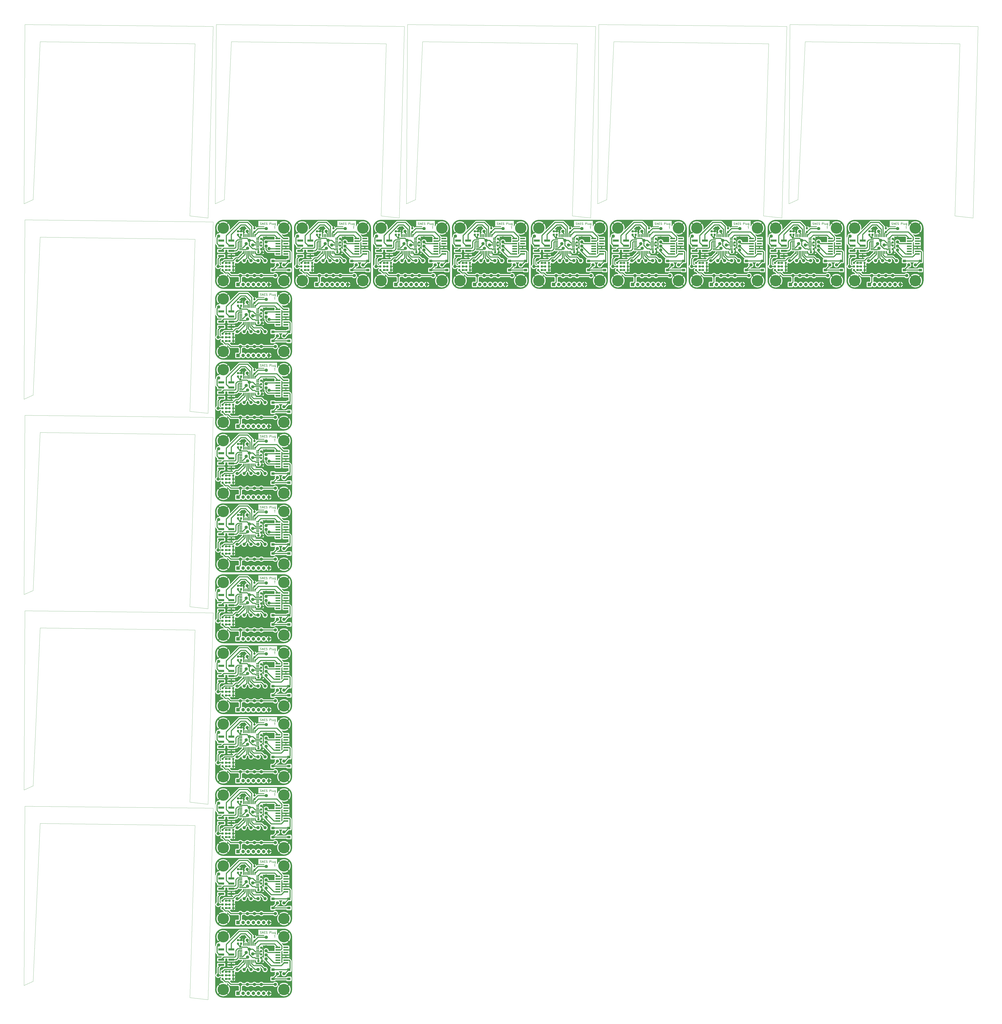
<source format=gbr>
%TF.GenerationSoftware,KiCad,Pcbnew,7.0.6-7.0.6~ubuntu20.04.1*%
%TF.CreationDate,2023-07-11T09:00:34+02:00*%
%TF.ProjectId,output_panel2023-07-11_070008.8206480000,6f757470-7574-45f7-9061-6e656c323032,rev?*%
%TF.SameCoordinates,Original*%
%TF.FileFunction,Copper,L1,Top*%
%TF.FilePolarity,Positive*%
%FSLAX45Y45*%
G04 Gerber Fmt 4.5, Leading zero omitted, Abs format (unit mm)*
G04 Created by KiCad (PCBNEW 7.0.6-7.0.6~ubuntu20.04.1) date 2023-07-11 09:00:34*
%MOMM*%
%LPD*%
G01*
G04 APERTURE LIST*
G04 Aperture macros list*
%AMRoundRect*
0 Rectangle with rounded corners*
0 $1 Rounding radius*
0 $2 $3 $4 $5 $6 $7 $8 $9 X,Y pos of 4 corners*
0 Add a 4 corners polygon primitive as box body*
4,1,4,$2,$3,$4,$5,$6,$7,$8,$9,$2,$3,0*
0 Add four circle primitives for the rounded corners*
1,1,$1+$1,$2,$3*
1,1,$1+$1,$4,$5*
1,1,$1+$1,$6,$7*
1,1,$1+$1,$8,$9*
0 Add four rect primitives between the rounded corners*
20,1,$1+$1,$2,$3,$4,$5,0*
20,1,$1+$1,$4,$5,$6,$7,0*
20,1,$1+$1,$6,$7,$8,$9,0*
20,1,$1+$1,$8,$9,$2,$3,0*%
G04 Aperture macros list end*
%TA.AperFunction,Profile*%
%ADD10C,0.100000*%
%TD*%
%TA.AperFunction,Profile*%
%ADD11C,0.050000*%
%TD*%
%ADD12C,0.150000*%
%TA.AperFunction,NonConductor*%
%ADD13C,0.150000*%
%TD*%
%TA.AperFunction,SMDPad,CuDef*%
%ADD14RoundRect,0.237500X0.287500X0.237500X-0.287500X0.237500X-0.287500X-0.237500X0.287500X-0.237500X0*%
%TD*%
%TA.AperFunction,SMDPad,CuDef*%
%ADD15R,2.400000X0.740000*%
%TD*%
%TA.AperFunction,SMDPad,CuDef*%
%ADD16RoundRect,0.237500X-0.250000X-0.237500X0.250000X-0.237500X0.250000X0.237500X-0.250000X0.237500X0*%
%TD*%
%TA.AperFunction,ComponentPad*%
%ADD17C,5.600000*%
%TD*%
%TA.AperFunction,ComponentPad*%
%ADD18R,1.700000X1.700000*%
%TD*%
%TA.AperFunction,ComponentPad*%
%ADD19O,1.700000X1.700000*%
%TD*%
%TA.AperFunction,SMDPad,CuDef*%
%ADD20RoundRect,0.125000X0.625000X0.125000X-0.625000X0.125000X-0.625000X-0.125000X0.625000X-0.125000X0*%
%TD*%
%TA.AperFunction,SMDPad,CuDef*%
%ADD21RoundRect,0.125000X0.125000X0.625000X-0.125000X0.625000X-0.125000X-0.625000X0.125000X-0.625000X0*%
%TD*%
%TA.AperFunction,SMDPad,CuDef*%
%ADD22RoundRect,0.237500X-0.300000X-0.237500X0.300000X-0.237500X0.300000X0.237500X-0.300000X0.237500X0*%
%TD*%
%TA.AperFunction,SMDPad,CuDef*%
%ADD23RoundRect,0.237500X0.237500X-0.300000X0.237500X0.300000X-0.237500X0.300000X-0.237500X-0.300000X0*%
%TD*%
%TA.AperFunction,SMDPad,CuDef*%
%ADD24R,1.550000X1.300000*%
%TD*%
%TA.AperFunction,SMDPad,CuDef*%
%ADD25RoundRect,0.237500X0.237500X-0.250000X0.237500X0.250000X-0.237500X0.250000X-0.237500X-0.250000X0*%
%TD*%
%TA.AperFunction,SMDPad,CuDef*%
%ADD26R,3.000000X1.000000*%
%TD*%
%TA.AperFunction,ViaPad*%
%ADD27C,1.600000*%
%TD*%
%TA.AperFunction,Conductor*%
%ADD28C,0.500000*%
%TD*%
%TA.AperFunction,Conductor*%
%ADD29C,0.300000*%
%TD*%
G04 APERTURE END LIST*
D10*
X36799979Y-12699691D02*
G75*
G03*
X37199982Y-13099691I400001J1D01*
G01*
X32799979Y-10099691D02*
G75*
G03*
X32399982Y-9699691I-399999J1D01*
G01*
D11*
X9149999Y-9599997D02*
X8249999Y-9499997D01*
D10*
X25099979Y-12699691D02*
G75*
G03*
X25499982Y-13099691I400001J1D01*
G01*
X41099982Y-9699692D02*
G75*
G03*
X40699982Y-10099691I-2J-399998D01*
G01*
X9899982Y-44699692D02*
G75*
G03*
X9499982Y-45099691I-2J-399998D01*
G01*
X41099982Y-9699691D02*
X44099982Y-9699691D01*
X13299979Y-10099691D02*
G75*
G03*
X12899982Y-9699691I-399999J1D01*
G01*
D11*
X17699981Y-9499997D02*
X17949981Y-999997D01*
X849999Y-20199380D02*
X499999Y-27999380D01*
D10*
X9899982Y-34199692D02*
G75*
G03*
X9499982Y-34599691I-2J-399998D01*
G01*
D11*
X49999Y-8899997D02*
X99999Y-49997D01*
D10*
X32799982Y-10099691D02*
X32799982Y-12699691D01*
X33299982Y-9699692D02*
G75*
G03*
X32899982Y-10099691I-2J-399998D01*
G01*
D11*
X8499999Y-39598762D02*
X849999Y-39498762D01*
D10*
X21199979Y-12699691D02*
G75*
G03*
X21599982Y-13099691I400001J1D01*
G01*
X9899982Y-13199692D02*
G75*
G03*
X9499982Y-13599691I-2J-399998D01*
G01*
X21599982Y-9699691D02*
X24599982Y-9699691D01*
X37199982Y-9699692D02*
G75*
G03*
X36799982Y-10099691I-2J-399998D01*
G01*
D11*
X19749963Y-899997D02*
X19399963Y-8699997D01*
D10*
X13299982Y-31099691D02*
X13299982Y-33699691D01*
X9899982Y-16699692D02*
G75*
G03*
X9499982Y-17099691I-2J-399998D01*
G01*
X9499982Y-26699691D02*
X9499982Y-24099691D01*
X13299982Y-34599691D02*
X13299982Y-37199691D01*
D11*
X8499999Y-10649688D02*
X849999Y-10549688D01*
X37849926Y-8899997D02*
X37899926Y-49997D01*
X49999Y-47498762D02*
X99999Y-38648762D01*
X27149963Y-9499997D02*
X27399963Y-999997D01*
X18949963Y-8899997D02*
X18999963Y-49997D01*
D10*
X9899982Y-9699692D02*
G75*
G03*
X9499982Y-10099691I-2J-399998D01*
G01*
X28899979Y-10099691D02*
G75*
G03*
X28499982Y-9699691I-399999J1D01*
G01*
X9499979Y-23199691D02*
G75*
G03*
X9899982Y-23599691I400001J1D01*
G01*
D11*
X18849981Y-149997D02*
X18599981Y-9599997D01*
D10*
X17199982Y-10099691D02*
X17199982Y-12699691D01*
D11*
X8249999Y-19149688D02*
X8499999Y-10649688D01*
X9949981Y-8699997D02*
X9499981Y-8899997D01*
X9149999Y-48198762D02*
X8249999Y-48098762D01*
D10*
X17299982Y-12699691D02*
X17299982Y-10099691D01*
X13299982Y-24099691D02*
X13299982Y-26699691D01*
D11*
X47199926Y-149997D02*
X46949926Y-9599997D01*
X9399999Y-149997D02*
X9149999Y-9599997D01*
D10*
X20699982Y-13099691D02*
X17699982Y-13099691D01*
X28499982Y-13099692D02*
G75*
G03*
X28899982Y-12699691I-2J400002D01*
G01*
X12899982Y-16599692D02*
G75*
G03*
X13299982Y-16199691I-2J400002D01*
G01*
X13399979Y-12699691D02*
G75*
G03*
X13799982Y-13099691I400001J1D01*
G01*
X9899982Y-34199691D02*
X12899982Y-34199691D01*
D11*
X8499999Y-20299380D02*
X849999Y-20199380D01*
D10*
X32399982Y-13099691D02*
X29399982Y-13099691D01*
X21599982Y-9699692D02*
G75*
G03*
X21199982Y-10099691I-2J-399998D01*
G01*
D11*
X849999Y-29849071D02*
X499999Y-37649071D01*
D10*
X40699979Y-12699691D02*
G75*
G03*
X41099982Y-13099691I400001J1D01*
G01*
X13299979Y-31099691D02*
G75*
G03*
X12899982Y-30699691I-399999J1D01*
G01*
D11*
X499999Y-8699997D02*
X49999Y-8899997D01*
X49999Y-28199380D02*
X99999Y-19349380D01*
D10*
X25499982Y-9699692D02*
G75*
G03*
X25099982Y-10099691I-2J-399998D01*
G01*
X9499979Y-26699691D02*
G75*
G03*
X9899982Y-27099691I400001J1D01*
G01*
D11*
X499999Y-47298762D02*
X49999Y-47498762D01*
X28849944Y-8699997D02*
X28399944Y-8899997D01*
D10*
X12899982Y-13099692D02*
G75*
G03*
X13299982Y-12699691I-2J400002D01*
G01*
X33299982Y-9699691D02*
X36299982Y-9699691D01*
X16799982Y-13099691D02*
X13799982Y-13099691D01*
X12899982Y-30599692D02*
G75*
G03*
X13299982Y-30199691I-2J400002D01*
G01*
X16799982Y-13099692D02*
G75*
G03*
X17199982Y-12699691I-2J400002D01*
G01*
X12899982Y-27099691D02*
X9899982Y-27099691D01*
X24999979Y-10099691D02*
G75*
G03*
X24599982Y-9699691I-399999J1D01*
G01*
D11*
X499999Y-27999380D02*
X49999Y-28199380D01*
D10*
X12899982Y-23599692D02*
G75*
G03*
X13299982Y-23199691I-2J400002D01*
G01*
D11*
X99999Y-9699688D02*
X9399999Y-9799688D01*
X8499999Y-999997D02*
X849999Y-899997D01*
D10*
X9899982Y-30699692D02*
G75*
G03*
X9499982Y-31099691I-2J-399998D01*
G01*
X9499979Y-30199691D02*
G75*
G03*
X9899982Y-30599691I400001J1D01*
G01*
X9499982Y-47699691D02*
X9499982Y-45099691D01*
D11*
X28049963Y-9599997D02*
X27149963Y-9499997D01*
X9499981Y-8899997D02*
X9549981Y-49997D01*
D10*
X13299979Y-27599691D02*
G75*
G03*
X12899982Y-27199691I-399999J1D01*
G01*
X36699982Y-10099691D02*
X36699982Y-12699691D01*
X9899982Y-23699691D02*
X12899982Y-23699691D01*
X9899982Y-16699691D02*
X12899982Y-16699691D01*
D11*
X849999Y-39498762D02*
X499999Y-47298762D01*
D10*
X13299982Y-41599691D02*
X13299982Y-44199691D01*
X9499979Y-40699691D02*
G75*
G03*
X9899982Y-41099691I400001J1D01*
G01*
X28999982Y-12699691D02*
X28999982Y-10099691D01*
D11*
X29199944Y-899997D02*
X28849944Y-8699997D01*
X8249999Y-28799380D02*
X8499999Y-20299380D01*
D10*
X13299982Y-27599691D02*
X13299982Y-30199691D01*
X44099982Y-13099692D02*
G75*
G03*
X44499982Y-12699691I-2J400002D01*
G01*
D11*
X9399999Y-19449380D02*
X9149999Y-28899380D01*
X9399999Y-9799688D02*
X9149999Y-19249688D01*
D10*
X17199979Y-10099691D02*
G75*
G03*
X16799982Y-9699691I-399999J1D01*
G01*
X9499982Y-16199691D02*
X9499982Y-13599691D01*
X24999982Y-10099691D02*
X24999982Y-12699691D01*
X9499979Y-19699691D02*
G75*
G03*
X9899982Y-20099691I400001J1D01*
G01*
X9499979Y-33699691D02*
G75*
G03*
X9899982Y-34099691I400001J1D01*
G01*
X12899982Y-41099692D02*
G75*
G03*
X13299982Y-40699691I-2J400002D01*
G01*
X37199982Y-9699691D02*
X40199982Y-9699691D01*
D11*
X19399963Y-8699997D02*
X18949963Y-8899997D01*
D10*
X13299979Y-45099691D02*
G75*
G03*
X12899982Y-44699691I-399999J1D01*
G01*
X13299982Y-20599691D02*
X13299982Y-23199691D01*
D11*
X8249999Y-9499997D02*
X8499999Y-999997D01*
D10*
X9499982Y-40699691D02*
X9499982Y-38099691D01*
X9499982Y-44199691D02*
X9499982Y-41599691D01*
X13299979Y-17099691D02*
G75*
G03*
X12899982Y-16699691I-399999J1D01*
G01*
D11*
X99999Y-38648762D02*
X9399999Y-38748762D01*
D10*
X13299982Y-17099691D02*
X13299982Y-19699691D01*
X40199982Y-13099692D02*
G75*
G03*
X40599982Y-12699691I-2J400002D01*
G01*
X13299979Y-38099691D02*
G75*
G03*
X12899982Y-37699691I-399999J1D01*
G01*
X13299979Y-41599691D02*
G75*
G03*
X12899982Y-41199691I-399999J1D01*
G01*
X44099982Y-13099691D02*
X41099982Y-13099691D01*
X40699982Y-12699691D02*
X40699982Y-10099691D01*
X24599982Y-13099692D02*
G75*
G03*
X24999982Y-12699691I-2J400002D01*
G01*
D11*
X28299963Y-149997D02*
X28049963Y-9599997D01*
X49999Y-18549688D02*
X99999Y-9699688D01*
X9399999Y-29099071D02*
X9149999Y-38549071D01*
D10*
X36699979Y-10099691D02*
G75*
G03*
X36299982Y-9699691I-399999J1D01*
G01*
D11*
X849999Y-899997D02*
X499999Y-8699997D01*
D10*
X13299982Y-45099691D02*
X13299982Y-47699691D01*
X12899982Y-48099692D02*
G75*
G03*
X13299982Y-47699691I-2J400002D01*
G01*
X9499979Y-44199691D02*
G75*
G03*
X9899982Y-44599691I400001J1D01*
G01*
X28899982Y-10099691D02*
X28899982Y-12699691D01*
X13299982Y-38099691D02*
X13299982Y-40699691D01*
D11*
X28399944Y-8899997D02*
X28449944Y-49997D01*
D10*
X9899982Y-44699691D02*
X12899982Y-44699691D01*
D11*
X36849944Y-999997D02*
X29199944Y-899997D01*
D10*
X44499979Y-10099691D02*
G75*
G03*
X44099982Y-9699691I-399999J1D01*
G01*
X21099982Y-10099691D02*
X21099982Y-12699691D01*
D11*
X18599981Y-9599997D02*
X17699981Y-9499997D01*
D10*
X9499982Y-37199691D02*
X9499982Y-34599691D01*
X25499982Y-9699691D02*
X28499982Y-9699691D01*
X9899982Y-20199691D02*
X12899982Y-20199691D01*
X9499979Y-37199691D02*
G75*
G03*
X9899982Y-37599691I400001J1D01*
G01*
D11*
X46049926Y-9499997D02*
X46299926Y-999997D01*
X37499944Y-9599997D02*
X36599944Y-9499997D01*
D10*
X9899982Y-37699691D02*
X12899982Y-37699691D01*
X13299979Y-34599691D02*
G75*
G03*
X12899982Y-34199691I-399999J1D01*
G01*
X29399982Y-9699692D02*
G75*
G03*
X28999982Y-10099691I-2J-399998D01*
G01*
X28499982Y-13099691D02*
X25499982Y-13099691D01*
X20699982Y-13099692D02*
G75*
G03*
X21099982Y-12699691I-2J400002D01*
G01*
X12899982Y-37599691D02*
X9899982Y-37599691D01*
X12899982Y-16599691D02*
X9899982Y-16599691D01*
X13399982Y-12699691D02*
X13399982Y-10099691D01*
D11*
X18999963Y-49997D02*
X28299963Y-149997D01*
X8499999Y-29949071D02*
X849999Y-29849071D01*
D10*
X9499979Y-47699691D02*
G75*
G03*
X9899982Y-48099691I400001J1D01*
G01*
X9499979Y-16199691D02*
G75*
G03*
X9899982Y-16599691I400001J1D01*
G01*
D11*
X499999Y-37649071D02*
X49999Y-37849071D01*
D10*
X32899982Y-12699691D02*
X32899982Y-10099691D01*
D11*
X28449944Y-49997D02*
X37749944Y-149997D01*
X8249999Y-38449071D02*
X8499999Y-29949071D01*
D10*
X9499979Y-12699691D02*
G75*
G03*
X9899982Y-13099691I400001J1D01*
G01*
D11*
X9149999Y-19249688D02*
X8249999Y-19149688D01*
D10*
X9899982Y-41199692D02*
G75*
G03*
X9499982Y-41599691I-2J-399998D01*
G01*
X13299982Y-10099691D02*
X13299982Y-12699691D01*
X24599982Y-13099691D02*
X21599982Y-13099691D01*
D11*
X9399999Y-38748762D02*
X9149999Y-48198762D01*
X37749944Y-149997D02*
X37499944Y-9599997D01*
D10*
X9499982Y-23199691D02*
X9499982Y-20599691D01*
D11*
X46299926Y-999997D02*
X38649926Y-899997D01*
X38299926Y-8699997D02*
X37849926Y-8899997D01*
D10*
X9499982Y-19699691D02*
X9499982Y-17099691D01*
X12899982Y-41099691D02*
X9899982Y-41099691D01*
X9499982Y-30199691D02*
X9499982Y-27599691D01*
D11*
X99999Y-19349380D02*
X9399999Y-19449380D01*
D10*
X13299979Y-24099691D02*
G75*
G03*
X12899982Y-23699691I-399999J1D01*
G01*
D11*
X499999Y-18349688D02*
X49999Y-18549688D01*
X849999Y-10549688D02*
X499999Y-18349688D01*
D10*
X9899982Y-20199692D02*
G75*
G03*
X9499982Y-20599691I-2J-399998D01*
G01*
X36299982Y-13099691D02*
X33299982Y-13099691D01*
X40599982Y-10099691D02*
X40599982Y-12699691D01*
D11*
X10299981Y-899997D02*
X9949981Y-8699997D01*
D10*
X28999979Y-12699691D02*
G75*
G03*
X29399982Y-13099691I400001J1D01*
G01*
X9899982Y-9699691D02*
X12899982Y-9699691D01*
X17699982Y-9699691D02*
X20699982Y-9699691D01*
X17699982Y-9699692D02*
G75*
G03*
X17299982Y-10099691I-2J-399998D01*
G01*
X13799982Y-9699691D02*
X16799982Y-9699691D01*
X12899982Y-44599691D02*
X9899982Y-44599691D01*
D11*
X9149999Y-38549071D02*
X8249999Y-38449071D01*
D10*
X12899982Y-27099692D02*
G75*
G03*
X13299982Y-26699691I-2J400002D01*
G01*
X13299979Y-13599691D02*
G75*
G03*
X12899982Y-13199691I-399999J1D01*
G01*
D11*
X49999Y-37849071D02*
X99999Y-28999071D01*
X27399963Y-999997D02*
X19749963Y-899997D01*
D10*
X9899982Y-41199691D02*
X12899982Y-41199691D01*
X12899982Y-34099692D02*
G75*
G03*
X13299982Y-33699691I-2J400002D01*
G01*
D11*
X99999Y-49997D02*
X9399999Y-149997D01*
D10*
X9899982Y-27199692D02*
G75*
G03*
X9499982Y-27599691I-2J-399998D01*
G01*
X12899982Y-23599691D02*
X9899982Y-23599691D01*
X40599979Y-10099691D02*
G75*
G03*
X40199982Y-9699691I-399999J1D01*
G01*
D11*
X17949981Y-999997D02*
X10299981Y-899997D01*
D10*
X9899982Y-13199691D02*
X12899982Y-13199691D01*
X9899982Y-30699691D02*
X12899982Y-30699691D01*
X12899982Y-30599691D02*
X9899982Y-30599691D01*
D11*
X99999Y-28999071D02*
X9399999Y-29099071D01*
D10*
X12899982Y-13099691D02*
X9899982Y-13099691D01*
D11*
X9149999Y-28899380D02*
X8249999Y-28799380D01*
X38649926Y-899997D02*
X38299926Y-8699997D01*
D10*
X9899982Y-23699692D02*
G75*
G03*
X9499982Y-24099691I-2J-399998D01*
G01*
X21099979Y-10099691D02*
G75*
G03*
X20699982Y-9699691I-399999J1D01*
G01*
X36799982Y-12699691D02*
X36799982Y-10099691D01*
X13799982Y-9699692D02*
G75*
G03*
X13399982Y-10099691I-2J-399998D01*
G01*
X9899982Y-37699692D02*
G75*
G03*
X9499982Y-38099691I-2J-399998D01*
G01*
X12899982Y-44599692D02*
G75*
G03*
X13299982Y-44199691I-2J400002D01*
G01*
X29399982Y-9699691D02*
X32399982Y-9699691D01*
X17299979Y-12699691D02*
G75*
G03*
X17699982Y-13099691I400001J1D01*
G01*
D11*
X46949926Y-9599997D02*
X46049926Y-9499997D01*
D10*
X12899982Y-20099691D02*
X9899982Y-20099691D01*
X9899982Y-27199691D02*
X12899982Y-27199691D01*
X12899982Y-20099692D02*
G75*
G03*
X13299982Y-19699691I-2J400002D01*
G01*
X9499982Y-12699691D02*
X9499982Y-10099691D01*
X12899982Y-34099691D02*
X9899982Y-34099691D01*
X25099982Y-12699691D02*
X25099982Y-10099691D01*
X21199982Y-12699691D02*
X21199982Y-10099691D01*
X13299979Y-20599691D02*
G75*
G03*
X12899982Y-20199691I-399999J1D01*
G01*
D11*
X36599944Y-9499997D02*
X36849944Y-999997D01*
X9549981Y-49997D02*
X18849981Y-149997D01*
D10*
X12899982Y-48099691D02*
X9899982Y-48099691D01*
X9499982Y-33699691D02*
X9499982Y-31099691D01*
D11*
X8249999Y-48098762D02*
X8499999Y-39598762D01*
D10*
X44499982Y-10099691D02*
X44499982Y-12699691D01*
X36299982Y-13099692D02*
G75*
G03*
X36699982Y-12699691I-2J400002D01*
G01*
X32399982Y-13099692D02*
G75*
G03*
X32799982Y-12699691I-2J400002D01*
G01*
X12899982Y-37599692D02*
G75*
G03*
X13299982Y-37199691I-2J400002D01*
G01*
X32899979Y-12699691D02*
G75*
G03*
X33299982Y-13099691I400001J1D01*
G01*
D11*
X37899926Y-49997D02*
X47199926Y-149997D01*
D10*
X13299982Y-13599691D02*
X13299982Y-16199691D01*
X40199982Y-13099691D02*
X37199982Y-13099691D01*
D12*
D13*
X11728898Y-44931911D02*
X11743183Y-44936673D01*
X11743183Y-44936673D02*
X11766993Y-44936673D01*
X11766993Y-44936673D02*
X11776517Y-44931911D01*
X11776517Y-44931911D02*
X11781279Y-44927149D01*
X11781279Y-44927149D02*
X11786040Y-44917625D01*
X11786040Y-44917625D02*
X11786040Y-44908102D01*
X11786040Y-44908102D02*
X11781279Y-44898578D01*
X11781279Y-44898578D02*
X11776517Y-44893816D01*
X11776517Y-44893816D02*
X11766993Y-44889054D01*
X11766993Y-44889054D02*
X11747945Y-44884292D01*
X11747945Y-44884292D02*
X11738421Y-44879530D01*
X11738421Y-44879530D02*
X11733660Y-44874768D01*
X11733660Y-44874768D02*
X11728898Y-44865245D01*
X11728898Y-44865245D02*
X11728898Y-44855721D01*
X11728898Y-44855721D02*
X11733660Y-44846197D01*
X11733660Y-44846197D02*
X11738421Y-44841435D01*
X11738421Y-44841435D02*
X11747945Y-44836673D01*
X11747945Y-44836673D02*
X11771755Y-44836673D01*
X11771755Y-44836673D02*
X11786040Y-44841435D01*
X11828898Y-44936673D02*
X11828898Y-44836673D01*
X11828898Y-44836673D02*
X11886040Y-44936673D01*
X11886040Y-44936673D02*
X11886040Y-44836673D01*
X11933660Y-44884292D02*
X11966993Y-44884292D01*
X11981279Y-44936673D02*
X11933660Y-44936673D01*
X11933660Y-44936673D02*
X11933660Y-44836673D01*
X11933660Y-44836673D02*
X11981279Y-44836673D01*
X12019374Y-44931911D02*
X12033660Y-44936673D01*
X12033660Y-44936673D02*
X12057469Y-44936673D01*
X12057469Y-44936673D02*
X12066993Y-44931911D01*
X12066993Y-44931911D02*
X12071755Y-44927149D01*
X12071755Y-44927149D02*
X12076517Y-44917625D01*
X12076517Y-44917625D02*
X12076517Y-44908102D01*
X12076517Y-44908102D02*
X12071755Y-44898578D01*
X12071755Y-44898578D02*
X12066993Y-44893816D01*
X12066993Y-44893816D02*
X12057469Y-44889054D01*
X12057469Y-44889054D02*
X12038421Y-44884292D01*
X12038421Y-44884292D02*
X12028898Y-44879530D01*
X12028898Y-44879530D02*
X12024136Y-44874768D01*
X12024136Y-44874768D02*
X12019374Y-44865245D01*
X12019374Y-44865245D02*
X12019374Y-44855721D01*
X12019374Y-44855721D02*
X12024136Y-44846197D01*
X12024136Y-44846197D02*
X12028898Y-44841435D01*
X12028898Y-44841435D02*
X12038421Y-44836673D01*
X12038421Y-44836673D02*
X12062231Y-44836673D01*
X12062231Y-44836673D02*
X12076517Y-44841435D01*
X12195564Y-44936673D02*
X12195564Y-44836673D01*
X12195564Y-44836673D02*
X12233660Y-44836673D01*
X12233660Y-44836673D02*
X12243183Y-44841435D01*
X12243183Y-44841435D02*
X12247945Y-44846197D01*
X12247945Y-44846197D02*
X12252707Y-44855721D01*
X12252707Y-44855721D02*
X12252707Y-44870006D01*
X12252707Y-44870006D02*
X12247945Y-44879530D01*
X12247945Y-44879530D02*
X12243183Y-44884292D01*
X12243183Y-44884292D02*
X12233660Y-44889054D01*
X12233660Y-44889054D02*
X12195564Y-44889054D01*
X12309850Y-44936673D02*
X12300326Y-44931911D01*
X12300326Y-44931911D02*
X12295564Y-44922387D01*
X12295564Y-44922387D02*
X12295564Y-44836673D01*
X12390802Y-44870006D02*
X12390802Y-44936673D01*
X12347945Y-44870006D02*
X12347945Y-44922387D01*
X12347945Y-44922387D02*
X12352707Y-44931911D01*
X12352707Y-44931911D02*
X12362231Y-44936673D01*
X12362231Y-44936673D02*
X12376517Y-44936673D01*
X12376517Y-44936673D02*
X12386041Y-44931911D01*
X12386041Y-44931911D02*
X12390802Y-44927149D01*
X12481279Y-44870006D02*
X12481279Y-44950959D01*
X12481279Y-44950959D02*
X12476517Y-44960483D01*
X12476517Y-44960483D02*
X12471755Y-44965245D01*
X12471755Y-44965245D02*
X12462231Y-44970006D01*
X12462231Y-44970006D02*
X12447945Y-44970006D01*
X12447945Y-44970006D02*
X12438422Y-44965245D01*
X12481279Y-44931911D02*
X12471755Y-44936673D01*
X12471755Y-44936673D02*
X12452707Y-44936673D01*
X12452707Y-44936673D02*
X12443183Y-44931911D01*
X12443183Y-44931911D02*
X12438422Y-44927149D01*
X12438422Y-44927149D02*
X12433660Y-44917625D01*
X12433660Y-44917625D02*
X12433660Y-44889054D01*
X12433660Y-44889054D02*
X12438422Y-44879530D01*
X12438422Y-44879530D02*
X12443183Y-44874768D01*
X12443183Y-44874768D02*
X12452707Y-44870006D01*
X12452707Y-44870006D02*
X12471755Y-44870006D01*
X12471755Y-44870006D02*
X12481279Y-44874768D01*
D12*
D13*
X11728898Y-30931911D02*
X11743183Y-30936673D01*
X11743183Y-30936673D02*
X11766993Y-30936673D01*
X11766993Y-30936673D02*
X11776517Y-30931911D01*
X11776517Y-30931911D02*
X11781279Y-30927149D01*
X11781279Y-30927149D02*
X11786040Y-30917625D01*
X11786040Y-30917625D02*
X11786040Y-30908102D01*
X11786040Y-30908102D02*
X11781279Y-30898578D01*
X11781279Y-30898578D02*
X11776517Y-30893816D01*
X11776517Y-30893816D02*
X11766993Y-30889054D01*
X11766993Y-30889054D02*
X11747945Y-30884292D01*
X11747945Y-30884292D02*
X11738421Y-30879530D01*
X11738421Y-30879530D02*
X11733660Y-30874768D01*
X11733660Y-30874768D02*
X11728898Y-30865245D01*
X11728898Y-30865245D02*
X11728898Y-30855721D01*
X11728898Y-30855721D02*
X11733660Y-30846197D01*
X11733660Y-30846197D02*
X11738421Y-30841435D01*
X11738421Y-30841435D02*
X11747945Y-30836673D01*
X11747945Y-30836673D02*
X11771755Y-30836673D01*
X11771755Y-30836673D02*
X11786040Y-30841435D01*
X11828898Y-30936673D02*
X11828898Y-30836673D01*
X11828898Y-30836673D02*
X11886040Y-30936673D01*
X11886040Y-30936673D02*
X11886040Y-30836673D01*
X11933660Y-30884292D02*
X11966993Y-30884292D01*
X11981279Y-30936673D02*
X11933660Y-30936673D01*
X11933660Y-30936673D02*
X11933660Y-30836673D01*
X11933660Y-30836673D02*
X11981279Y-30836673D01*
X12019374Y-30931911D02*
X12033660Y-30936673D01*
X12033660Y-30936673D02*
X12057469Y-30936673D01*
X12057469Y-30936673D02*
X12066993Y-30931911D01*
X12066993Y-30931911D02*
X12071755Y-30927149D01*
X12071755Y-30927149D02*
X12076517Y-30917625D01*
X12076517Y-30917625D02*
X12076517Y-30908102D01*
X12076517Y-30908102D02*
X12071755Y-30898578D01*
X12071755Y-30898578D02*
X12066993Y-30893816D01*
X12066993Y-30893816D02*
X12057469Y-30889054D01*
X12057469Y-30889054D02*
X12038421Y-30884292D01*
X12038421Y-30884292D02*
X12028898Y-30879530D01*
X12028898Y-30879530D02*
X12024136Y-30874768D01*
X12024136Y-30874768D02*
X12019374Y-30865245D01*
X12019374Y-30865245D02*
X12019374Y-30855721D01*
X12019374Y-30855721D02*
X12024136Y-30846197D01*
X12024136Y-30846197D02*
X12028898Y-30841435D01*
X12028898Y-30841435D02*
X12038421Y-30836673D01*
X12038421Y-30836673D02*
X12062231Y-30836673D01*
X12062231Y-30836673D02*
X12076517Y-30841435D01*
X12195564Y-30936673D02*
X12195564Y-30836673D01*
X12195564Y-30836673D02*
X12233660Y-30836673D01*
X12233660Y-30836673D02*
X12243183Y-30841435D01*
X12243183Y-30841435D02*
X12247945Y-30846197D01*
X12247945Y-30846197D02*
X12252707Y-30855721D01*
X12252707Y-30855721D02*
X12252707Y-30870006D01*
X12252707Y-30870006D02*
X12247945Y-30879530D01*
X12247945Y-30879530D02*
X12243183Y-30884292D01*
X12243183Y-30884292D02*
X12233660Y-30889054D01*
X12233660Y-30889054D02*
X12195564Y-30889054D01*
X12309850Y-30936673D02*
X12300326Y-30931911D01*
X12300326Y-30931911D02*
X12295564Y-30922387D01*
X12295564Y-30922387D02*
X12295564Y-30836673D01*
X12390802Y-30870006D02*
X12390802Y-30936673D01*
X12347945Y-30870006D02*
X12347945Y-30922387D01*
X12347945Y-30922387D02*
X12352707Y-30931911D01*
X12352707Y-30931911D02*
X12362231Y-30936673D01*
X12362231Y-30936673D02*
X12376517Y-30936673D01*
X12376517Y-30936673D02*
X12386041Y-30931911D01*
X12386041Y-30931911D02*
X12390802Y-30927149D01*
X12481279Y-30870006D02*
X12481279Y-30950959D01*
X12481279Y-30950959D02*
X12476517Y-30960483D01*
X12476517Y-30960483D02*
X12471755Y-30965245D01*
X12471755Y-30965245D02*
X12462231Y-30970006D01*
X12462231Y-30970006D02*
X12447945Y-30970006D01*
X12447945Y-30970006D02*
X12438422Y-30965245D01*
X12481279Y-30931911D02*
X12471755Y-30936673D01*
X12471755Y-30936673D02*
X12452707Y-30936673D01*
X12452707Y-30936673D02*
X12443183Y-30931911D01*
X12443183Y-30931911D02*
X12438422Y-30927149D01*
X12438422Y-30927149D02*
X12433660Y-30917625D01*
X12433660Y-30917625D02*
X12433660Y-30889054D01*
X12433660Y-30889054D02*
X12438422Y-30879530D01*
X12438422Y-30879530D02*
X12443183Y-30874768D01*
X12443183Y-30874768D02*
X12452707Y-30870006D01*
X12452707Y-30870006D02*
X12471755Y-30870006D01*
X12471755Y-30870006D02*
X12481279Y-30874768D01*
D12*
D13*
X11728898Y-27431911D02*
X11743183Y-27436673D01*
X11743183Y-27436673D02*
X11766993Y-27436673D01*
X11766993Y-27436673D02*
X11776517Y-27431911D01*
X11776517Y-27431911D02*
X11781279Y-27427149D01*
X11781279Y-27427149D02*
X11786040Y-27417625D01*
X11786040Y-27417625D02*
X11786040Y-27408102D01*
X11786040Y-27408102D02*
X11781279Y-27398578D01*
X11781279Y-27398578D02*
X11776517Y-27393816D01*
X11776517Y-27393816D02*
X11766993Y-27389054D01*
X11766993Y-27389054D02*
X11747945Y-27384292D01*
X11747945Y-27384292D02*
X11738421Y-27379530D01*
X11738421Y-27379530D02*
X11733660Y-27374768D01*
X11733660Y-27374768D02*
X11728898Y-27365245D01*
X11728898Y-27365245D02*
X11728898Y-27355721D01*
X11728898Y-27355721D02*
X11733660Y-27346197D01*
X11733660Y-27346197D02*
X11738421Y-27341435D01*
X11738421Y-27341435D02*
X11747945Y-27336673D01*
X11747945Y-27336673D02*
X11771755Y-27336673D01*
X11771755Y-27336673D02*
X11786040Y-27341435D01*
X11828898Y-27436673D02*
X11828898Y-27336673D01*
X11828898Y-27336673D02*
X11886040Y-27436673D01*
X11886040Y-27436673D02*
X11886040Y-27336673D01*
X11933660Y-27384292D02*
X11966993Y-27384292D01*
X11981279Y-27436673D02*
X11933660Y-27436673D01*
X11933660Y-27436673D02*
X11933660Y-27336673D01*
X11933660Y-27336673D02*
X11981279Y-27336673D01*
X12019374Y-27431911D02*
X12033660Y-27436673D01*
X12033660Y-27436673D02*
X12057469Y-27436673D01*
X12057469Y-27436673D02*
X12066993Y-27431911D01*
X12066993Y-27431911D02*
X12071755Y-27427149D01*
X12071755Y-27427149D02*
X12076517Y-27417625D01*
X12076517Y-27417625D02*
X12076517Y-27408102D01*
X12076517Y-27408102D02*
X12071755Y-27398578D01*
X12071755Y-27398578D02*
X12066993Y-27393816D01*
X12066993Y-27393816D02*
X12057469Y-27389054D01*
X12057469Y-27389054D02*
X12038421Y-27384292D01*
X12038421Y-27384292D02*
X12028898Y-27379530D01*
X12028898Y-27379530D02*
X12024136Y-27374768D01*
X12024136Y-27374768D02*
X12019374Y-27365245D01*
X12019374Y-27365245D02*
X12019374Y-27355721D01*
X12019374Y-27355721D02*
X12024136Y-27346197D01*
X12024136Y-27346197D02*
X12028898Y-27341435D01*
X12028898Y-27341435D02*
X12038421Y-27336673D01*
X12038421Y-27336673D02*
X12062231Y-27336673D01*
X12062231Y-27336673D02*
X12076517Y-27341435D01*
X12195564Y-27436673D02*
X12195564Y-27336673D01*
X12195564Y-27336673D02*
X12233660Y-27336673D01*
X12233660Y-27336673D02*
X12243183Y-27341435D01*
X12243183Y-27341435D02*
X12247945Y-27346197D01*
X12247945Y-27346197D02*
X12252707Y-27355721D01*
X12252707Y-27355721D02*
X12252707Y-27370006D01*
X12252707Y-27370006D02*
X12247945Y-27379530D01*
X12247945Y-27379530D02*
X12243183Y-27384292D01*
X12243183Y-27384292D02*
X12233660Y-27389054D01*
X12233660Y-27389054D02*
X12195564Y-27389054D01*
X12309850Y-27436673D02*
X12300326Y-27431911D01*
X12300326Y-27431911D02*
X12295564Y-27422387D01*
X12295564Y-27422387D02*
X12295564Y-27336673D01*
X12390802Y-27370006D02*
X12390802Y-27436673D01*
X12347945Y-27370006D02*
X12347945Y-27422387D01*
X12347945Y-27422387D02*
X12352707Y-27431911D01*
X12352707Y-27431911D02*
X12362231Y-27436673D01*
X12362231Y-27436673D02*
X12376517Y-27436673D01*
X12376517Y-27436673D02*
X12386041Y-27431911D01*
X12386041Y-27431911D02*
X12390802Y-27427149D01*
X12481279Y-27370006D02*
X12481279Y-27450959D01*
X12481279Y-27450959D02*
X12476517Y-27460483D01*
X12476517Y-27460483D02*
X12471755Y-27465245D01*
X12471755Y-27465245D02*
X12462231Y-27470006D01*
X12462231Y-27470006D02*
X12447945Y-27470006D01*
X12447945Y-27470006D02*
X12438422Y-27465245D01*
X12481279Y-27431911D02*
X12471755Y-27436673D01*
X12471755Y-27436673D02*
X12452707Y-27436673D01*
X12452707Y-27436673D02*
X12443183Y-27431911D01*
X12443183Y-27431911D02*
X12438422Y-27427149D01*
X12438422Y-27427149D02*
X12433660Y-27417625D01*
X12433660Y-27417625D02*
X12433660Y-27389054D01*
X12433660Y-27389054D02*
X12438422Y-27379530D01*
X12438422Y-27379530D02*
X12443183Y-27374768D01*
X12443183Y-27374768D02*
X12452707Y-27370006D01*
X12452707Y-27370006D02*
X12471755Y-27370006D01*
X12471755Y-27370006D02*
X12481279Y-27374768D01*
D12*
D13*
X12419374Y-38036673D02*
X12476517Y-38036673D01*
X12447945Y-38136673D02*
X12447945Y-38036673D01*
D12*
D13*
X20219374Y-10036673D02*
X20276517Y-10036673D01*
X20247945Y-10136673D02*
X20247945Y-10036673D01*
D12*
D13*
X35128898Y-9931911D02*
X35143183Y-9936673D01*
X35143183Y-9936673D02*
X35166993Y-9936673D01*
X35166993Y-9936673D02*
X35176517Y-9931911D01*
X35176517Y-9931911D02*
X35181279Y-9927149D01*
X35181279Y-9927149D02*
X35186041Y-9917626D01*
X35186041Y-9917626D02*
X35186041Y-9908102D01*
X35186041Y-9908102D02*
X35181279Y-9898578D01*
X35181279Y-9898578D02*
X35176517Y-9893816D01*
X35176517Y-9893816D02*
X35166993Y-9889054D01*
X35166993Y-9889054D02*
X35147945Y-9884292D01*
X35147945Y-9884292D02*
X35138422Y-9879530D01*
X35138422Y-9879530D02*
X35133660Y-9874768D01*
X35133660Y-9874768D02*
X35128898Y-9865245D01*
X35128898Y-9865245D02*
X35128898Y-9855721D01*
X35128898Y-9855721D02*
X35133660Y-9846197D01*
X35133660Y-9846197D02*
X35138422Y-9841435D01*
X35138422Y-9841435D02*
X35147945Y-9836673D01*
X35147945Y-9836673D02*
X35171755Y-9836673D01*
X35171755Y-9836673D02*
X35186041Y-9841435D01*
X35228898Y-9936673D02*
X35228898Y-9836673D01*
X35228898Y-9836673D02*
X35286041Y-9936673D01*
X35286041Y-9936673D02*
X35286041Y-9836673D01*
X35333660Y-9884292D02*
X35366993Y-9884292D01*
X35381279Y-9936673D02*
X35333660Y-9936673D01*
X35333660Y-9936673D02*
X35333660Y-9836673D01*
X35333660Y-9836673D02*
X35381279Y-9836673D01*
X35419374Y-9931911D02*
X35433660Y-9936673D01*
X35433660Y-9936673D02*
X35457469Y-9936673D01*
X35457469Y-9936673D02*
X35466993Y-9931911D01*
X35466993Y-9931911D02*
X35471755Y-9927149D01*
X35471755Y-9927149D02*
X35476517Y-9917626D01*
X35476517Y-9917626D02*
X35476517Y-9908102D01*
X35476517Y-9908102D02*
X35471755Y-9898578D01*
X35471755Y-9898578D02*
X35466993Y-9893816D01*
X35466993Y-9893816D02*
X35457469Y-9889054D01*
X35457469Y-9889054D02*
X35438422Y-9884292D01*
X35438422Y-9884292D02*
X35428898Y-9879530D01*
X35428898Y-9879530D02*
X35424136Y-9874768D01*
X35424136Y-9874768D02*
X35419374Y-9865245D01*
X35419374Y-9865245D02*
X35419374Y-9855721D01*
X35419374Y-9855721D02*
X35424136Y-9846197D01*
X35424136Y-9846197D02*
X35428898Y-9841435D01*
X35428898Y-9841435D02*
X35438422Y-9836673D01*
X35438422Y-9836673D02*
X35462231Y-9836673D01*
X35462231Y-9836673D02*
X35476517Y-9841435D01*
X35595564Y-9936673D02*
X35595564Y-9836673D01*
X35595564Y-9836673D02*
X35633660Y-9836673D01*
X35633660Y-9836673D02*
X35643183Y-9841435D01*
X35643183Y-9841435D02*
X35647945Y-9846197D01*
X35647945Y-9846197D02*
X35652707Y-9855721D01*
X35652707Y-9855721D02*
X35652707Y-9870007D01*
X35652707Y-9870007D02*
X35647945Y-9879530D01*
X35647945Y-9879530D02*
X35643183Y-9884292D01*
X35643183Y-9884292D02*
X35633660Y-9889054D01*
X35633660Y-9889054D02*
X35595564Y-9889054D01*
X35709850Y-9936673D02*
X35700326Y-9931911D01*
X35700326Y-9931911D02*
X35695564Y-9922387D01*
X35695564Y-9922387D02*
X35695564Y-9836673D01*
X35790803Y-9870007D02*
X35790803Y-9936673D01*
X35747945Y-9870007D02*
X35747945Y-9922387D01*
X35747945Y-9922387D02*
X35752707Y-9931911D01*
X35752707Y-9931911D02*
X35762231Y-9936673D01*
X35762231Y-9936673D02*
X35776517Y-9936673D01*
X35776517Y-9936673D02*
X35786041Y-9931911D01*
X35786041Y-9931911D02*
X35790803Y-9927149D01*
X35881279Y-9870007D02*
X35881279Y-9950959D01*
X35881279Y-9950959D02*
X35876517Y-9960483D01*
X35876517Y-9960483D02*
X35871755Y-9965245D01*
X35871755Y-9965245D02*
X35862231Y-9970007D01*
X35862231Y-9970007D02*
X35847945Y-9970007D01*
X35847945Y-9970007D02*
X35838422Y-9965245D01*
X35881279Y-9931911D02*
X35871755Y-9936673D01*
X35871755Y-9936673D02*
X35852707Y-9936673D01*
X35852707Y-9936673D02*
X35843184Y-9931911D01*
X35843184Y-9931911D02*
X35838422Y-9927149D01*
X35838422Y-9927149D02*
X35833660Y-9917626D01*
X35833660Y-9917626D02*
X35833660Y-9889054D01*
X35833660Y-9889054D02*
X35838422Y-9879530D01*
X35838422Y-9879530D02*
X35843184Y-9874768D01*
X35843184Y-9874768D02*
X35852707Y-9870007D01*
X35852707Y-9870007D02*
X35871755Y-9870007D01*
X35871755Y-9870007D02*
X35881279Y-9874768D01*
D12*
D13*
X15628898Y-9931911D02*
X15643183Y-9936673D01*
X15643183Y-9936673D02*
X15666993Y-9936673D01*
X15666993Y-9936673D02*
X15676517Y-9931911D01*
X15676517Y-9931911D02*
X15681279Y-9927149D01*
X15681279Y-9927149D02*
X15686040Y-9917626D01*
X15686040Y-9917626D02*
X15686040Y-9908102D01*
X15686040Y-9908102D02*
X15681279Y-9898578D01*
X15681279Y-9898578D02*
X15676517Y-9893816D01*
X15676517Y-9893816D02*
X15666993Y-9889054D01*
X15666993Y-9889054D02*
X15647945Y-9884292D01*
X15647945Y-9884292D02*
X15638421Y-9879530D01*
X15638421Y-9879530D02*
X15633660Y-9874768D01*
X15633660Y-9874768D02*
X15628898Y-9865245D01*
X15628898Y-9865245D02*
X15628898Y-9855721D01*
X15628898Y-9855721D02*
X15633660Y-9846197D01*
X15633660Y-9846197D02*
X15638421Y-9841435D01*
X15638421Y-9841435D02*
X15647945Y-9836673D01*
X15647945Y-9836673D02*
X15671755Y-9836673D01*
X15671755Y-9836673D02*
X15686040Y-9841435D01*
X15728898Y-9936673D02*
X15728898Y-9836673D01*
X15728898Y-9836673D02*
X15786040Y-9936673D01*
X15786040Y-9936673D02*
X15786040Y-9836673D01*
X15833660Y-9884292D02*
X15866993Y-9884292D01*
X15881279Y-9936673D02*
X15833660Y-9936673D01*
X15833660Y-9936673D02*
X15833660Y-9836673D01*
X15833660Y-9836673D02*
X15881279Y-9836673D01*
X15919374Y-9931911D02*
X15933660Y-9936673D01*
X15933660Y-9936673D02*
X15957469Y-9936673D01*
X15957469Y-9936673D02*
X15966993Y-9931911D01*
X15966993Y-9931911D02*
X15971755Y-9927149D01*
X15971755Y-9927149D02*
X15976517Y-9917626D01*
X15976517Y-9917626D02*
X15976517Y-9908102D01*
X15976517Y-9908102D02*
X15971755Y-9898578D01*
X15971755Y-9898578D02*
X15966993Y-9893816D01*
X15966993Y-9893816D02*
X15957469Y-9889054D01*
X15957469Y-9889054D02*
X15938421Y-9884292D01*
X15938421Y-9884292D02*
X15928898Y-9879530D01*
X15928898Y-9879530D02*
X15924136Y-9874768D01*
X15924136Y-9874768D02*
X15919374Y-9865245D01*
X15919374Y-9865245D02*
X15919374Y-9855721D01*
X15919374Y-9855721D02*
X15924136Y-9846197D01*
X15924136Y-9846197D02*
X15928898Y-9841435D01*
X15928898Y-9841435D02*
X15938421Y-9836673D01*
X15938421Y-9836673D02*
X15962231Y-9836673D01*
X15962231Y-9836673D02*
X15976517Y-9841435D01*
X16095564Y-9936673D02*
X16095564Y-9836673D01*
X16095564Y-9836673D02*
X16133660Y-9836673D01*
X16133660Y-9836673D02*
X16143183Y-9841435D01*
X16143183Y-9841435D02*
X16147945Y-9846197D01*
X16147945Y-9846197D02*
X16152707Y-9855721D01*
X16152707Y-9855721D02*
X16152707Y-9870007D01*
X16152707Y-9870007D02*
X16147945Y-9879530D01*
X16147945Y-9879530D02*
X16143183Y-9884292D01*
X16143183Y-9884292D02*
X16133660Y-9889054D01*
X16133660Y-9889054D02*
X16095564Y-9889054D01*
X16209850Y-9936673D02*
X16200326Y-9931911D01*
X16200326Y-9931911D02*
X16195564Y-9922387D01*
X16195564Y-9922387D02*
X16195564Y-9836673D01*
X16290802Y-9870007D02*
X16290802Y-9936673D01*
X16247945Y-9870007D02*
X16247945Y-9922387D01*
X16247945Y-9922387D02*
X16252707Y-9931911D01*
X16252707Y-9931911D02*
X16262231Y-9936673D01*
X16262231Y-9936673D02*
X16276517Y-9936673D01*
X16276517Y-9936673D02*
X16286041Y-9931911D01*
X16286041Y-9931911D02*
X16290802Y-9927149D01*
X16381279Y-9870007D02*
X16381279Y-9950959D01*
X16381279Y-9950959D02*
X16376517Y-9960483D01*
X16376517Y-9960483D02*
X16371755Y-9965245D01*
X16371755Y-9965245D02*
X16362231Y-9970007D01*
X16362231Y-9970007D02*
X16347945Y-9970007D01*
X16347945Y-9970007D02*
X16338422Y-9965245D01*
X16381279Y-9931911D02*
X16371755Y-9936673D01*
X16371755Y-9936673D02*
X16352707Y-9936673D01*
X16352707Y-9936673D02*
X16343183Y-9931911D01*
X16343183Y-9931911D02*
X16338422Y-9927149D01*
X16338422Y-9927149D02*
X16333660Y-9917626D01*
X16333660Y-9917626D02*
X16333660Y-9889054D01*
X16333660Y-9889054D02*
X16338422Y-9879530D01*
X16338422Y-9879530D02*
X16343183Y-9874768D01*
X16343183Y-9874768D02*
X16352707Y-9870007D01*
X16352707Y-9870007D02*
X16371755Y-9870007D01*
X16371755Y-9870007D02*
X16381279Y-9874768D01*
D12*
D13*
X39028898Y-9931911D02*
X39043183Y-9936673D01*
X39043183Y-9936673D02*
X39066993Y-9936673D01*
X39066993Y-9936673D02*
X39076517Y-9931911D01*
X39076517Y-9931911D02*
X39081279Y-9927149D01*
X39081279Y-9927149D02*
X39086041Y-9917626D01*
X39086041Y-9917626D02*
X39086041Y-9908102D01*
X39086041Y-9908102D02*
X39081279Y-9898578D01*
X39081279Y-9898578D02*
X39076517Y-9893816D01*
X39076517Y-9893816D02*
X39066993Y-9889054D01*
X39066993Y-9889054D02*
X39047945Y-9884292D01*
X39047945Y-9884292D02*
X39038422Y-9879530D01*
X39038422Y-9879530D02*
X39033660Y-9874768D01*
X39033660Y-9874768D02*
X39028898Y-9865245D01*
X39028898Y-9865245D02*
X39028898Y-9855721D01*
X39028898Y-9855721D02*
X39033660Y-9846197D01*
X39033660Y-9846197D02*
X39038422Y-9841435D01*
X39038422Y-9841435D02*
X39047945Y-9836673D01*
X39047945Y-9836673D02*
X39071755Y-9836673D01*
X39071755Y-9836673D02*
X39086041Y-9841435D01*
X39128898Y-9936673D02*
X39128898Y-9836673D01*
X39128898Y-9836673D02*
X39186041Y-9936673D01*
X39186041Y-9936673D02*
X39186041Y-9836673D01*
X39233660Y-9884292D02*
X39266993Y-9884292D01*
X39281279Y-9936673D02*
X39233660Y-9936673D01*
X39233660Y-9936673D02*
X39233660Y-9836673D01*
X39233660Y-9836673D02*
X39281279Y-9836673D01*
X39319374Y-9931911D02*
X39333660Y-9936673D01*
X39333660Y-9936673D02*
X39357469Y-9936673D01*
X39357469Y-9936673D02*
X39366993Y-9931911D01*
X39366993Y-9931911D02*
X39371755Y-9927149D01*
X39371755Y-9927149D02*
X39376517Y-9917626D01*
X39376517Y-9917626D02*
X39376517Y-9908102D01*
X39376517Y-9908102D02*
X39371755Y-9898578D01*
X39371755Y-9898578D02*
X39366993Y-9893816D01*
X39366993Y-9893816D02*
X39357469Y-9889054D01*
X39357469Y-9889054D02*
X39338422Y-9884292D01*
X39338422Y-9884292D02*
X39328898Y-9879530D01*
X39328898Y-9879530D02*
X39324136Y-9874768D01*
X39324136Y-9874768D02*
X39319374Y-9865245D01*
X39319374Y-9865245D02*
X39319374Y-9855721D01*
X39319374Y-9855721D02*
X39324136Y-9846197D01*
X39324136Y-9846197D02*
X39328898Y-9841435D01*
X39328898Y-9841435D02*
X39338422Y-9836673D01*
X39338422Y-9836673D02*
X39362231Y-9836673D01*
X39362231Y-9836673D02*
X39376517Y-9841435D01*
X39495564Y-9936673D02*
X39495564Y-9836673D01*
X39495564Y-9836673D02*
X39533660Y-9836673D01*
X39533660Y-9836673D02*
X39543183Y-9841435D01*
X39543183Y-9841435D02*
X39547945Y-9846197D01*
X39547945Y-9846197D02*
X39552707Y-9855721D01*
X39552707Y-9855721D02*
X39552707Y-9870007D01*
X39552707Y-9870007D02*
X39547945Y-9879530D01*
X39547945Y-9879530D02*
X39543183Y-9884292D01*
X39543183Y-9884292D02*
X39533660Y-9889054D01*
X39533660Y-9889054D02*
X39495564Y-9889054D01*
X39609850Y-9936673D02*
X39600326Y-9931911D01*
X39600326Y-9931911D02*
X39595564Y-9922387D01*
X39595564Y-9922387D02*
X39595564Y-9836673D01*
X39690803Y-9870007D02*
X39690803Y-9936673D01*
X39647945Y-9870007D02*
X39647945Y-9922387D01*
X39647945Y-9922387D02*
X39652707Y-9931911D01*
X39652707Y-9931911D02*
X39662231Y-9936673D01*
X39662231Y-9936673D02*
X39676517Y-9936673D01*
X39676517Y-9936673D02*
X39686041Y-9931911D01*
X39686041Y-9931911D02*
X39690803Y-9927149D01*
X39781279Y-9870007D02*
X39781279Y-9950959D01*
X39781279Y-9950959D02*
X39776517Y-9960483D01*
X39776517Y-9960483D02*
X39771755Y-9965245D01*
X39771755Y-9965245D02*
X39762231Y-9970007D01*
X39762231Y-9970007D02*
X39747945Y-9970007D01*
X39747945Y-9970007D02*
X39738422Y-9965245D01*
X39781279Y-9931911D02*
X39771755Y-9936673D01*
X39771755Y-9936673D02*
X39752707Y-9936673D01*
X39752707Y-9936673D02*
X39743184Y-9931911D01*
X39743184Y-9931911D02*
X39738422Y-9927149D01*
X39738422Y-9927149D02*
X39733660Y-9917626D01*
X39733660Y-9917626D02*
X39733660Y-9889054D01*
X39733660Y-9889054D02*
X39738422Y-9879530D01*
X39738422Y-9879530D02*
X39743184Y-9874768D01*
X39743184Y-9874768D02*
X39752707Y-9870007D01*
X39752707Y-9870007D02*
X39771755Y-9870007D01*
X39771755Y-9870007D02*
X39781279Y-9874768D01*
D12*
D13*
X12419374Y-13536673D02*
X12476517Y-13536673D01*
X12447945Y-13636673D02*
X12447945Y-13536673D01*
D12*
D13*
X12419374Y-24036673D02*
X12476517Y-24036673D01*
X12447945Y-24136673D02*
X12447945Y-24036673D01*
D12*
D13*
X12419374Y-31036673D02*
X12476517Y-31036673D01*
X12447945Y-31136673D02*
X12447945Y-31036673D01*
D12*
D13*
X11728898Y-34431911D02*
X11743183Y-34436673D01*
X11743183Y-34436673D02*
X11766993Y-34436673D01*
X11766993Y-34436673D02*
X11776517Y-34431911D01*
X11776517Y-34431911D02*
X11781279Y-34427149D01*
X11781279Y-34427149D02*
X11786040Y-34417626D01*
X11786040Y-34417626D02*
X11786040Y-34408102D01*
X11786040Y-34408102D02*
X11781279Y-34398578D01*
X11781279Y-34398578D02*
X11776517Y-34393816D01*
X11776517Y-34393816D02*
X11766993Y-34389054D01*
X11766993Y-34389054D02*
X11747945Y-34384292D01*
X11747945Y-34384292D02*
X11738421Y-34379530D01*
X11738421Y-34379530D02*
X11733660Y-34374768D01*
X11733660Y-34374768D02*
X11728898Y-34365245D01*
X11728898Y-34365245D02*
X11728898Y-34355721D01*
X11728898Y-34355721D02*
X11733660Y-34346197D01*
X11733660Y-34346197D02*
X11738421Y-34341435D01*
X11738421Y-34341435D02*
X11747945Y-34336673D01*
X11747945Y-34336673D02*
X11771755Y-34336673D01*
X11771755Y-34336673D02*
X11786040Y-34341435D01*
X11828898Y-34436673D02*
X11828898Y-34336673D01*
X11828898Y-34336673D02*
X11886040Y-34436673D01*
X11886040Y-34436673D02*
X11886040Y-34336673D01*
X11933660Y-34384292D02*
X11966993Y-34384292D01*
X11981279Y-34436673D02*
X11933660Y-34436673D01*
X11933660Y-34436673D02*
X11933660Y-34336673D01*
X11933660Y-34336673D02*
X11981279Y-34336673D01*
X12019374Y-34431911D02*
X12033660Y-34436673D01*
X12033660Y-34436673D02*
X12057469Y-34436673D01*
X12057469Y-34436673D02*
X12066993Y-34431911D01*
X12066993Y-34431911D02*
X12071755Y-34427149D01*
X12071755Y-34427149D02*
X12076517Y-34417626D01*
X12076517Y-34417626D02*
X12076517Y-34408102D01*
X12076517Y-34408102D02*
X12071755Y-34398578D01*
X12071755Y-34398578D02*
X12066993Y-34393816D01*
X12066993Y-34393816D02*
X12057469Y-34389054D01*
X12057469Y-34389054D02*
X12038421Y-34384292D01*
X12038421Y-34384292D02*
X12028898Y-34379530D01*
X12028898Y-34379530D02*
X12024136Y-34374768D01*
X12024136Y-34374768D02*
X12019374Y-34365245D01*
X12019374Y-34365245D02*
X12019374Y-34355721D01*
X12019374Y-34355721D02*
X12024136Y-34346197D01*
X12024136Y-34346197D02*
X12028898Y-34341435D01*
X12028898Y-34341435D02*
X12038421Y-34336673D01*
X12038421Y-34336673D02*
X12062231Y-34336673D01*
X12062231Y-34336673D02*
X12076517Y-34341435D01*
X12195564Y-34436673D02*
X12195564Y-34336673D01*
X12195564Y-34336673D02*
X12233660Y-34336673D01*
X12233660Y-34336673D02*
X12243183Y-34341435D01*
X12243183Y-34341435D02*
X12247945Y-34346197D01*
X12247945Y-34346197D02*
X12252707Y-34355721D01*
X12252707Y-34355721D02*
X12252707Y-34370007D01*
X12252707Y-34370007D02*
X12247945Y-34379530D01*
X12247945Y-34379530D02*
X12243183Y-34384292D01*
X12243183Y-34384292D02*
X12233660Y-34389054D01*
X12233660Y-34389054D02*
X12195564Y-34389054D01*
X12309850Y-34436673D02*
X12300326Y-34431911D01*
X12300326Y-34431911D02*
X12295564Y-34422387D01*
X12295564Y-34422387D02*
X12295564Y-34336673D01*
X12390802Y-34370007D02*
X12390802Y-34436673D01*
X12347945Y-34370007D02*
X12347945Y-34422387D01*
X12347945Y-34422387D02*
X12352707Y-34431911D01*
X12352707Y-34431911D02*
X12362231Y-34436673D01*
X12362231Y-34436673D02*
X12376517Y-34436673D01*
X12376517Y-34436673D02*
X12386041Y-34431911D01*
X12386041Y-34431911D02*
X12390802Y-34427149D01*
X12481279Y-34370007D02*
X12481279Y-34450959D01*
X12481279Y-34450959D02*
X12476517Y-34460483D01*
X12476517Y-34460483D02*
X12471755Y-34465245D01*
X12471755Y-34465245D02*
X12462231Y-34470007D01*
X12462231Y-34470007D02*
X12447945Y-34470007D01*
X12447945Y-34470007D02*
X12438422Y-34465245D01*
X12481279Y-34431911D02*
X12471755Y-34436673D01*
X12471755Y-34436673D02*
X12452707Y-34436673D01*
X12452707Y-34436673D02*
X12443183Y-34431911D01*
X12443183Y-34431911D02*
X12438422Y-34427149D01*
X12438422Y-34427149D02*
X12433660Y-34417626D01*
X12433660Y-34417626D02*
X12433660Y-34389054D01*
X12433660Y-34389054D02*
X12438422Y-34379530D01*
X12438422Y-34379530D02*
X12443183Y-34374768D01*
X12443183Y-34374768D02*
X12452707Y-34370007D01*
X12452707Y-34370007D02*
X12471755Y-34370007D01*
X12471755Y-34370007D02*
X12481279Y-34374768D01*
D12*
D13*
X27328898Y-9931911D02*
X27343183Y-9936673D01*
X27343183Y-9936673D02*
X27366993Y-9936673D01*
X27366993Y-9936673D02*
X27376517Y-9931911D01*
X27376517Y-9931911D02*
X27381279Y-9927149D01*
X27381279Y-9927149D02*
X27386040Y-9917626D01*
X27386040Y-9917626D02*
X27386040Y-9908102D01*
X27386040Y-9908102D02*
X27381279Y-9898578D01*
X27381279Y-9898578D02*
X27376517Y-9893816D01*
X27376517Y-9893816D02*
X27366993Y-9889054D01*
X27366993Y-9889054D02*
X27347945Y-9884292D01*
X27347945Y-9884292D02*
X27338421Y-9879530D01*
X27338421Y-9879530D02*
X27333660Y-9874768D01*
X27333660Y-9874768D02*
X27328898Y-9865245D01*
X27328898Y-9865245D02*
X27328898Y-9855721D01*
X27328898Y-9855721D02*
X27333660Y-9846197D01*
X27333660Y-9846197D02*
X27338421Y-9841435D01*
X27338421Y-9841435D02*
X27347945Y-9836673D01*
X27347945Y-9836673D02*
X27371755Y-9836673D01*
X27371755Y-9836673D02*
X27386040Y-9841435D01*
X27428898Y-9936673D02*
X27428898Y-9836673D01*
X27428898Y-9836673D02*
X27486040Y-9936673D01*
X27486040Y-9936673D02*
X27486040Y-9836673D01*
X27533660Y-9884292D02*
X27566993Y-9884292D01*
X27581279Y-9936673D02*
X27533660Y-9936673D01*
X27533660Y-9936673D02*
X27533660Y-9836673D01*
X27533660Y-9836673D02*
X27581279Y-9836673D01*
X27619374Y-9931911D02*
X27633660Y-9936673D01*
X27633660Y-9936673D02*
X27657469Y-9936673D01*
X27657469Y-9936673D02*
X27666993Y-9931911D01*
X27666993Y-9931911D02*
X27671755Y-9927149D01*
X27671755Y-9927149D02*
X27676517Y-9917626D01*
X27676517Y-9917626D02*
X27676517Y-9908102D01*
X27676517Y-9908102D02*
X27671755Y-9898578D01*
X27671755Y-9898578D02*
X27666993Y-9893816D01*
X27666993Y-9893816D02*
X27657469Y-9889054D01*
X27657469Y-9889054D02*
X27638421Y-9884292D01*
X27638421Y-9884292D02*
X27628898Y-9879530D01*
X27628898Y-9879530D02*
X27624136Y-9874768D01*
X27624136Y-9874768D02*
X27619374Y-9865245D01*
X27619374Y-9865245D02*
X27619374Y-9855721D01*
X27619374Y-9855721D02*
X27624136Y-9846197D01*
X27624136Y-9846197D02*
X27628898Y-9841435D01*
X27628898Y-9841435D02*
X27638421Y-9836673D01*
X27638421Y-9836673D02*
X27662231Y-9836673D01*
X27662231Y-9836673D02*
X27676517Y-9841435D01*
X27795564Y-9936673D02*
X27795564Y-9836673D01*
X27795564Y-9836673D02*
X27833660Y-9836673D01*
X27833660Y-9836673D02*
X27843183Y-9841435D01*
X27843183Y-9841435D02*
X27847945Y-9846197D01*
X27847945Y-9846197D02*
X27852707Y-9855721D01*
X27852707Y-9855721D02*
X27852707Y-9870007D01*
X27852707Y-9870007D02*
X27847945Y-9879530D01*
X27847945Y-9879530D02*
X27843183Y-9884292D01*
X27843183Y-9884292D02*
X27833660Y-9889054D01*
X27833660Y-9889054D02*
X27795564Y-9889054D01*
X27909850Y-9936673D02*
X27900326Y-9931911D01*
X27900326Y-9931911D02*
X27895564Y-9922387D01*
X27895564Y-9922387D02*
X27895564Y-9836673D01*
X27990802Y-9870007D02*
X27990802Y-9936673D01*
X27947945Y-9870007D02*
X27947945Y-9922387D01*
X27947945Y-9922387D02*
X27952707Y-9931911D01*
X27952707Y-9931911D02*
X27962231Y-9936673D01*
X27962231Y-9936673D02*
X27976517Y-9936673D01*
X27976517Y-9936673D02*
X27986041Y-9931911D01*
X27986041Y-9931911D02*
X27990802Y-9927149D01*
X28081279Y-9870007D02*
X28081279Y-9950959D01*
X28081279Y-9950959D02*
X28076517Y-9960483D01*
X28076517Y-9960483D02*
X28071755Y-9965245D01*
X28071755Y-9965245D02*
X28062231Y-9970007D01*
X28062231Y-9970007D02*
X28047945Y-9970007D01*
X28047945Y-9970007D02*
X28038422Y-9965245D01*
X28081279Y-9931911D02*
X28071755Y-9936673D01*
X28071755Y-9936673D02*
X28052707Y-9936673D01*
X28052707Y-9936673D02*
X28043183Y-9931911D01*
X28043183Y-9931911D02*
X28038422Y-9927149D01*
X28038422Y-9927149D02*
X28033660Y-9917626D01*
X28033660Y-9917626D02*
X28033660Y-9889054D01*
X28033660Y-9889054D02*
X28038422Y-9879530D01*
X28038422Y-9879530D02*
X28043183Y-9874768D01*
X28043183Y-9874768D02*
X28052707Y-9870007D01*
X28052707Y-9870007D02*
X28071755Y-9870007D01*
X28071755Y-9870007D02*
X28081279Y-9874768D01*
D12*
D13*
X11728898Y-20431911D02*
X11743183Y-20436673D01*
X11743183Y-20436673D02*
X11766993Y-20436673D01*
X11766993Y-20436673D02*
X11776517Y-20431911D01*
X11776517Y-20431911D02*
X11781279Y-20427149D01*
X11781279Y-20427149D02*
X11786040Y-20417626D01*
X11786040Y-20417626D02*
X11786040Y-20408102D01*
X11786040Y-20408102D02*
X11781279Y-20398578D01*
X11781279Y-20398578D02*
X11776517Y-20393816D01*
X11776517Y-20393816D02*
X11766993Y-20389054D01*
X11766993Y-20389054D02*
X11747945Y-20384292D01*
X11747945Y-20384292D02*
X11738421Y-20379530D01*
X11738421Y-20379530D02*
X11733660Y-20374768D01*
X11733660Y-20374768D02*
X11728898Y-20365245D01*
X11728898Y-20365245D02*
X11728898Y-20355721D01*
X11728898Y-20355721D02*
X11733660Y-20346197D01*
X11733660Y-20346197D02*
X11738421Y-20341435D01*
X11738421Y-20341435D02*
X11747945Y-20336673D01*
X11747945Y-20336673D02*
X11771755Y-20336673D01*
X11771755Y-20336673D02*
X11786040Y-20341435D01*
X11828898Y-20436673D02*
X11828898Y-20336673D01*
X11828898Y-20336673D02*
X11886040Y-20436673D01*
X11886040Y-20436673D02*
X11886040Y-20336673D01*
X11933660Y-20384292D02*
X11966993Y-20384292D01*
X11981279Y-20436673D02*
X11933660Y-20436673D01*
X11933660Y-20436673D02*
X11933660Y-20336673D01*
X11933660Y-20336673D02*
X11981279Y-20336673D01*
X12019374Y-20431911D02*
X12033660Y-20436673D01*
X12033660Y-20436673D02*
X12057469Y-20436673D01*
X12057469Y-20436673D02*
X12066993Y-20431911D01*
X12066993Y-20431911D02*
X12071755Y-20427149D01*
X12071755Y-20427149D02*
X12076517Y-20417626D01*
X12076517Y-20417626D02*
X12076517Y-20408102D01*
X12076517Y-20408102D02*
X12071755Y-20398578D01*
X12071755Y-20398578D02*
X12066993Y-20393816D01*
X12066993Y-20393816D02*
X12057469Y-20389054D01*
X12057469Y-20389054D02*
X12038421Y-20384292D01*
X12038421Y-20384292D02*
X12028898Y-20379530D01*
X12028898Y-20379530D02*
X12024136Y-20374768D01*
X12024136Y-20374768D02*
X12019374Y-20365245D01*
X12019374Y-20365245D02*
X12019374Y-20355721D01*
X12019374Y-20355721D02*
X12024136Y-20346197D01*
X12024136Y-20346197D02*
X12028898Y-20341435D01*
X12028898Y-20341435D02*
X12038421Y-20336673D01*
X12038421Y-20336673D02*
X12062231Y-20336673D01*
X12062231Y-20336673D02*
X12076517Y-20341435D01*
X12195564Y-20436673D02*
X12195564Y-20336673D01*
X12195564Y-20336673D02*
X12233660Y-20336673D01*
X12233660Y-20336673D02*
X12243183Y-20341435D01*
X12243183Y-20341435D02*
X12247945Y-20346197D01*
X12247945Y-20346197D02*
X12252707Y-20355721D01*
X12252707Y-20355721D02*
X12252707Y-20370007D01*
X12252707Y-20370007D02*
X12247945Y-20379530D01*
X12247945Y-20379530D02*
X12243183Y-20384292D01*
X12243183Y-20384292D02*
X12233660Y-20389054D01*
X12233660Y-20389054D02*
X12195564Y-20389054D01*
X12309850Y-20436673D02*
X12300326Y-20431911D01*
X12300326Y-20431911D02*
X12295564Y-20422387D01*
X12295564Y-20422387D02*
X12295564Y-20336673D01*
X12390802Y-20370007D02*
X12390802Y-20436673D01*
X12347945Y-20370007D02*
X12347945Y-20422387D01*
X12347945Y-20422387D02*
X12352707Y-20431911D01*
X12352707Y-20431911D02*
X12362231Y-20436673D01*
X12362231Y-20436673D02*
X12376517Y-20436673D01*
X12376517Y-20436673D02*
X12386041Y-20431911D01*
X12386041Y-20431911D02*
X12390802Y-20427149D01*
X12481279Y-20370007D02*
X12481279Y-20450959D01*
X12481279Y-20450959D02*
X12476517Y-20460483D01*
X12476517Y-20460483D02*
X12471755Y-20465245D01*
X12471755Y-20465245D02*
X12462231Y-20470007D01*
X12462231Y-20470007D02*
X12447945Y-20470007D01*
X12447945Y-20470007D02*
X12438422Y-20465245D01*
X12481279Y-20431911D02*
X12471755Y-20436673D01*
X12471755Y-20436673D02*
X12452707Y-20436673D01*
X12452707Y-20436673D02*
X12443183Y-20431911D01*
X12443183Y-20431911D02*
X12438422Y-20427149D01*
X12438422Y-20427149D02*
X12433660Y-20417626D01*
X12433660Y-20417626D02*
X12433660Y-20389054D01*
X12433660Y-20389054D02*
X12438422Y-20379530D01*
X12438422Y-20379530D02*
X12443183Y-20374768D01*
X12443183Y-20374768D02*
X12452707Y-20370007D01*
X12452707Y-20370007D02*
X12471755Y-20370007D01*
X12471755Y-20370007D02*
X12481279Y-20374768D01*
D12*
D13*
X39719374Y-10036673D02*
X39776517Y-10036673D01*
X39747945Y-10136673D02*
X39747945Y-10036673D01*
D12*
D13*
X19528898Y-9931911D02*
X19543183Y-9936673D01*
X19543183Y-9936673D02*
X19566993Y-9936673D01*
X19566993Y-9936673D02*
X19576517Y-9931911D01*
X19576517Y-9931911D02*
X19581279Y-9927149D01*
X19581279Y-9927149D02*
X19586041Y-9917626D01*
X19586041Y-9917626D02*
X19586041Y-9908102D01*
X19586041Y-9908102D02*
X19581279Y-9898578D01*
X19581279Y-9898578D02*
X19576517Y-9893816D01*
X19576517Y-9893816D02*
X19566993Y-9889054D01*
X19566993Y-9889054D02*
X19547945Y-9884292D01*
X19547945Y-9884292D02*
X19538422Y-9879530D01*
X19538422Y-9879530D02*
X19533660Y-9874768D01*
X19533660Y-9874768D02*
X19528898Y-9865245D01*
X19528898Y-9865245D02*
X19528898Y-9855721D01*
X19528898Y-9855721D02*
X19533660Y-9846197D01*
X19533660Y-9846197D02*
X19538422Y-9841435D01*
X19538422Y-9841435D02*
X19547945Y-9836673D01*
X19547945Y-9836673D02*
X19571755Y-9836673D01*
X19571755Y-9836673D02*
X19586041Y-9841435D01*
X19628898Y-9936673D02*
X19628898Y-9836673D01*
X19628898Y-9836673D02*
X19686041Y-9936673D01*
X19686041Y-9936673D02*
X19686041Y-9836673D01*
X19733660Y-9884292D02*
X19766993Y-9884292D01*
X19781279Y-9936673D02*
X19733660Y-9936673D01*
X19733660Y-9936673D02*
X19733660Y-9836673D01*
X19733660Y-9836673D02*
X19781279Y-9836673D01*
X19819374Y-9931911D02*
X19833660Y-9936673D01*
X19833660Y-9936673D02*
X19857469Y-9936673D01*
X19857469Y-9936673D02*
X19866993Y-9931911D01*
X19866993Y-9931911D02*
X19871755Y-9927149D01*
X19871755Y-9927149D02*
X19876517Y-9917626D01*
X19876517Y-9917626D02*
X19876517Y-9908102D01*
X19876517Y-9908102D02*
X19871755Y-9898578D01*
X19871755Y-9898578D02*
X19866993Y-9893816D01*
X19866993Y-9893816D02*
X19857469Y-9889054D01*
X19857469Y-9889054D02*
X19838422Y-9884292D01*
X19838422Y-9884292D02*
X19828898Y-9879530D01*
X19828898Y-9879530D02*
X19824136Y-9874768D01*
X19824136Y-9874768D02*
X19819374Y-9865245D01*
X19819374Y-9865245D02*
X19819374Y-9855721D01*
X19819374Y-9855721D02*
X19824136Y-9846197D01*
X19824136Y-9846197D02*
X19828898Y-9841435D01*
X19828898Y-9841435D02*
X19838422Y-9836673D01*
X19838422Y-9836673D02*
X19862231Y-9836673D01*
X19862231Y-9836673D02*
X19876517Y-9841435D01*
X19995564Y-9936673D02*
X19995564Y-9836673D01*
X19995564Y-9836673D02*
X20033660Y-9836673D01*
X20033660Y-9836673D02*
X20043183Y-9841435D01*
X20043183Y-9841435D02*
X20047945Y-9846197D01*
X20047945Y-9846197D02*
X20052707Y-9855721D01*
X20052707Y-9855721D02*
X20052707Y-9870007D01*
X20052707Y-9870007D02*
X20047945Y-9879530D01*
X20047945Y-9879530D02*
X20043183Y-9884292D01*
X20043183Y-9884292D02*
X20033660Y-9889054D01*
X20033660Y-9889054D02*
X19995564Y-9889054D01*
X20109850Y-9936673D02*
X20100326Y-9931911D01*
X20100326Y-9931911D02*
X20095564Y-9922387D01*
X20095564Y-9922387D02*
X20095564Y-9836673D01*
X20190803Y-9870007D02*
X20190803Y-9936673D01*
X20147945Y-9870007D02*
X20147945Y-9922387D01*
X20147945Y-9922387D02*
X20152707Y-9931911D01*
X20152707Y-9931911D02*
X20162231Y-9936673D01*
X20162231Y-9936673D02*
X20176517Y-9936673D01*
X20176517Y-9936673D02*
X20186041Y-9931911D01*
X20186041Y-9931911D02*
X20190803Y-9927149D01*
X20281279Y-9870007D02*
X20281279Y-9950959D01*
X20281279Y-9950959D02*
X20276517Y-9960483D01*
X20276517Y-9960483D02*
X20271755Y-9965245D01*
X20271755Y-9965245D02*
X20262231Y-9970007D01*
X20262231Y-9970007D02*
X20247945Y-9970007D01*
X20247945Y-9970007D02*
X20238422Y-9965245D01*
X20281279Y-9931911D02*
X20271755Y-9936673D01*
X20271755Y-9936673D02*
X20252707Y-9936673D01*
X20252707Y-9936673D02*
X20243184Y-9931911D01*
X20243184Y-9931911D02*
X20238422Y-9927149D01*
X20238422Y-9927149D02*
X20233660Y-9917626D01*
X20233660Y-9917626D02*
X20233660Y-9889054D01*
X20233660Y-9889054D02*
X20238422Y-9879530D01*
X20238422Y-9879530D02*
X20243184Y-9874768D01*
X20243184Y-9874768D02*
X20252707Y-9870007D01*
X20252707Y-9870007D02*
X20271755Y-9870007D01*
X20271755Y-9870007D02*
X20281279Y-9874768D01*
D12*
D13*
X11728898Y-9931911D02*
X11743183Y-9936673D01*
X11743183Y-9936673D02*
X11766993Y-9936673D01*
X11766993Y-9936673D02*
X11776517Y-9931911D01*
X11776517Y-9931911D02*
X11781279Y-9927149D01*
X11781279Y-9927149D02*
X11786040Y-9917626D01*
X11786040Y-9917626D02*
X11786040Y-9908102D01*
X11786040Y-9908102D02*
X11781279Y-9898578D01*
X11781279Y-9898578D02*
X11776517Y-9893816D01*
X11776517Y-9893816D02*
X11766993Y-9889054D01*
X11766993Y-9889054D02*
X11747945Y-9884292D01*
X11747945Y-9884292D02*
X11738421Y-9879530D01*
X11738421Y-9879530D02*
X11733660Y-9874768D01*
X11733660Y-9874768D02*
X11728898Y-9865245D01*
X11728898Y-9865245D02*
X11728898Y-9855721D01*
X11728898Y-9855721D02*
X11733660Y-9846197D01*
X11733660Y-9846197D02*
X11738421Y-9841435D01*
X11738421Y-9841435D02*
X11747945Y-9836673D01*
X11747945Y-9836673D02*
X11771755Y-9836673D01*
X11771755Y-9836673D02*
X11786040Y-9841435D01*
X11828898Y-9936673D02*
X11828898Y-9836673D01*
X11828898Y-9836673D02*
X11886040Y-9936673D01*
X11886040Y-9936673D02*
X11886040Y-9836673D01*
X11933660Y-9884292D02*
X11966993Y-9884292D01*
X11981279Y-9936673D02*
X11933660Y-9936673D01*
X11933660Y-9936673D02*
X11933660Y-9836673D01*
X11933660Y-9836673D02*
X11981279Y-9836673D01*
X12019374Y-9931911D02*
X12033660Y-9936673D01*
X12033660Y-9936673D02*
X12057469Y-9936673D01*
X12057469Y-9936673D02*
X12066993Y-9931911D01*
X12066993Y-9931911D02*
X12071755Y-9927149D01*
X12071755Y-9927149D02*
X12076517Y-9917626D01*
X12076517Y-9917626D02*
X12076517Y-9908102D01*
X12076517Y-9908102D02*
X12071755Y-9898578D01*
X12071755Y-9898578D02*
X12066993Y-9893816D01*
X12066993Y-9893816D02*
X12057469Y-9889054D01*
X12057469Y-9889054D02*
X12038421Y-9884292D01*
X12038421Y-9884292D02*
X12028898Y-9879530D01*
X12028898Y-9879530D02*
X12024136Y-9874768D01*
X12024136Y-9874768D02*
X12019374Y-9865245D01*
X12019374Y-9865245D02*
X12019374Y-9855721D01*
X12019374Y-9855721D02*
X12024136Y-9846197D01*
X12024136Y-9846197D02*
X12028898Y-9841435D01*
X12028898Y-9841435D02*
X12038421Y-9836673D01*
X12038421Y-9836673D02*
X12062231Y-9836673D01*
X12062231Y-9836673D02*
X12076517Y-9841435D01*
X12195564Y-9936673D02*
X12195564Y-9836673D01*
X12195564Y-9836673D02*
X12233660Y-9836673D01*
X12233660Y-9836673D02*
X12243183Y-9841435D01*
X12243183Y-9841435D02*
X12247945Y-9846197D01*
X12247945Y-9846197D02*
X12252707Y-9855721D01*
X12252707Y-9855721D02*
X12252707Y-9870007D01*
X12252707Y-9870007D02*
X12247945Y-9879530D01*
X12247945Y-9879530D02*
X12243183Y-9884292D01*
X12243183Y-9884292D02*
X12233660Y-9889054D01*
X12233660Y-9889054D02*
X12195564Y-9889054D01*
X12309850Y-9936673D02*
X12300326Y-9931911D01*
X12300326Y-9931911D02*
X12295564Y-9922387D01*
X12295564Y-9922387D02*
X12295564Y-9836673D01*
X12390802Y-9870007D02*
X12390802Y-9936673D01*
X12347945Y-9870007D02*
X12347945Y-9922387D01*
X12347945Y-9922387D02*
X12352707Y-9931911D01*
X12352707Y-9931911D02*
X12362231Y-9936673D01*
X12362231Y-9936673D02*
X12376517Y-9936673D01*
X12376517Y-9936673D02*
X12386041Y-9931911D01*
X12386041Y-9931911D02*
X12390802Y-9927149D01*
X12481279Y-9870007D02*
X12481279Y-9950959D01*
X12481279Y-9950959D02*
X12476517Y-9960483D01*
X12476517Y-9960483D02*
X12471755Y-9965245D01*
X12471755Y-9965245D02*
X12462231Y-9970007D01*
X12462231Y-9970007D02*
X12447945Y-9970007D01*
X12447945Y-9970007D02*
X12438422Y-9965245D01*
X12481279Y-9931911D02*
X12471755Y-9936673D01*
X12471755Y-9936673D02*
X12452707Y-9936673D01*
X12452707Y-9936673D02*
X12443183Y-9931911D01*
X12443183Y-9931911D02*
X12438422Y-9927149D01*
X12438422Y-9927149D02*
X12433660Y-9917626D01*
X12433660Y-9917626D02*
X12433660Y-9889054D01*
X12433660Y-9889054D02*
X12438422Y-9879530D01*
X12438422Y-9879530D02*
X12443183Y-9874768D01*
X12443183Y-9874768D02*
X12452707Y-9870007D01*
X12452707Y-9870007D02*
X12471755Y-9870007D01*
X12471755Y-9870007D02*
X12481279Y-9874768D01*
D12*
D13*
X43619374Y-10036673D02*
X43676517Y-10036673D01*
X43647945Y-10136673D02*
X43647945Y-10036673D01*
D12*
D13*
X12419374Y-10036673D02*
X12476517Y-10036673D01*
X12447945Y-10136673D02*
X12447945Y-10036673D01*
D12*
D13*
X11728898Y-41431911D02*
X11743183Y-41436673D01*
X11743183Y-41436673D02*
X11766993Y-41436673D01*
X11766993Y-41436673D02*
X11776517Y-41431911D01*
X11776517Y-41431911D02*
X11781279Y-41427149D01*
X11781279Y-41427149D02*
X11786040Y-41417626D01*
X11786040Y-41417626D02*
X11786040Y-41408102D01*
X11786040Y-41408102D02*
X11781279Y-41398578D01*
X11781279Y-41398578D02*
X11776517Y-41393816D01*
X11776517Y-41393816D02*
X11766993Y-41389054D01*
X11766993Y-41389054D02*
X11747945Y-41384292D01*
X11747945Y-41384292D02*
X11738421Y-41379530D01*
X11738421Y-41379530D02*
X11733660Y-41374768D01*
X11733660Y-41374768D02*
X11728898Y-41365245D01*
X11728898Y-41365245D02*
X11728898Y-41355721D01*
X11728898Y-41355721D02*
X11733660Y-41346197D01*
X11733660Y-41346197D02*
X11738421Y-41341435D01*
X11738421Y-41341435D02*
X11747945Y-41336673D01*
X11747945Y-41336673D02*
X11771755Y-41336673D01*
X11771755Y-41336673D02*
X11786040Y-41341435D01*
X11828898Y-41436673D02*
X11828898Y-41336673D01*
X11828898Y-41336673D02*
X11886040Y-41436673D01*
X11886040Y-41436673D02*
X11886040Y-41336673D01*
X11933660Y-41384292D02*
X11966993Y-41384292D01*
X11981279Y-41436673D02*
X11933660Y-41436673D01*
X11933660Y-41436673D02*
X11933660Y-41336673D01*
X11933660Y-41336673D02*
X11981279Y-41336673D01*
X12019374Y-41431911D02*
X12033660Y-41436673D01*
X12033660Y-41436673D02*
X12057469Y-41436673D01*
X12057469Y-41436673D02*
X12066993Y-41431911D01*
X12066993Y-41431911D02*
X12071755Y-41427149D01*
X12071755Y-41427149D02*
X12076517Y-41417626D01*
X12076517Y-41417626D02*
X12076517Y-41408102D01*
X12076517Y-41408102D02*
X12071755Y-41398578D01*
X12071755Y-41398578D02*
X12066993Y-41393816D01*
X12066993Y-41393816D02*
X12057469Y-41389054D01*
X12057469Y-41389054D02*
X12038421Y-41384292D01*
X12038421Y-41384292D02*
X12028898Y-41379530D01*
X12028898Y-41379530D02*
X12024136Y-41374768D01*
X12024136Y-41374768D02*
X12019374Y-41365245D01*
X12019374Y-41365245D02*
X12019374Y-41355721D01*
X12019374Y-41355721D02*
X12024136Y-41346197D01*
X12024136Y-41346197D02*
X12028898Y-41341435D01*
X12028898Y-41341435D02*
X12038421Y-41336673D01*
X12038421Y-41336673D02*
X12062231Y-41336673D01*
X12062231Y-41336673D02*
X12076517Y-41341435D01*
X12195564Y-41436673D02*
X12195564Y-41336673D01*
X12195564Y-41336673D02*
X12233660Y-41336673D01*
X12233660Y-41336673D02*
X12243183Y-41341435D01*
X12243183Y-41341435D02*
X12247945Y-41346197D01*
X12247945Y-41346197D02*
X12252707Y-41355721D01*
X12252707Y-41355721D02*
X12252707Y-41370007D01*
X12252707Y-41370007D02*
X12247945Y-41379530D01*
X12247945Y-41379530D02*
X12243183Y-41384292D01*
X12243183Y-41384292D02*
X12233660Y-41389054D01*
X12233660Y-41389054D02*
X12195564Y-41389054D01*
X12309850Y-41436673D02*
X12300326Y-41431911D01*
X12300326Y-41431911D02*
X12295564Y-41422387D01*
X12295564Y-41422387D02*
X12295564Y-41336673D01*
X12390802Y-41370007D02*
X12390802Y-41436673D01*
X12347945Y-41370007D02*
X12347945Y-41422387D01*
X12347945Y-41422387D02*
X12352707Y-41431911D01*
X12352707Y-41431911D02*
X12362231Y-41436673D01*
X12362231Y-41436673D02*
X12376517Y-41436673D01*
X12376517Y-41436673D02*
X12386041Y-41431911D01*
X12386041Y-41431911D02*
X12390802Y-41427149D01*
X12481279Y-41370007D02*
X12481279Y-41450959D01*
X12481279Y-41450959D02*
X12476517Y-41460483D01*
X12476517Y-41460483D02*
X12471755Y-41465245D01*
X12471755Y-41465245D02*
X12462231Y-41470007D01*
X12462231Y-41470007D02*
X12447945Y-41470007D01*
X12447945Y-41470007D02*
X12438422Y-41465245D01*
X12481279Y-41431911D02*
X12471755Y-41436673D01*
X12471755Y-41436673D02*
X12452707Y-41436673D01*
X12452707Y-41436673D02*
X12443183Y-41431911D01*
X12443183Y-41431911D02*
X12438422Y-41427149D01*
X12438422Y-41427149D02*
X12433660Y-41417626D01*
X12433660Y-41417626D02*
X12433660Y-41389054D01*
X12433660Y-41389054D02*
X12438422Y-41379530D01*
X12438422Y-41379530D02*
X12443183Y-41374768D01*
X12443183Y-41374768D02*
X12452707Y-41370007D01*
X12452707Y-41370007D02*
X12471755Y-41370007D01*
X12471755Y-41370007D02*
X12481279Y-41374768D01*
D12*
D13*
X31228898Y-9931911D02*
X31243183Y-9936673D01*
X31243183Y-9936673D02*
X31266993Y-9936673D01*
X31266993Y-9936673D02*
X31276517Y-9931911D01*
X31276517Y-9931911D02*
X31281279Y-9927149D01*
X31281279Y-9927149D02*
X31286040Y-9917626D01*
X31286040Y-9917626D02*
X31286040Y-9908102D01*
X31286040Y-9908102D02*
X31281279Y-9898578D01*
X31281279Y-9898578D02*
X31276517Y-9893816D01*
X31276517Y-9893816D02*
X31266993Y-9889054D01*
X31266993Y-9889054D02*
X31247945Y-9884292D01*
X31247945Y-9884292D02*
X31238421Y-9879530D01*
X31238421Y-9879530D02*
X31233660Y-9874768D01*
X31233660Y-9874768D02*
X31228898Y-9865245D01*
X31228898Y-9865245D02*
X31228898Y-9855721D01*
X31228898Y-9855721D02*
X31233660Y-9846197D01*
X31233660Y-9846197D02*
X31238421Y-9841435D01*
X31238421Y-9841435D02*
X31247945Y-9836673D01*
X31247945Y-9836673D02*
X31271755Y-9836673D01*
X31271755Y-9836673D02*
X31286040Y-9841435D01*
X31328898Y-9936673D02*
X31328898Y-9836673D01*
X31328898Y-9836673D02*
X31386040Y-9936673D01*
X31386040Y-9936673D02*
X31386040Y-9836673D01*
X31433660Y-9884292D02*
X31466993Y-9884292D01*
X31481279Y-9936673D02*
X31433660Y-9936673D01*
X31433660Y-9936673D02*
X31433660Y-9836673D01*
X31433660Y-9836673D02*
X31481279Y-9836673D01*
X31519374Y-9931911D02*
X31533660Y-9936673D01*
X31533660Y-9936673D02*
X31557469Y-9936673D01*
X31557469Y-9936673D02*
X31566993Y-9931911D01*
X31566993Y-9931911D02*
X31571755Y-9927149D01*
X31571755Y-9927149D02*
X31576517Y-9917626D01*
X31576517Y-9917626D02*
X31576517Y-9908102D01*
X31576517Y-9908102D02*
X31571755Y-9898578D01*
X31571755Y-9898578D02*
X31566993Y-9893816D01*
X31566993Y-9893816D02*
X31557469Y-9889054D01*
X31557469Y-9889054D02*
X31538421Y-9884292D01*
X31538421Y-9884292D02*
X31528898Y-9879530D01*
X31528898Y-9879530D02*
X31524136Y-9874768D01*
X31524136Y-9874768D02*
X31519374Y-9865245D01*
X31519374Y-9865245D02*
X31519374Y-9855721D01*
X31519374Y-9855721D02*
X31524136Y-9846197D01*
X31524136Y-9846197D02*
X31528898Y-9841435D01*
X31528898Y-9841435D02*
X31538421Y-9836673D01*
X31538421Y-9836673D02*
X31562231Y-9836673D01*
X31562231Y-9836673D02*
X31576517Y-9841435D01*
X31695564Y-9936673D02*
X31695564Y-9836673D01*
X31695564Y-9836673D02*
X31733660Y-9836673D01*
X31733660Y-9836673D02*
X31743183Y-9841435D01*
X31743183Y-9841435D02*
X31747945Y-9846197D01*
X31747945Y-9846197D02*
X31752707Y-9855721D01*
X31752707Y-9855721D02*
X31752707Y-9870007D01*
X31752707Y-9870007D02*
X31747945Y-9879530D01*
X31747945Y-9879530D02*
X31743183Y-9884292D01*
X31743183Y-9884292D02*
X31733660Y-9889054D01*
X31733660Y-9889054D02*
X31695564Y-9889054D01*
X31809850Y-9936673D02*
X31800326Y-9931911D01*
X31800326Y-9931911D02*
X31795564Y-9922387D01*
X31795564Y-9922387D02*
X31795564Y-9836673D01*
X31890802Y-9870007D02*
X31890802Y-9936673D01*
X31847945Y-9870007D02*
X31847945Y-9922387D01*
X31847945Y-9922387D02*
X31852707Y-9931911D01*
X31852707Y-9931911D02*
X31862231Y-9936673D01*
X31862231Y-9936673D02*
X31876517Y-9936673D01*
X31876517Y-9936673D02*
X31886041Y-9931911D01*
X31886041Y-9931911D02*
X31890802Y-9927149D01*
X31981279Y-9870007D02*
X31981279Y-9950959D01*
X31981279Y-9950959D02*
X31976517Y-9960483D01*
X31976517Y-9960483D02*
X31971755Y-9965245D01*
X31971755Y-9965245D02*
X31962231Y-9970007D01*
X31962231Y-9970007D02*
X31947945Y-9970007D01*
X31947945Y-9970007D02*
X31938422Y-9965245D01*
X31981279Y-9931911D02*
X31971755Y-9936673D01*
X31971755Y-9936673D02*
X31952707Y-9936673D01*
X31952707Y-9936673D02*
X31943183Y-9931911D01*
X31943183Y-9931911D02*
X31938422Y-9927149D01*
X31938422Y-9927149D02*
X31933660Y-9917626D01*
X31933660Y-9917626D02*
X31933660Y-9889054D01*
X31933660Y-9889054D02*
X31938422Y-9879530D01*
X31938422Y-9879530D02*
X31943183Y-9874768D01*
X31943183Y-9874768D02*
X31952707Y-9870007D01*
X31952707Y-9870007D02*
X31971755Y-9870007D01*
X31971755Y-9870007D02*
X31981279Y-9874768D01*
D12*
D13*
X11728898Y-37931911D02*
X11743183Y-37936673D01*
X11743183Y-37936673D02*
X11766993Y-37936673D01*
X11766993Y-37936673D02*
X11776517Y-37931911D01*
X11776517Y-37931911D02*
X11781279Y-37927149D01*
X11781279Y-37927149D02*
X11786040Y-37917626D01*
X11786040Y-37917626D02*
X11786040Y-37908102D01*
X11786040Y-37908102D02*
X11781279Y-37898578D01*
X11781279Y-37898578D02*
X11776517Y-37893816D01*
X11776517Y-37893816D02*
X11766993Y-37889054D01*
X11766993Y-37889054D02*
X11747945Y-37884292D01*
X11747945Y-37884292D02*
X11738421Y-37879530D01*
X11738421Y-37879530D02*
X11733660Y-37874768D01*
X11733660Y-37874768D02*
X11728898Y-37865245D01*
X11728898Y-37865245D02*
X11728898Y-37855721D01*
X11728898Y-37855721D02*
X11733660Y-37846197D01*
X11733660Y-37846197D02*
X11738421Y-37841435D01*
X11738421Y-37841435D02*
X11747945Y-37836673D01*
X11747945Y-37836673D02*
X11771755Y-37836673D01*
X11771755Y-37836673D02*
X11786040Y-37841435D01*
X11828898Y-37936673D02*
X11828898Y-37836673D01*
X11828898Y-37836673D02*
X11886040Y-37936673D01*
X11886040Y-37936673D02*
X11886040Y-37836673D01*
X11933660Y-37884292D02*
X11966993Y-37884292D01*
X11981279Y-37936673D02*
X11933660Y-37936673D01*
X11933660Y-37936673D02*
X11933660Y-37836673D01*
X11933660Y-37836673D02*
X11981279Y-37836673D01*
X12019374Y-37931911D02*
X12033660Y-37936673D01*
X12033660Y-37936673D02*
X12057469Y-37936673D01*
X12057469Y-37936673D02*
X12066993Y-37931911D01*
X12066993Y-37931911D02*
X12071755Y-37927149D01*
X12071755Y-37927149D02*
X12076517Y-37917626D01*
X12076517Y-37917626D02*
X12076517Y-37908102D01*
X12076517Y-37908102D02*
X12071755Y-37898578D01*
X12071755Y-37898578D02*
X12066993Y-37893816D01*
X12066993Y-37893816D02*
X12057469Y-37889054D01*
X12057469Y-37889054D02*
X12038421Y-37884292D01*
X12038421Y-37884292D02*
X12028898Y-37879530D01*
X12028898Y-37879530D02*
X12024136Y-37874768D01*
X12024136Y-37874768D02*
X12019374Y-37865245D01*
X12019374Y-37865245D02*
X12019374Y-37855721D01*
X12019374Y-37855721D02*
X12024136Y-37846197D01*
X12024136Y-37846197D02*
X12028898Y-37841435D01*
X12028898Y-37841435D02*
X12038421Y-37836673D01*
X12038421Y-37836673D02*
X12062231Y-37836673D01*
X12062231Y-37836673D02*
X12076517Y-37841435D01*
X12195564Y-37936673D02*
X12195564Y-37836673D01*
X12195564Y-37836673D02*
X12233660Y-37836673D01*
X12233660Y-37836673D02*
X12243183Y-37841435D01*
X12243183Y-37841435D02*
X12247945Y-37846197D01*
X12247945Y-37846197D02*
X12252707Y-37855721D01*
X12252707Y-37855721D02*
X12252707Y-37870007D01*
X12252707Y-37870007D02*
X12247945Y-37879530D01*
X12247945Y-37879530D02*
X12243183Y-37884292D01*
X12243183Y-37884292D02*
X12233660Y-37889054D01*
X12233660Y-37889054D02*
X12195564Y-37889054D01*
X12309850Y-37936673D02*
X12300326Y-37931911D01*
X12300326Y-37931911D02*
X12295564Y-37922387D01*
X12295564Y-37922387D02*
X12295564Y-37836673D01*
X12390802Y-37870007D02*
X12390802Y-37936673D01*
X12347945Y-37870007D02*
X12347945Y-37922387D01*
X12347945Y-37922387D02*
X12352707Y-37931911D01*
X12352707Y-37931911D02*
X12362231Y-37936673D01*
X12362231Y-37936673D02*
X12376517Y-37936673D01*
X12376517Y-37936673D02*
X12386041Y-37931911D01*
X12386041Y-37931911D02*
X12390802Y-37927149D01*
X12481279Y-37870007D02*
X12481279Y-37950959D01*
X12481279Y-37950959D02*
X12476517Y-37960483D01*
X12476517Y-37960483D02*
X12471755Y-37965245D01*
X12471755Y-37965245D02*
X12462231Y-37970007D01*
X12462231Y-37970007D02*
X12447945Y-37970007D01*
X12447945Y-37970007D02*
X12438422Y-37965245D01*
X12481279Y-37931911D02*
X12471755Y-37936673D01*
X12471755Y-37936673D02*
X12452707Y-37936673D01*
X12452707Y-37936673D02*
X12443183Y-37931911D01*
X12443183Y-37931911D02*
X12438422Y-37927149D01*
X12438422Y-37927149D02*
X12433660Y-37917626D01*
X12433660Y-37917626D02*
X12433660Y-37889054D01*
X12433660Y-37889054D02*
X12438422Y-37879530D01*
X12438422Y-37879530D02*
X12443183Y-37874768D01*
X12443183Y-37874768D02*
X12452707Y-37870007D01*
X12452707Y-37870007D02*
X12471755Y-37870007D01*
X12471755Y-37870007D02*
X12481279Y-37874768D01*
D12*
D13*
X11728898Y-13431911D02*
X11743183Y-13436673D01*
X11743183Y-13436673D02*
X11766993Y-13436673D01*
X11766993Y-13436673D02*
X11776517Y-13431911D01*
X11776517Y-13431911D02*
X11781279Y-13427149D01*
X11781279Y-13427149D02*
X11786040Y-13417625D01*
X11786040Y-13417625D02*
X11786040Y-13408102D01*
X11786040Y-13408102D02*
X11781279Y-13398578D01*
X11781279Y-13398578D02*
X11776517Y-13393816D01*
X11776517Y-13393816D02*
X11766993Y-13389054D01*
X11766993Y-13389054D02*
X11747945Y-13384292D01*
X11747945Y-13384292D02*
X11738421Y-13379530D01*
X11738421Y-13379530D02*
X11733660Y-13374768D01*
X11733660Y-13374768D02*
X11728898Y-13365245D01*
X11728898Y-13365245D02*
X11728898Y-13355721D01*
X11728898Y-13355721D02*
X11733660Y-13346197D01*
X11733660Y-13346197D02*
X11738421Y-13341435D01*
X11738421Y-13341435D02*
X11747945Y-13336673D01*
X11747945Y-13336673D02*
X11771755Y-13336673D01*
X11771755Y-13336673D02*
X11786040Y-13341435D01*
X11828898Y-13436673D02*
X11828898Y-13336673D01*
X11828898Y-13336673D02*
X11886040Y-13436673D01*
X11886040Y-13436673D02*
X11886040Y-13336673D01*
X11933660Y-13384292D02*
X11966993Y-13384292D01*
X11981279Y-13436673D02*
X11933660Y-13436673D01*
X11933660Y-13436673D02*
X11933660Y-13336673D01*
X11933660Y-13336673D02*
X11981279Y-13336673D01*
X12019374Y-13431911D02*
X12033660Y-13436673D01*
X12033660Y-13436673D02*
X12057469Y-13436673D01*
X12057469Y-13436673D02*
X12066993Y-13431911D01*
X12066993Y-13431911D02*
X12071755Y-13427149D01*
X12071755Y-13427149D02*
X12076517Y-13417625D01*
X12076517Y-13417625D02*
X12076517Y-13408102D01*
X12076517Y-13408102D02*
X12071755Y-13398578D01*
X12071755Y-13398578D02*
X12066993Y-13393816D01*
X12066993Y-13393816D02*
X12057469Y-13389054D01*
X12057469Y-13389054D02*
X12038421Y-13384292D01*
X12038421Y-13384292D02*
X12028898Y-13379530D01*
X12028898Y-13379530D02*
X12024136Y-13374768D01*
X12024136Y-13374768D02*
X12019374Y-13365245D01*
X12019374Y-13365245D02*
X12019374Y-13355721D01*
X12019374Y-13355721D02*
X12024136Y-13346197D01*
X12024136Y-13346197D02*
X12028898Y-13341435D01*
X12028898Y-13341435D02*
X12038421Y-13336673D01*
X12038421Y-13336673D02*
X12062231Y-13336673D01*
X12062231Y-13336673D02*
X12076517Y-13341435D01*
X12195564Y-13436673D02*
X12195564Y-13336673D01*
X12195564Y-13336673D02*
X12233660Y-13336673D01*
X12233660Y-13336673D02*
X12243183Y-13341435D01*
X12243183Y-13341435D02*
X12247945Y-13346197D01*
X12247945Y-13346197D02*
X12252707Y-13355721D01*
X12252707Y-13355721D02*
X12252707Y-13370006D01*
X12252707Y-13370006D02*
X12247945Y-13379530D01*
X12247945Y-13379530D02*
X12243183Y-13384292D01*
X12243183Y-13384292D02*
X12233660Y-13389054D01*
X12233660Y-13389054D02*
X12195564Y-13389054D01*
X12309850Y-13436673D02*
X12300326Y-13431911D01*
X12300326Y-13431911D02*
X12295564Y-13422387D01*
X12295564Y-13422387D02*
X12295564Y-13336673D01*
X12390802Y-13370006D02*
X12390802Y-13436673D01*
X12347945Y-13370006D02*
X12347945Y-13422387D01*
X12347945Y-13422387D02*
X12352707Y-13431911D01*
X12352707Y-13431911D02*
X12362231Y-13436673D01*
X12362231Y-13436673D02*
X12376517Y-13436673D01*
X12376517Y-13436673D02*
X12386041Y-13431911D01*
X12386041Y-13431911D02*
X12390802Y-13427149D01*
X12481279Y-13370006D02*
X12481279Y-13450959D01*
X12481279Y-13450959D02*
X12476517Y-13460483D01*
X12476517Y-13460483D02*
X12471755Y-13465245D01*
X12471755Y-13465245D02*
X12462231Y-13470006D01*
X12462231Y-13470006D02*
X12447945Y-13470006D01*
X12447945Y-13470006D02*
X12438422Y-13465245D01*
X12481279Y-13431911D02*
X12471755Y-13436673D01*
X12471755Y-13436673D02*
X12452707Y-13436673D01*
X12452707Y-13436673D02*
X12443183Y-13431911D01*
X12443183Y-13431911D02*
X12438422Y-13427149D01*
X12438422Y-13427149D02*
X12433660Y-13417625D01*
X12433660Y-13417625D02*
X12433660Y-13389054D01*
X12433660Y-13389054D02*
X12438422Y-13379530D01*
X12438422Y-13379530D02*
X12443183Y-13374768D01*
X12443183Y-13374768D02*
X12452707Y-13370006D01*
X12452707Y-13370006D02*
X12471755Y-13370006D01*
X12471755Y-13370006D02*
X12481279Y-13374768D01*
D12*
D13*
X12419374Y-17036673D02*
X12476517Y-17036673D01*
X12447945Y-17136673D02*
X12447945Y-17036673D01*
D12*
D13*
X12419374Y-34536673D02*
X12476517Y-34536673D01*
X12447945Y-34636673D02*
X12447945Y-34536673D01*
D12*
D13*
X24119374Y-10036673D02*
X24176517Y-10036673D01*
X24147945Y-10136673D02*
X24147945Y-10036673D01*
D12*
D13*
X12419374Y-27536673D02*
X12476517Y-27536673D01*
X12447945Y-27636673D02*
X12447945Y-27536673D01*
D12*
D13*
X11728898Y-23931911D02*
X11743183Y-23936673D01*
X11743183Y-23936673D02*
X11766993Y-23936673D01*
X11766993Y-23936673D02*
X11776517Y-23931911D01*
X11776517Y-23931911D02*
X11781279Y-23927149D01*
X11781279Y-23927149D02*
X11786040Y-23917625D01*
X11786040Y-23917625D02*
X11786040Y-23908102D01*
X11786040Y-23908102D02*
X11781279Y-23898578D01*
X11781279Y-23898578D02*
X11776517Y-23893816D01*
X11776517Y-23893816D02*
X11766993Y-23889054D01*
X11766993Y-23889054D02*
X11747945Y-23884292D01*
X11747945Y-23884292D02*
X11738421Y-23879530D01*
X11738421Y-23879530D02*
X11733660Y-23874768D01*
X11733660Y-23874768D02*
X11728898Y-23865245D01*
X11728898Y-23865245D02*
X11728898Y-23855721D01*
X11728898Y-23855721D02*
X11733660Y-23846197D01*
X11733660Y-23846197D02*
X11738421Y-23841435D01*
X11738421Y-23841435D02*
X11747945Y-23836673D01*
X11747945Y-23836673D02*
X11771755Y-23836673D01*
X11771755Y-23836673D02*
X11786040Y-23841435D01*
X11828898Y-23936673D02*
X11828898Y-23836673D01*
X11828898Y-23836673D02*
X11886040Y-23936673D01*
X11886040Y-23936673D02*
X11886040Y-23836673D01*
X11933660Y-23884292D02*
X11966993Y-23884292D01*
X11981279Y-23936673D02*
X11933660Y-23936673D01*
X11933660Y-23936673D02*
X11933660Y-23836673D01*
X11933660Y-23836673D02*
X11981279Y-23836673D01*
X12019374Y-23931911D02*
X12033660Y-23936673D01*
X12033660Y-23936673D02*
X12057469Y-23936673D01*
X12057469Y-23936673D02*
X12066993Y-23931911D01*
X12066993Y-23931911D02*
X12071755Y-23927149D01*
X12071755Y-23927149D02*
X12076517Y-23917625D01*
X12076517Y-23917625D02*
X12076517Y-23908102D01*
X12076517Y-23908102D02*
X12071755Y-23898578D01*
X12071755Y-23898578D02*
X12066993Y-23893816D01*
X12066993Y-23893816D02*
X12057469Y-23889054D01*
X12057469Y-23889054D02*
X12038421Y-23884292D01*
X12038421Y-23884292D02*
X12028898Y-23879530D01*
X12028898Y-23879530D02*
X12024136Y-23874768D01*
X12024136Y-23874768D02*
X12019374Y-23865245D01*
X12019374Y-23865245D02*
X12019374Y-23855721D01*
X12019374Y-23855721D02*
X12024136Y-23846197D01*
X12024136Y-23846197D02*
X12028898Y-23841435D01*
X12028898Y-23841435D02*
X12038421Y-23836673D01*
X12038421Y-23836673D02*
X12062231Y-23836673D01*
X12062231Y-23836673D02*
X12076517Y-23841435D01*
X12195564Y-23936673D02*
X12195564Y-23836673D01*
X12195564Y-23836673D02*
X12233660Y-23836673D01*
X12233660Y-23836673D02*
X12243183Y-23841435D01*
X12243183Y-23841435D02*
X12247945Y-23846197D01*
X12247945Y-23846197D02*
X12252707Y-23855721D01*
X12252707Y-23855721D02*
X12252707Y-23870006D01*
X12252707Y-23870006D02*
X12247945Y-23879530D01*
X12247945Y-23879530D02*
X12243183Y-23884292D01*
X12243183Y-23884292D02*
X12233660Y-23889054D01*
X12233660Y-23889054D02*
X12195564Y-23889054D01*
X12309850Y-23936673D02*
X12300326Y-23931911D01*
X12300326Y-23931911D02*
X12295564Y-23922387D01*
X12295564Y-23922387D02*
X12295564Y-23836673D01*
X12390802Y-23870006D02*
X12390802Y-23936673D01*
X12347945Y-23870006D02*
X12347945Y-23922387D01*
X12347945Y-23922387D02*
X12352707Y-23931911D01*
X12352707Y-23931911D02*
X12362231Y-23936673D01*
X12362231Y-23936673D02*
X12376517Y-23936673D01*
X12376517Y-23936673D02*
X12386041Y-23931911D01*
X12386041Y-23931911D02*
X12390802Y-23927149D01*
X12481279Y-23870006D02*
X12481279Y-23950959D01*
X12481279Y-23950959D02*
X12476517Y-23960483D01*
X12476517Y-23960483D02*
X12471755Y-23965245D01*
X12471755Y-23965245D02*
X12462231Y-23970006D01*
X12462231Y-23970006D02*
X12447945Y-23970006D01*
X12447945Y-23970006D02*
X12438422Y-23965245D01*
X12481279Y-23931911D02*
X12471755Y-23936673D01*
X12471755Y-23936673D02*
X12452707Y-23936673D01*
X12452707Y-23936673D02*
X12443183Y-23931911D01*
X12443183Y-23931911D02*
X12438422Y-23927149D01*
X12438422Y-23927149D02*
X12433660Y-23917625D01*
X12433660Y-23917625D02*
X12433660Y-23889054D01*
X12433660Y-23889054D02*
X12438422Y-23879530D01*
X12438422Y-23879530D02*
X12443183Y-23874768D01*
X12443183Y-23874768D02*
X12452707Y-23870006D01*
X12452707Y-23870006D02*
X12471755Y-23870006D01*
X12471755Y-23870006D02*
X12481279Y-23874768D01*
D12*
D13*
X28019374Y-10036673D02*
X28076517Y-10036673D01*
X28047945Y-10136673D02*
X28047945Y-10036673D01*
D12*
D13*
X11728898Y-16931911D02*
X11743183Y-16936673D01*
X11743183Y-16936673D02*
X11766993Y-16936673D01*
X11766993Y-16936673D02*
X11776517Y-16931911D01*
X11776517Y-16931911D02*
X11781279Y-16927149D01*
X11781279Y-16927149D02*
X11786040Y-16917626D01*
X11786040Y-16917626D02*
X11786040Y-16908102D01*
X11786040Y-16908102D02*
X11781279Y-16898578D01*
X11781279Y-16898578D02*
X11776517Y-16893816D01*
X11776517Y-16893816D02*
X11766993Y-16889054D01*
X11766993Y-16889054D02*
X11747945Y-16884292D01*
X11747945Y-16884292D02*
X11738421Y-16879530D01*
X11738421Y-16879530D02*
X11733660Y-16874768D01*
X11733660Y-16874768D02*
X11728898Y-16865245D01*
X11728898Y-16865245D02*
X11728898Y-16855721D01*
X11728898Y-16855721D02*
X11733660Y-16846197D01*
X11733660Y-16846197D02*
X11738421Y-16841435D01*
X11738421Y-16841435D02*
X11747945Y-16836673D01*
X11747945Y-16836673D02*
X11771755Y-16836673D01*
X11771755Y-16836673D02*
X11786040Y-16841435D01*
X11828898Y-16936673D02*
X11828898Y-16836673D01*
X11828898Y-16836673D02*
X11886040Y-16936673D01*
X11886040Y-16936673D02*
X11886040Y-16836673D01*
X11933660Y-16884292D02*
X11966993Y-16884292D01*
X11981279Y-16936673D02*
X11933660Y-16936673D01*
X11933660Y-16936673D02*
X11933660Y-16836673D01*
X11933660Y-16836673D02*
X11981279Y-16836673D01*
X12019374Y-16931911D02*
X12033660Y-16936673D01*
X12033660Y-16936673D02*
X12057469Y-16936673D01*
X12057469Y-16936673D02*
X12066993Y-16931911D01*
X12066993Y-16931911D02*
X12071755Y-16927149D01*
X12071755Y-16927149D02*
X12076517Y-16917626D01*
X12076517Y-16917626D02*
X12076517Y-16908102D01*
X12076517Y-16908102D02*
X12071755Y-16898578D01*
X12071755Y-16898578D02*
X12066993Y-16893816D01*
X12066993Y-16893816D02*
X12057469Y-16889054D01*
X12057469Y-16889054D02*
X12038421Y-16884292D01*
X12038421Y-16884292D02*
X12028898Y-16879530D01*
X12028898Y-16879530D02*
X12024136Y-16874768D01*
X12024136Y-16874768D02*
X12019374Y-16865245D01*
X12019374Y-16865245D02*
X12019374Y-16855721D01*
X12019374Y-16855721D02*
X12024136Y-16846197D01*
X12024136Y-16846197D02*
X12028898Y-16841435D01*
X12028898Y-16841435D02*
X12038421Y-16836673D01*
X12038421Y-16836673D02*
X12062231Y-16836673D01*
X12062231Y-16836673D02*
X12076517Y-16841435D01*
X12195564Y-16936673D02*
X12195564Y-16836673D01*
X12195564Y-16836673D02*
X12233660Y-16836673D01*
X12233660Y-16836673D02*
X12243183Y-16841435D01*
X12243183Y-16841435D02*
X12247945Y-16846197D01*
X12247945Y-16846197D02*
X12252707Y-16855721D01*
X12252707Y-16855721D02*
X12252707Y-16870007D01*
X12252707Y-16870007D02*
X12247945Y-16879530D01*
X12247945Y-16879530D02*
X12243183Y-16884292D01*
X12243183Y-16884292D02*
X12233660Y-16889054D01*
X12233660Y-16889054D02*
X12195564Y-16889054D01*
X12309850Y-16936673D02*
X12300326Y-16931911D01*
X12300326Y-16931911D02*
X12295564Y-16922387D01*
X12295564Y-16922387D02*
X12295564Y-16836673D01*
X12390802Y-16870007D02*
X12390802Y-16936673D01*
X12347945Y-16870007D02*
X12347945Y-16922387D01*
X12347945Y-16922387D02*
X12352707Y-16931911D01*
X12352707Y-16931911D02*
X12362231Y-16936673D01*
X12362231Y-16936673D02*
X12376517Y-16936673D01*
X12376517Y-16936673D02*
X12386041Y-16931911D01*
X12386041Y-16931911D02*
X12390802Y-16927149D01*
X12481279Y-16870007D02*
X12481279Y-16950959D01*
X12481279Y-16950959D02*
X12476517Y-16960483D01*
X12476517Y-16960483D02*
X12471755Y-16965245D01*
X12471755Y-16965245D02*
X12462231Y-16970007D01*
X12462231Y-16970007D02*
X12447945Y-16970007D01*
X12447945Y-16970007D02*
X12438422Y-16965245D01*
X12481279Y-16931911D02*
X12471755Y-16936673D01*
X12471755Y-16936673D02*
X12452707Y-16936673D01*
X12452707Y-16936673D02*
X12443183Y-16931911D01*
X12443183Y-16931911D02*
X12438422Y-16927149D01*
X12438422Y-16927149D02*
X12433660Y-16917626D01*
X12433660Y-16917626D02*
X12433660Y-16889054D01*
X12433660Y-16889054D02*
X12438422Y-16879530D01*
X12438422Y-16879530D02*
X12443183Y-16874768D01*
X12443183Y-16874768D02*
X12452707Y-16870007D01*
X12452707Y-16870007D02*
X12471755Y-16870007D01*
X12471755Y-16870007D02*
X12481279Y-16874768D01*
D12*
D13*
X16319374Y-10036673D02*
X16376517Y-10036673D01*
X16347945Y-10136673D02*
X16347945Y-10036673D01*
D12*
D13*
X12419374Y-20536673D02*
X12476517Y-20536673D01*
X12447945Y-20636673D02*
X12447945Y-20536673D01*
D12*
D13*
X23428898Y-9931911D02*
X23443183Y-9936673D01*
X23443183Y-9936673D02*
X23466993Y-9936673D01*
X23466993Y-9936673D02*
X23476517Y-9931911D01*
X23476517Y-9931911D02*
X23481279Y-9927149D01*
X23481279Y-9927149D02*
X23486040Y-9917626D01*
X23486040Y-9917626D02*
X23486040Y-9908102D01*
X23486040Y-9908102D02*
X23481279Y-9898578D01*
X23481279Y-9898578D02*
X23476517Y-9893816D01*
X23476517Y-9893816D02*
X23466993Y-9889054D01*
X23466993Y-9889054D02*
X23447945Y-9884292D01*
X23447945Y-9884292D02*
X23438421Y-9879530D01*
X23438421Y-9879530D02*
X23433660Y-9874768D01*
X23433660Y-9874768D02*
X23428898Y-9865245D01*
X23428898Y-9865245D02*
X23428898Y-9855721D01*
X23428898Y-9855721D02*
X23433660Y-9846197D01*
X23433660Y-9846197D02*
X23438421Y-9841435D01*
X23438421Y-9841435D02*
X23447945Y-9836673D01*
X23447945Y-9836673D02*
X23471755Y-9836673D01*
X23471755Y-9836673D02*
X23486040Y-9841435D01*
X23528898Y-9936673D02*
X23528898Y-9836673D01*
X23528898Y-9836673D02*
X23586040Y-9936673D01*
X23586040Y-9936673D02*
X23586040Y-9836673D01*
X23633660Y-9884292D02*
X23666993Y-9884292D01*
X23681279Y-9936673D02*
X23633660Y-9936673D01*
X23633660Y-9936673D02*
X23633660Y-9836673D01*
X23633660Y-9836673D02*
X23681279Y-9836673D01*
X23719374Y-9931911D02*
X23733660Y-9936673D01*
X23733660Y-9936673D02*
X23757469Y-9936673D01*
X23757469Y-9936673D02*
X23766993Y-9931911D01*
X23766993Y-9931911D02*
X23771755Y-9927149D01*
X23771755Y-9927149D02*
X23776517Y-9917626D01*
X23776517Y-9917626D02*
X23776517Y-9908102D01*
X23776517Y-9908102D02*
X23771755Y-9898578D01*
X23771755Y-9898578D02*
X23766993Y-9893816D01*
X23766993Y-9893816D02*
X23757469Y-9889054D01*
X23757469Y-9889054D02*
X23738421Y-9884292D01*
X23738421Y-9884292D02*
X23728898Y-9879530D01*
X23728898Y-9879530D02*
X23724136Y-9874768D01*
X23724136Y-9874768D02*
X23719374Y-9865245D01*
X23719374Y-9865245D02*
X23719374Y-9855721D01*
X23719374Y-9855721D02*
X23724136Y-9846197D01*
X23724136Y-9846197D02*
X23728898Y-9841435D01*
X23728898Y-9841435D02*
X23738421Y-9836673D01*
X23738421Y-9836673D02*
X23762231Y-9836673D01*
X23762231Y-9836673D02*
X23776517Y-9841435D01*
X23895564Y-9936673D02*
X23895564Y-9836673D01*
X23895564Y-9836673D02*
X23933660Y-9836673D01*
X23933660Y-9836673D02*
X23943183Y-9841435D01*
X23943183Y-9841435D02*
X23947945Y-9846197D01*
X23947945Y-9846197D02*
X23952707Y-9855721D01*
X23952707Y-9855721D02*
X23952707Y-9870007D01*
X23952707Y-9870007D02*
X23947945Y-9879530D01*
X23947945Y-9879530D02*
X23943183Y-9884292D01*
X23943183Y-9884292D02*
X23933660Y-9889054D01*
X23933660Y-9889054D02*
X23895564Y-9889054D01*
X24009850Y-9936673D02*
X24000326Y-9931911D01*
X24000326Y-9931911D02*
X23995564Y-9922387D01*
X23995564Y-9922387D02*
X23995564Y-9836673D01*
X24090802Y-9870007D02*
X24090802Y-9936673D01*
X24047945Y-9870007D02*
X24047945Y-9922387D01*
X24047945Y-9922387D02*
X24052707Y-9931911D01*
X24052707Y-9931911D02*
X24062231Y-9936673D01*
X24062231Y-9936673D02*
X24076517Y-9936673D01*
X24076517Y-9936673D02*
X24086041Y-9931911D01*
X24086041Y-9931911D02*
X24090802Y-9927149D01*
X24181279Y-9870007D02*
X24181279Y-9950959D01*
X24181279Y-9950959D02*
X24176517Y-9960483D01*
X24176517Y-9960483D02*
X24171755Y-9965245D01*
X24171755Y-9965245D02*
X24162231Y-9970007D01*
X24162231Y-9970007D02*
X24147945Y-9970007D01*
X24147945Y-9970007D02*
X24138422Y-9965245D01*
X24181279Y-9931911D02*
X24171755Y-9936673D01*
X24171755Y-9936673D02*
X24152707Y-9936673D01*
X24152707Y-9936673D02*
X24143183Y-9931911D01*
X24143183Y-9931911D02*
X24138422Y-9927149D01*
X24138422Y-9927149D02*
X24133660Y-9917626D01*
X24133660Y-9917626D02*
X24133660Y-9889054D01*
X24133660Y-9889054D02*
X24138422Y-9879530D01*
X24138422Y-9879530D02*
X24143183Y-9874768D01*
X24143183Y-9874768D02*
X24152707Y-9870007D01*
X24152707Y-9870007D02*
X24171755Y-9870007D01*
X24171755Y-9870007D02*
X24181279Y-9874768D01*
D12*
D13*
X12419374Y-41536673D02*
X12476517Y-41536673D01*
X12447945Y-41636673D02*
X12447945Y-41536673D01*
D12*
D13*
X12419374Y-45036673D02*
X12476517Y-45036673D01*
X12447945Y-45136673D02*
X12447945Y-45036673D01*
D12*
D13*
X31919374Y-10036673D02*
X31976517Y-10036673D01*
X31947945Y-10136673D02*
X31947945Y-10036673D01*
D12*
D13*
X35819374Y-10036673D02*
X35876517Y-10036673D01*
X35847945Y-10136673D02*
X35847945Y-10036673D01*
D12*
D13*
X42928898Y-9931911D02*
X42943183Y-9936673D01*
X42943183Y-9936673D02*
X42966993Y-9936673D01*
X42966993Y-9936673D02*
X42976517Y-9931911D01*
X42976517Y-9931911D02*
X42981279Y-9927149D01*
X42981279Y-9927149D02*
X42986041Y-9917626D01*
X42986041Y-9917626D02*
X42986041Y-9908102D01*
X42986041Y-9908102D02*
X42981279Y-9898578D01*
X42981279Y-9898578D02*
X42976517Y-9893816D01*
X42976517Y-9893816D02*
X42966993Y-9889054D01*
X42966993Y-9889054D02*
X42947945Y-9884292D01*
X42947945Y-9884292D02*
X42938422Y-9879530D01*
X42938422Y-9879530D02*
X42933660Y-9874768D01*
X42933660Y-9874768D02*
X42928898Y-9865245D01*
X42928898Y-9865245D02*
X42928898Y-9855721D01*
X42928898Y-9855721D02*
X42933660Y-9846197D01*
X42933660Y-9846197D02*
X42938422Y-9841435D01*
X42938422Y-9841435D02*
X42947945Y-9836673D01*
X42947945Y-9836673D02*
X42971755Y-9836673D01*
X42971755Y-9836673D02*
X42986041Y-9841435D01*
X43028898Y-9936673D02*
X43028898Y-9836673D01*
X43028898Y-9836673D02*
X43086041Y-9936673D01*
X43086041Y-9936673D02*
X43086041Y-9836673D01*
X43133660Y-9884292D02*
X43166993Y-9884292D01*
X43181279Y-9936673D02*
X43133660Y-9936673D01*
X43133660Y-9936673D02*
X43133660Y-9836673D01*
X43133660Y-9836673D02*
X43181279Y-9836673D01*
X43219374Y-9931911D02*
X43233660Y-9936673D01*
X43233660Y-9936673D02*
X43257469Y-9936673D01*
X43257469Y-9936673D02*
X43266993Y-9931911D01*
X43266993Y-9931911D02*
X43271755Y-9927149D01*
X43271755Y-9927149D02*
X43276517Y-9917626D01*
X43276517Y-9917626D02*
X43276517Y-9908102D01*
X43276517Y-9908102D02*
X43271755Y-9898578D01*
X43271755Y-9898578D02*
X43266993Y-9893816D01*
X43266993Y-9893816D02*
X43257469Y-9889054D01*
X43257469Y-9889054D02*
X43238422Y-9884292D01*
X43238422Y-9884292D02*
X43228898Y-9879530D01*
X43228898Y-9879530D02*
X43224136Y-9874768D01*
X43224136Y-9874768D02*
X43219374Y-9865245D01*
X43219374Y-9865245D02*
X43219374Y-9855721D01*
X43219374Y-9855721D02*
X43224136Y-9846197D01*
X43224136Y-9846197D02*
X43228898Y-9841435D01*
X43228898Y-9841435D02*
X43238422Y-9836673D01*
X43238422Y-9836673D02*
X43262231Y-9836673D01*
X43262231Y-9836673D02*
X43276517Y-9841435D01*
X43395564Y-9936673D02*
X43395564Y-9836673D01*
X43395564Y-9836673D02*
X43433660Y-9836673D01*
X43433660Y-9836673D02*
X43443183Y-9841435D01*
X43443183Y-9841435D02*
X43447945Y-9846197D01*
X43447945Y-9846197D02*
X43452707Y-9855721D01*
X43452707Y-9855721D02*
X43452707Y-9870007D01*
X43452707Y-9870007D02*
X43447945Y-9879530D01*
X43447945Y-9879530D02*
X43443183Y-9884292D01*
X43443183Y-9884292D02*
X43433660Y-9889054D01*
X43433660Y-9889054D02*
X43395564Y-9889054D01*
X43509850Y-9936673D02*
X43500326Y-9931911D01*
X43500326Y-9931911D02*
X43495564Y-9922387D01*
X43495564Y-9922387D02*
X43495564Y-9836673D01*
X43590803Y-9870007D02*
X43590803Y-9936673D01*
X43547945Y-9870007D02*
X43547945Y-9922387D01*
X43547945Y-9922387D02*
X43552707Y-9931911D01*
X43552707Y-9931911D02*
X43562231Y-9936673D01*
X43562231Y-9936673D02*
X43576517Y-9936673D01*
X43576517Y-9936673D02*
X43586041Y-9931911D01*
X43586041Y-9931911D02*
X43590803Y-9927149D01*
X43681279Y-9870007D02*
X43681279Y-9950959D01*
X43681279Y-9950959D02*
X43676517Y-9960483D01*
X43676517Y-9960483D02*
X43671755Y-9965245D01*
X43671755Y-9965245D02*
X43662231Y-9970007D01*
X43662231Y-9970007D02*
X43647945Y-9970007D01*
X43647945Y-9970007D02*
X43638422Y-9965245D01*
X43681279Y-9931911D02*
X43671755Y-9936673D01*
X43671755Y-9936673D02*
X43652707Y-9936673D01*
X43652707Y-9936673D02*
X43643184Y-9931911D01*
X43643184Y-9931911D02*
X43638422Y-9927149D01*
X43638422Y-9927149D02*
X43633660Y-9917626D01*
X43633660Y-9917626D02*
X43633660Y-9889054D01*
X43633660Y-9889054D02*
X43638422Y-9879530D01*
X43638422Y-9879530D02*
X43643184Y-9874768D01*
X43643184Y-9874768D02*
X43652707Y-9870007D01*
X43652707Y-9870007D02*
X43671755Y-9870007D01*
X43671755Y-9870007D02*
X43681279Y-9874768D01*
D14*
X17839357Y-11819691D03*
X17664357Y-11819691D03*
D15*
X12994982Y-18380691D03*
X12604982Y-18380691D03*
X12994982Y-18253691D03*
X12604982Y-18253691D03*
X12994982Y-18126691D03*
X12604982Y-18126691D03*
X12994982Y-17999691D03*
X12604982Y-17999691D03*
X12994982Y-17872691D03*
X12604982Y-17872691D03*
X12994982Y-17745691D03*
X12604982Y-17745691D03*
X12994982Y-17618691D03*
X12604982Y-17618691D03*
D16*
X10210607Y-29679691D03*
X10393107Y-29679691D03*
D17*
X9899982Y-24099691D03*
D18*
X34024982Y-12889691D03*
D19*
X34278982Y-12889691D03*
X34532982Y-12889691D03*
X34786982Y-12889691D03*
X35040982Y-12889691D03*
X35294982Y-12889691D03*
X35548982Y-12889691D03*
D20*
X11602482Y-25169691D03*
X11602482Y-25089691D03*
X11602482Y-25009691D03*
X11602482Y-24929691D03*
X11602482Y-24849691D03*
X11602482Y-24769691D03*
X11602482Y-24689691D03*
X11602482Y-24609691D03*
D21*
X11464982Y-24472191D03*
X11384982Y-24472191D03*
X11304982Y-24472191D03*
X11224982Y-24472191D03*
X11144982Y-24472191D03*
X11064982Y-24472191D03*
X10984982Y-24472191D03*
X10904982Y-24472191D03*
D20*
X10767482Y-24609691D03*
X10767482Y-24689691D03*
X10767482Y-24769691D03*
X10767482Y-24849691D03*
X10767482Y-24929691D03*
X10767482Y-25009691D03*
X10767482Y-25089691D03*
X10767482Y-25169691D03*
D21*
X10904982Y-25307191D03*
X10984982Y-25307191D03*
X11064982Y-25307191D03*
X11144982Y-25307191D03*
X11224982Y-25307191D03*
X11304982Y-25307191D03*
X11384982Y-25307191D03*
X11464982Y-25307191D03*
D14*
X10039357Y-46999691D03*
X9864357Y-46999691D03*
D22*
X31138982Y-11293691D03*
X31311482Y-11293691D03*
D23*
X26379982Y-10435941D03*
X26379982Y-10263441D03*
D14*
X21739357Y-11999691D03*
X21564357Y-11999691D03*
D16*
X10210607Y-18819691D03*
X10393107Y-18819691D03*
D23*
X10629982Y-24435941D03*
X10629982Y-24263441D03*
D17*
X9899982Y-20599691D03*
D16*
X10210607Y-36679691D03*
X10393107Y-36679691D03*
D23*
X23475982Y-11141191D03*
X23475982Y-10968691D03*
D20*
X15502482Y-11169691D03*
X15502482Y-11089691D03*
X15502482Y-11009691D03*
X15502482Y-10929691D03*
X15502482Y-10849691D03*
X15502482Y-10769691D03*
X15502482Y-10689691D03*
X15502482Y-10609691D03*
D21*
X15364982Y-10472191D03*
X15284982Y-10472191D03*
X15204982Y-10472191D03*
X15124982Y-10472191D03*
X15044982Y-10472191D03*
X14964982Y-10472191D03*
X14884982Y-10472191D03*
X14804982Y-10472191D03*
D20*
X14667482Y-10609691D03*
X14667482Y-10689691D03*
X14667482Y-10769691D03*
X14667482Y-10849691D03*
X14667482Y-10929691D03*
X14667482Y-11009691D03*
X14667482Y-11089691D03*
X14667482Y-11169691D03*
D21*
X14804982Y-11307191D03*
X14884982Y-11307191D03*
X14964982Y-11307191D03*
X15044982Y-11307191D03*
X15124982Y-11307191D03*
X15204982Y-11307191D03*
X15284982Y-11307191D03*
X15364982Y-11307191D03*
D17*
X41099982Y-10099691D03*
D14*
X13939357Y-12179691D03*
X13764357Y-12179691D03*
D24*
X13147482Y-19174691D03*
X12352482Y-19174691D03*
X13147482Y-18724691D03*
X12352482Y-18724691D03*
D17*
X9899982Y-40699691D03*
X36299982Y-10099691D03*
X12899982Y-41599691D03*
D24*
X13147482Y-12174691D03*
X12352482Y-12174691D03*
X13147482Y-11724691D03*
X12352482Y-11724691D03*
D15*
X12994982Y-46380691D03*
X12604982Y-46380691D03*
X12994982Y-46253691D03*
X12604982Y-46253691D03*
X12994982Y-46126691D03*
X12604982Y-46126691D03*
X12994982Y-45999691D03*
X12604982Y-45999691D03*
X12994982Y-45872691D03*
X12604982Y-45872691D03*
X12994982Y-45745691D03*
X12604982Y-45745691D03*
X12994982Y-45618691D03*
X12604982Y-45618691D03*
D14*
X10039357Y-15679691D03*
X9864357Y-15679691D03*
D23*
X10779982Y-10435941D03*
X10779982Y-10263441D03*
D17*
X9899982Y-19699691D03*
D23*
X35175982Y-10810941D03*
X35175982Y-10638441D03*
D17*
X20699982Y-10099691D03*
D25*
X34841982Y-10297941D03*
X34841982Y-10115441D03*
D17*
X12899982Y-26699691D03*
D22*
X11638982Y-14793691D03*
X11811482Y-14793691D03*
D23*
X11775982Y-38810941D03*
X11775982Y-38638441D03*
D16*
X41410607Y-11819691D03*
X41593107Y-11819691D03*
D23*
X11775982Y-31810941D03*
X11775982Y-31638441D03*
D24*
X13147482Y-43674691D03*
X12352482Y-43674691D03*
X13147482Y-43224691D03*
X12352482Y-43224691D03*
D23*
X10629982Y-20935941D03*
X10629982Y-20763441D03*
X23475982Y-10810941D03*
X23475982Y-10638441D03*
D14*
X25639357Y-11999691D03*
X25464357Y-11999691D03*
X33439357Y-11819691D03*
X33264357Y-11819691D03*
X10039357Y-15499691D03*
X9864357Y-15499691D03*
D16*
X10210607Y-15319691D03*
X10393107Y-15319691D03*
D23*
X11775982Y-14641191D03*
X11775982Y-14468691D03*
D17*
X12899982Y-13599691D03*
D23*
X10779982Y-41935941D03*
X10779982Y-41763441D03*
D14*
X10039357Y-36499691D03*
X9864357Y-36499691D03*
D20*
X11602482Y-39169691D03*
X11602482Y-39089691D03*
X11602482Y-39009691D03*
X11602482Y-38929691D03*
X11602482Y-38849691D03*
X11602482Y-38769691D03*
X11602482Y-38689691D03*
X11602482Y-38609691D03*
D21*
X11464982Y-38472191D03*
X11384982Y-38472191D03*
X11304982Y-38472191D03*
X11224982Y-38472191D03*
X11144982Y-38472191D03*
X11064982Y-38472191D03*
X10984982Y-38472191D03*
X10904982Y-38472191D03*
D20*
X10767482Y-38609691D03*
X10767482Y-38689691D03*
X10767482Y-38769691D03*
X10767482Y-38849691D03*
X10767482Y-38929691D03*
X10767482Y-39009691D03*
X10767482Y-39089691D03*
X10767482Y-39169691D03*
D21*
X10904982Y-39307191D03*
X10984982Y-39307191D03*
X11064982Y-39307191D03*
X11144982Y-39307191D03*
X11224982Y-39307191D03*
X11304982Y-39307191D03*
X11384982Y-39307191D03*
X11464982Y-39307191D03*
D16*
X14110607Y-11999691D03*
X14293107Y-11999691D03*
D23*
X11775982Y-35310941D03*
X11775982Y-35138441D03*
D14*
X29539357Y-12179691D03*
X29364357Y-12179691D03*
D16*
X10210607Y-18999691D03*
X10393107Y-18999691D03*
D26*
X9797982Y-18480691D03*
X10301982Y-18480691D03*
X9797982Y-18226691D03*
X10301982Y-18226691D03*
X9797982Y-17972691D03*
X10301982Y-17972691D03*
X9797982Y-17718691D03*
X10301982Y-17718691D03*
D16*
X33610607Y-11999691D03*
X33793107Y-11999691D03*
D17*
X20699982Y-12699691D03*
D14*
X10039357Y-22319691D03*
X9864357Y-22319691D03*
D20*
X11602482Y-32169691D03*
X11602482Y-32089691D03*
X11602482Y-32009691D03*
X11602482Y-31929691D03*
X11602482Y-31849691D03*
X11602482Y-31769691D03*
X11602482Y-31689691D03*
X11602482Y-31609691D03*
D21*
X11464982Y-31472191D03*
X11384982Y-31472191D03*
X11304982Y-31472191D03*
X11224982Y-31472191D03*
X11144982Y-31472191D03*
X11064982Y-31472191D03*
X10984982Y-31472191D03*
X10904982Y-31472191D03*
D20*
X10767482Y-31609691D03*
X10767482Y-31689691D03*
X10767482Y-31769691D03*
X10767482Y-31849691D03*
X10767482Y-31929691D03*
X10767482Y-32009691D03*
X10767482Y-32089691D03*
X10767482Y-32169691D03*
D21*
X10904982Y-32307191D03*
X10984982Y-32307191D03*
X11064982Y-32307191D03*
X11144982Y-32307191D03*
X11224982Y-32307191D03*
X11304982Y-32307191D03*
X11384982Y-32307191D03*
X11464982Y-32307191D03*
D24*
X40447482Y-12174691D03*
X39652482Y-12174691D03*
X40447482Y-11724691D03*
X39652482Y-11724691D03*
D26*
X13697982Y-11480691D03*
X14201982Y-11480691D03*
X13697982Y-11226691D03*
X14201982Y-11226691D03*
X13697982Y-10972691D03*
X14201982Y-10972691D03*
X13697982Y-10718691D03*
X14201982Y-10718691D03*
D22*
X15538982Y-11293691D03*
X15711482Y-11293691D03*
D14*
X10039357Y-29679691D03*
X9864357Y-29679691D03*
D16*
X21910607Y-11819691D03*
X22093107Y-11819691D03*
D17*
X24599982Y-12699691D03*
D23*
X10779982Y-17435941D03*
X10779982Y-17263441D03*
D20*
X11602482Y-21669691D03*
X11602482Y-21589691D03*
X11602482Y-21509691D03*
X11602482Y-21429691D03*
X11602482Y-21349691D03*
X11602482Y-21269691D03*
X11602482Y-21189691D03*
X11602482Y-21109691D03*
D21*
X11464982Y-20972191D03*
X11384982Y-20972191D03*
X11304982Y-20972191D03*
X11224982Y-20972191D03*
X11144982Y-20972191D03*
X11064982Y-20972191D03*
X10984982Y-20972191D03*
X10904982Y-20972191D03*
D20*
X10767482Y-21109691D03*
X10767482Y-21189691D03*
X10767482Y-21269691D03*
X10767482Y-21349691D03*
X10767482Y-21429691D03*
X10767482Y-21509691D03*
X10767482Y-21589691D03*
X10767482Y-21669691D03*
D21*
X10904982Y-21807191D03*
X10984982Y-21807191D03*
X11064982Y-21807191D03*
X11144982Y-21807191D03*
X11224982Y-21807191D03*
X11304982Y-21807191D03*
X11384982Y-21807191D03*
X11464982Y-21807191D03*
D20*
X27202482Y-11169691D03*
X27202482Y-11089691D03*
X27202482Y-11009691D03*
X27202482Y-10929691D03*
X27202482Y-10849691D03*
X27202482Y-10769691D03*
X27202482Y-10689691D03*
X27202482Y-10609691D03*
D21*
X27064982Y-10472191D03*
X26984982Y-10472191D03*
X26904982Y-10472191D03*
X26824982Y-10472191D03*
X26744982Y-10472191D03*
X26664982Y-10472191D03*
X26584982Y-10472191D03*
X26504982Y-10472191D03*
D20*
X26367482Y-10609691D03*
X26367482Y-10689691D03*
X26367482Y-10769691D03*
X26367482Y-10849691D03*
X26367482Y-10929691D03*
X26367482Y-11009691D03*
X26367482Y-11089691D03*
X26367482Y-11169691D03*
D21*
X26504982Y-11307191D03*
X26584982Y-11307191D03*
X26664982Y-11307191D03*
X26744982Y-11307191D03*
X26824982Y-11307191D03*
X26904982Y-11307191D03*
X26984982Y-11307191D03*
X27064982Y-11307191D03*
D14*
X10039357Y-39819691D03*
X9864357Y-39819691D03*
X33439357Y-11999691D03*
X33264357Y-11999691D03*
D20*
X19402482Y-11169691D03*
X19402482Y-11089691D03*
X19402482Y-11009691D03*
X19402482Y-10929691D03*
X19402482Y-10849691D03*
X19402482Y-10769691D03*
X19402482Y-10689691D03*
X19402482Y-10609691D03*
D21*
X19264982Y-10472191D03*
X19184982Y-10472191D03*
X19104982Y-10472191D03*
X19024982Y-10472191D03*
X18944982Y-10472191D03*
X18864982Y-10472191D03*
X18784982Y-10472191D03*
X18704982Y-10472191D03*
D20*
X18567482Y-10609691D03*
X18567482Y-10689691D03*
X18567482Y-10769691D03*
X18567482Y-10849691D03*
X18567482Y-10929691D03*
X18567482Y-11009691D03*
X18567482Y-11089691D03*
X18567482Y-11169691D03*
D21*
X18704982Y-11307191D03*
X18784982Y-11307191D03*
X18864982Y-11307191D03*
X18944982Y-11307191D03*
X19024982Y-11307191D03*
X19104982Y-11307191D03*
X19184982Y-11307191D03*
X19264982Y-11307191D03*
D17*
X17699982Y-10099691D03*
D23*
X11775982Y-11141191D03*
X11775982Y-10968691D03*
D15*
X12994982Y-11380691D03*
X12604982Y-11380691D03*
X12994982Y-11253691D03*
X12604982Y-11253691D03*
X12994982Y-11126691D03*
X12604982Y-11126691D03*
X12994982Y-10999691D03*
X12604982Y-10999691D03*
X12994982Y-10872691D03*
X12604982Y-10872691D03*
X12994982Y-10745691D03*
X12604982Y-10745691D03*
X12994982Y-10618691D03*
X12604982Y-10618691D03*
D17*
X13799982Y-10099691D03*
D23*
X11775982Y-45810941D03*
X11775982Y-45638441D03*
D17*
X12899982Y-19699691D03*
D16*
X10210607Y-26179691D03*
X10393107Y-26179691D03*
D24*
X28747482Y-12174691D03*
X27952482Y-12174691D03*
X28747482Y-11724691D03*
X27952482Y-11724691D03*
D17*
X17699982Y-12699691D03*
D23*
X39075982Y-11141191D03*
X39075982Y-10968691D03*
X14679982Y-10435941D03*
X14679982Y-10263441D03*
D17*
X25499982Y-10099691D03*
D16*
X18010607Y-11819691D03*
X18193107Y-11819691D03*
D18*
X14524982Y-12889691D03*
D19*
X14778982Y-12889691D03*
X15032982Y-12889691D03*
X15286982Y-12889691D03*
X15540982Y-12889691D03*
X15794982Y-12889691D03*
X16048982Y-12889691D03*
D25*
X11441982Y-27797941D03*
X11441982Y-27615441D03*
D17*
X28499982Y-10099691D03*
X40199982Y-10099691D03*
D23*
X30129982Y-10435941D03*
X30129982Y-10263441D03*
D17*
X9899982Y-23199691D03*
D23*
X22329982Y-10435941D03*
X22329982Y-10263441D03*
D16*
X29710607Y-11999691D03*
X29893107Y-11999691D03*
D23*
X31275982Y-10810941D03*
X31275982Y-10638441D03*
D17*
X12899982Y-38099691D03*
D16*
X14110607Y-12179691D03*
X14293107Y-12179691D03*
X21910607Y-12179691D03*
X22093107Y-12179691D03*
X18010607Y-12179691D03*
X18193107Y-12179691D03*
D25*
X11441982Y-31297941D03*
X11441982Y-31115441D03*
D14*
X10039357Y-25819691D03*
X9864357Y-25819691D03*
D16*
X10210607Y-43679691D03*
X10393107Y-43679691D03*
D23*
X31275982Y-11141191D03*
X31275982Y-10968691D03*
D22*
X27238982Y-11293691D03*
X27411482Y-11293691D03*
D14*
X10039357Y-29319691D03*
X9864357Y-29319691D03*
D26*
X9797982Y-35980691D03*
X10301982Y-35980691D03*
X9797982Y-35726691D03*
X10301982Y-35726691D03*
X9797982Y-35472691D03*
X10301982Y-35472691D03*
X9797982Y-35218691D03*
X10301982Y-35218691D03*
D17*
X29399982Y-12699691D03*
D25*
X11441982Y-41797941D03*
X11441982Y-41615441D03*
D16*
X21910607Y-11999691D03*
X22093107Y-11999691D03*
D24*
X13147482Y-29674691D03*
X12352482Y-29674691D03*
X13147482Y-29224691D03*
X12352482Y-29224691D03*
D18*
X10624982Y-16389691D03*
D19*
X10878982Y-16389691D03*
X11132982Y-16389691D03*
X11386982Y-16389691D03*
X11640982Y-16389691D03*
X11894982Y-16389691D03*
X12148982Y-16389691D03*
D14*
X41239357Y-11819691D03*
X41064357Y-11819691D03*
D17*
X16799982Y-12699691D03*
D14*
X10039357Y-25999691D03*
X9864357Y-25999691D03*
X17839357Y-12179691D03*
X17664357Y-12179691D03*
D26*
X29297982Y-11480691D03*
X29801982Y-11480691D03*
X29297982Y-11226691D03*
X29801982Y-11226691D03*
X29297982Y-10972691D03*
X29801982Y-10972691D03*
X29297982Y-10718691D03*
X29801982Y-10718691D03*
D24*
X32647482Y-12174691D03*
X31852482Y-12174691D03*
X32647482Y-11724691D03*
X31852482Y-11724691D03*
D22*
X11638982Y-21793691D03*
X11811482Y-21793691D03*
D23*
X38079982Y-10435941D03*
X38079982Y-10263441D03*
D20*
X38902482Y-11169691D03*
X38902482Y-11089691D03*
X38902482Y-11009691D03*
X38902482Y-10929691D03*
X38902482Y-10849691D03*
X38902482Y-10769691D03*
X38902482Y-10689691D03*
X38902482Y-10609691D03*
D21*
X38764982Y-10472191D03*
X38684982Y-10472191D03*
X38604982Y-10472191D03*
X38524982Y-10472191D03*
X38444982Y-10472191D03*
X38364982Y-10472191D03*
X38284982Y-10472191D03*
X38204982Y-10472191D03*
D20*
X38067482Y-10609691D03*
X38067482Y-10689691D03*
X38067482Y-10769691D03*
X38067482Y-10849691D03*
X38067482Y-10929691D03*
X38067482Y-11009691D03*
X38067482Y-11089691D03*
X38067482Y-11169691D03*
D21*
X38204982Y-11307191D03*
X38284982Y-11307191D03*
X38364982Y-11307191D03*
X38444982Y-11307191D03*
X38524982Y-11307191D03*
X38604982Y-11307191D03*
X38684982Y-11307191D03*
X38764982Y-11307191D03*
D18*
X30124982Y-12889691D03*
D19*
X30378982Y-12889691D03*
X30632982Y-12889691D03*
X30886982Y-12889691D03*
X31140982Y-12889691D03*
X31394982Y-12889691D03*
X31648982Y-12889691D03*
D24*
X36547482Y-12174691D03*
X35752482Y-12174691D03*
X36547482Y-11724691D03*
X35752482Y-11724691D03*
D26*
X37097982Y-11480691D03*
X37601982Y-11480691D03*
X37097982Y-11226691D03*
X37601982Y-11226691D03*
X37097982Y-10972691D03*
X37601982Y-10972691D03*
X37097982Y-10718691D03*
X37601982Y-10718691D03*
D17*
X12899982Y-45099691D03*
D15*
X12994982Y-14880691D03*
X12604982Y-14880691D03*
X12994982Y-14753691D03*
X12604982Y-14753691D03*
X12994982Y-14626691D03*
X12604982Y-14626691D03*
X12994982Y-14499691D03*
X12604982Y-14499691D03*
X12994982Y-14372691D03*
X12604982Y-14372691D03*
X12994982Y-14245691D03*
X12604982Y-14245691D03*
X12994982Y-14118691D03*
X12604982Y-14118691D03*
D17*
X12899982Y-40699691D03*
D14*
X10039357Y-18819691D03*
X9864357Y-18819691D03*
D24*
X44347482Y-12174691D03*
X43552482Y-12174691D03*
X44347482Y-11724691D03*
X43552482Y-11724691D03*
D23*
X10779982Y-13935941D03*
X10779982Y-13763441D03*
X30279982Y-10435941D03*
X30279982Y-10263441D03*
D18*
X22324982Y-12889691D03*
D19*
X22578982Y-12889691D03*
X22832982Y-12889691D03*
X23086982Y-12889691D03*
X23340982Y-12889691D03*
X23594982Y-12889691D03*
X23848982Y-12889691D03*
D17*
X12899982Y-17099691D03*
D16*
X10210607Y-12179691D03*
X10393107Y-12179691D03*
D15*
X28594982Y-11380691D03*
X28204982Y-11380691D03*
X28594982Y-11253691D03*
X28204982Y-11253691D03*
X28594982Y-11126691D03*
X28204982Y-11126691D03*
X28594982Y-10999691D03*
X28204982Y-10999691D03*
X28594982Y-10872691D03*
X28204982Y-10872691D03*
X28594982Y-10745691D03*
X28204982Y-10745691D03*
X28594982Y-10618691D03*
X28204982Y-10618691D03*
D16*
X10210607Y-22319691D03*
X10393107Y-22319691D03*
D14*
X33439357Y-12179691D03*
X33264357Y-12179691D03*
D23*
X11775982Y-24810941D03*
X11775982Y-24638441D03*
D17*
X9899982Y-26699691D03*
D18*
X37924982Y-12889691D03*
D19*
X38178982Y-12889691D03*
X38432982Y-12889691D03*
X38686982Y-12889691D03*
X38940982Y-12889691D03*
X39194982Y-12889691D03*
X39448982Y-12889691D03*
D23*
X41979982Y-10435941D03*
X41979982Y-10263441D03*
D24*
X20947482Y-12174691D03*
X20152482Y-12174691D03*
X20947482Y-11724691D03*
X20152482Y-11724691D03*
D23*
X10779982Y-34935941D03*
X10779982Y-34763441D03*
D25*
X30941982Y-10297941D03*
X30941982Y-10115441D03*
D16*
X25810607Y-11819691D03*
X25993107Y-11819691D03*
D18*
X10624982Y-37389691D03*
D19*
X10878982Y-37389691D03*
X11132982Y-37389691D03*
X11386982Y-37389691D03*
X11640982Y-37389691D03*
X11894982Y-37389691D03*
X12148982Y-37389691D03*
D16*
X10210607Y-22499691D03*
X10393107Y-22499691D03*
D23*
X10629982Y-31435941D03*
X10629982Y-31263441D03*
D24*
X13147482Y-26174691D03*
X12352482Y-26174691D03*
X13147482Y-25724691D03*
X12352482Y-25724691D03*
D16*
X10210607Y-15499691D03*
X10393107Y-15499691D03*
D14*
X10039357Y-36679691D03*
X9864357Y-36679691D03*
D23*
X11775982Y-14310941D03*
X11775982Y-14138441D03*
D26*
X9797982Y-32480691D03*
X10301982Y-32480691D03*
X9797982Y-32226691D03*
X10301982Y-32226691D03*
X9797982Y-31972691D03*
X10301982Y-31972691D03*
X9797982Y-31718691D03*
X10301982Y-31718691D03*
D18*
X26224982Y-12889691D03*
D19*
X26478982Y-12889691D03*
X26732982Y-12889691D03*
X26986982Y-12889691D03*
X27240982Y-12889691D03*
X27494982Y-12889691D03*
X27748982Y-12889691D03*
D14*
X10039357Y-26179691D03*
X9864357Y-26179691D03*
D17*
X9899982Y-45099691D03*
D18*
X10624982Y-19889691D03*
D19*
X10878982Y-19889691D03*
X11132982Y-19889691D03*
X11386982Y-19889691D03*
X11640982Y-19889691D03*
X11894982Y-19889691D03*
X12148982Y-19889691D03*
D24*
X13147482Y-15674691D03*
X12352482Y-15674691D03*
X13147482Y-15224691D03*
X12352482Y-15224691D03*
D14*
X10039357Y-40179691D03*
X9864357Y-40179691D03*
D17*
X9899982Y-31099691D03*
D23*
X10779982Y-24435941D03*
X10779982Y-24263441D03*
D17*
X9899982Y-44199691D03*
D15*
X16894982Y-11380691D03*
X16504982Y-11380691D03*
X16894982Y-11253691D03*
X16504982Y-11253691D03*
X16894982Y-11126691D03*
X16504982Y-11126691D03*
X16894982Y-10999691D03*
X16504982Y-10999691D03*
X16894982Y-10872691D03*
X16504982Y-10872691D03*
X16894982Y-10745691D03*
X16504982Y-10745691D03*
X16894982Y-10618691D03*
X16504982Y-10618691D03*
D25*
X42641982Y-10297941D03*
X42641982Y-10115441D03*
D20*
X31102482Y-11169691D03*
X31102482Y-11089691D03*
X31102482Y-11009691D03*
X31102482Y-10929691D03*
X31102482Y-10849691D03*
X31102482Y-10769691D03*
X31102482Y-10689691D03*
X31102482Y-10609691D03*
D21*
X30964982Y-10472191D03*
X30884982Y-10472191D03*
X30804982Y-10472191D03*
X30724982Y-10472191D03*
X30644982Y-10472191D03*
X30564982Y-10472191D03*
X30484982Y-10472191D03*
X30404982Y-10472191D03*
D20*
X30267482Y-10609691D03*
X30267482Y-10689691D03*
X30267482Y-10769691D03*
X30267482Y-10849691D03*
X30267482Y-10929691D03*
X30267482Y-11009691D03*
X30267482Y-11089691D03*
X30267482Y-11169691D03*
D21*
X30404982Y-11307191D03*
X30484982Y-11307191D03*
X30564982Y-11307191D03*
X30644982Y-11307191D03*
X30724982Y-11307191D03*
X30804982Y-11307191D03*
X30884982Y-11307191D03*
X30964982Y-11307191D03*
D20*
X11602482Y-28669691D03*
X11602482Y-28589691D03*
X11602482Y-28509691D03*
X11602482Y-28429691D03*
X11602482Y-28349691D03*
X11602482Y-28269691D03*
X11602482Y-28189691D03*
X11602482Y-28109691D03*
D21*
X11464982Y-27972191D03*
X11384982Y-27972191D03*
X11304982Y-27972191D03*
X11224982Y-27972191D03*
X11144982Y-27972191D03*
X11064982Y-27972191D03*
X10984982Y-27972191D03*
X10904982Y-27972191D03*
D20*
X10767482Y-28109691D03*
X10767482Y-28189691D03*
X10767482Y-28269691D03*
X10767482Y-28349691D03*
X10767482Y-28429691D03*
X10767482Y-28509691D03*
X10767482Y-28589691D03*
X10767482Y-28669691D03*
D21*
X10904982Y-28807191D03*
X10984982Y-28807191D03*
X11064982Y-28807191D03*
X11144982Y-28807191D03*
X11224982Y-28807191D03*
X11304982Y-28807191D03*
X11384982Y-28807191D03*
X11464982Y-28807191D03*
D24*
X13147482Y-22674691D03*
X12352482Y-22674691D03*
X13147482Y-22224691D03*
X12352482Y-22224691D03*
D14*
X25639357Y-11819691D03*
X25464357Y-11819691D03*
D23*
X35175982Y-11141191D03*
X35175982Y-10968691D03*
X10629982Y-13935941D03*
X10629982Y-13763441D03*
D16*
X10210607Y-39999691D03*
X10393107Y-39999691D03*
X37510607Y-12179691D03*
X37693107Y-12179691D03*
D22*
X42838982Y-11293691D03*
X43011482Y-11293691D03*
D23*
X11775982Y-10810941D03*
X11775982Y-10638441D03*
D17*
X9899982Y-33699691D03*
D16*
X10210607Y-15679691D03*
X10393107Y-15679691D03*
D23*
X22479982Y-10435941D03*
X22479982Y-10263441D03*
D14*
X29539357Y-11819691D03*
X29364357Y-11819691D03*
D17*
X12899982Y-16199691D03*
D18*
X10624982Y-40889691D03*
D19*
X10878982Y-40889691D03*
X11132982Y-40889691D03*
X11386982Y-40889691D03*
X11640982Y-40889691D03*
X11894982Y-40889691D03*
X12148982Y-40889691D03*
D16*
X10210607Y-19179691D03*
X10393107Y-19179691D03*
D17*
X12899982Y-24099691D03*
X9899982Y-17099691D03*
D14*
X10039357Y-36319691D03*
X9864357Y-36319691D03*
D17*
X9899982Y-12699691D03*
D14*
X17839357Y-11999691D03*
X17664357Y-11999691D03*
D17*
X29399982Y-10099691D03*
D14*
X10039357Y-29499691D03*
X9864357Y-29499691D03*
D25*
X23141982Y-10297941D03*
X23141982Y-10115441D03*
D15*
X12994982Y-28880691D03*
X12604982Y-28880691D03*
X12994982Y-28753691D03*
X12604982Y-28753691D03*
X12994982Y-28626691D03*
X12604982Y-28626691D03*
X12994982Y-28499691D03*
X12604982Y-28499691D03*
X12994982Y-28372691D03*
X12604982Y-28372691D03*
X12994982Y-28245691D03*
X12604982Y-28245691D03*
X12994982Y-28118691D03*
X12604982Y-28118691D03*
D20*
X11602482Y-18169691D03*
X11602482Y-18089691D03*
X11602482Y-18009691D03*
X11602482Y-17929691D03*
X11602482Y-17849691D03*
X11602482Y-17769691D03*
X11602482Y-17689691D03*
X11602482Y-17609691D03*
D21*
X11464982Y-17472191D03*
X11384982Y-17472191D03*
X11304982Y-17472191D03*
X11224982Y-17472191D03*
X11144982Y-17472191D03*
X11064982Y-17472191D03*
X10984982Y-17472191D03*
X10904982Y-17472191D03*
D20*
X10767482Y-17609691D03*
X10767482Y-17689691D03*
X10767482Y-17769691D03*
X10767482Y-17849691D03*
X10767482Y-17929691D03*
X10767482Y-18009691D03*
X10767482Y-18089691D03*
X10767482Y-18169691D03*
D21*
X10904982Y-18307191D03*
X10984982Y-18307191D03*
X11064982Y-18307191D03*
X11144982Y-18307191D03*
X11224982Y-18307191D03*
X11304982Y-18307191D03*
X11384982Y-18307191D03*
X11464982Y-18307191D03*
D23*
X19575982Y-10810941D03*
X19575982Y-10638441D03*
D26*
X9797982Y-46480691D03*
X10301982Y-46480691D03*
X9797982Y-46226691D03*
X10301982Y-46226691D03*
X9797982Y-45972691D03*
X10301982Y-45972691D03*
X9797982Y-45718691D03*
X10301982Y-45718691D03*
D17*
X37199982Y-10099691D03*
D18*
X10624982Y-44389691D03*
D19*
X10878982Y-44389691D03*
X11132982Y-44389691D03*
X11386982Y-44389691D03*
X11640982Y-44389691D03*
X11894982Y-44389691D03*
X12148982Y-44389691D03*
D14*
X10039357Y-32819691D03*
X9864357Y-32819691D03*
X10039357Y-22679691D03*
X9864357Y-22679691D03*
D16*
X29710607Y-12179691D03*
X29893107Y-12179691D03*
D25*
X11441982Y-24297941D03*
X11441982Y-24115441D03*
X11441982Y-45297941D03*
X11441982Y-45115441D03*
D17*
X12899982Y-31099691D03*
D22*
X11638982Y-46293691D03*
X11811482Y-46293691D03*
D23*
X26229982Y-10435941D03*
X26229982Y-10263441D03*
X10629982Y-41935941D03*
X10629982Y-41763441D03*
D25*
X27041982Y-10297941D03*
X27041982Y-10115441D03*
D14*
X10039357Y-18999691D03*
X9864357Y-18999691D03*
D17*
X9899982Y-37199691D03*
D23*
X18579982Y-10435941D03*
X18579982Y-10263441D03*
D14*
X10039357Y-33179691D03*
X9864357Y-33179691D03*
D17*
X28499982Y-12699691D03*
D23*
X10629982Y-17435941D03*
X10629982Y-17263441D03*
D17*
X12899982Y-44199691D03*
D20*
X11602482Y-11169691D03*
X11602482Y-11089691D03*
X11602482Y-11009691D03*
X11602482Y-10929691D03*
X11602482Y-10849691D03*
X11602482Y-10769691D03*
X11602482Y-10689691D03*
X11602482Y-10609691D03*
D21*
X11464982Y-10472191D03*
X11384982Y-10472191D03*
X11304982Y-10472191D03*
X11224982Y-10472191D03*
X11144982Y-10472191D03*
X11064982Y-10472191D03*
X10984982Y-10472191D03*
X10904982Y-10472191D03*
D20*
X10767482Y-10609691D03*
X10767482Y-10689691D03*
X10767482Y-10769691D03*
X10767482Y-10849691D03*
X10767482Y-10929691D03*
X10767482Y-11009691D03*
X10767482Y-11089691D03*
X10767482Y-11169691D03*
D21*
X10904982Y-11307191D03*
X10984982Y-11307191D03*
X11064982Y-11307191D03*
X11144982Y-11307191D03*
X11224982Y-11307191D03*
X11304982Y-11307191D03*
X11384982Y-11307191D03*
X11464982Y-11307191D03*
D25*
X38741982Y-10297941D03*
X38741982Y-10115441D03*
D23*
X11775982Y-42310941D03*
X11775982Y-42138441D03*
X11775982Y-32141191D03*
X11775982Y-31968691D03*
X10629982Y-38435941D03*
X10629982Y-38263441D03*
D17*
X12899982Y-33699691D03*
D14*
X10039357Y-19179691D03*
X9864357Y-19179691D03*
D17*
X9899982Y-34599691D03*
D23*
X34029982Y-10435941D03*
X34029982Y-10263441D03*
D14*
X10039357Y-32999691D03*
X9864357Y-32999691D03*
D26*
X9797982Y-28980691D03*
X10301982Y-28980691D03*
X9797982Y-28726691D03*
X10301982Y-28726691D03*
X9797982Y-28472691D03*
X10301982Y-28472691D03*
X9797982Y-28218691D03*
X10301982Y-28218691D03*
D17*
X13799982Y-12699691D03*
D14*
X13939357Y-11819691D03*
X13764357Y-11819691D03*
D24*
X13147482Y-36674691D03*
X12352482Y-36674691D03*
X13147482Y-36224691D03*
X12352482Y-36224691D03*
D17*
X32399982Y-10099691D03*
D18*
X41824982Y-12889691D03*
D19*
X42078982Y-12889691D03*
X42332982Y-12889691D03*
X42586982Y-12889691D03*
X42840982Y-12889691D03*
X43094982Y-12889691D03*
X43348982Y-12889691D03*
D17*
X12899982Y-23199691D03*
D14*
X41239357Y-12179691D03*
X41064357Y-12179691D03*
D15*
X12994982Y-25380691D03*
X12604982Y-25380691D03*
X12994982Y-25253691D03*
X12604982Y-25253691D03*
X12994982Y-25126691D03*
X12604982Y-25126691D03*
X12994982Y-24999691D03*
X12604982Y-24999691D03*
X12994982Y-24872691D03*
X12604982Y-24872691D03*
X12994982Y-24745691D03*
X12604982Y-24745691D03*
X12994982Y-24618691D03*
X12604982Y-24618691D03*
X44194982Y-11380691D03*
X43804982Y-11380691D03*
X44194982Y-11253691D03*
X43804982Y-11253691D03*
X44194982Y-11126691D03*
X43804982Y-11126691D03*
X44194982Y-10999691D03*
X43804982Y-10999691D03*
X44194982Y-10872691D03*
X43804982Y-10872691D03*
X44194982Y-10745691D03*
X43804982Y-10745691D03*
X44194982Y-10618691D03*
X43804982Y-10618691D03*
D25*
X19241982Y-10297941D03*
X19241982Y-10115441D03*
D23*
X11775982Y-21641191D03*
X11775982Y-21468691D03*
D16*
X18010607Y-11999691D03*
X18193107Y-11999691D03*
X10210607Y-32999691D03*
X10393107Y-32999691D03*
D17*
X12899982Y-10099691D03*
X44099982Y-12699691D03*
D26*
X25397982Y-11480691D03*
X25901982Y-11480691D03*
X25397982Y-11226691D03*
X25901982Y-11226691D03*
X25397982Y-10972691D03*
X25901982Y-10972691D03*
X25397982Y-10718691D03*
X25901982Y-10718691D03*
D17*
X12899982Y-20599691D03*
D20*
X11602482Y-14669691D03*
X11602482Y-14589691D03*
X11602482Y-14509691D03*
X11602482Y-14429691D03*
X11602482Y-14349691D03*
X11602482Y-14269691D03*
X11602482Y-14189691D03*
X11602482Y-14109691D03*
D21*
X11464982Y-13972191D03*
X11384982Y-13972191D03*
X11304982Y-13972191D03*
X11224982Y-13972191D03*
X11144982Y-13972191D03*
X11064982Y-13972191D03*
X10984982Y-13972191D03*
X10904982Y-13972191D03*
D20*
X10767482Y-14109691D03*
X10767482Y-14189691D03*
X10767482Y-14269691D03*
X10767482Y-14349691D03*
X10767482Y-14429691D03*
X10767482Y-14509691D03*
X10767482Y-14589691D03*
X10767482Y-14669691D03*
D21*
X10904982Y-14807191D03*
X10984982Y-14807191D03*
X11064982Y-14807191D03*
X11144982Y-14807191D03*
X11224982Y-14807191D03*
X11304982Y-14807191D03*
X11384982Y-14807191D03*
X11464982Y-14807191D03*
D22*
X11638982Y-11293691D03*
X11811482Y-11293691D03*
D16*
X41410607Y-11999691D03*
X41593107Y-11999691D03*
X14110607Y-11819691D03*
X14293107Y-11819691D03*
D15*
X12994982Y-42880691D03*
X12604982Y-42880691D03*
X12994982Y-42753691D03*
X12604982Y-42753691D03*
X12994982Y-42626691D03*
X12604982Y-42626691D03*
X12994982Y-42499691D03*
X12604982Y-42499691D03*
X12994982Y-42372691D03*
X12604982Y-42372691D03*
X12994982Y-42245691D03*
X12604982Y-42245691D03*
X12994982Y-42118691D03*
X12604982Y-42118691D03*
D14*
X10039357Y-22499691D03*
X9864357Y-22499691D03*
D23*
X42975982Y-11141191D03*
X42975982Y-10968691D03*
D14*
X10039357Y-11999691D03*
X9864357Y-11999691D03*
D17*
X21599982Y-12699691D03*
X12899982Y-37199691D03*
D23*
X39075982Y-10810941D03*
X39075982Y-10638441D03*
D24*
X17047482Y-12174691D03*
X16252482Y-12174691D03*
X17047482Y-11724691D03*
X16252482Y-11724691D03*
D16*
X10210607Y-43499691D03*
X10393107Y-43499691D03*
D24*
X13147482Y-47174691D03*
X12352482Y-47174691D03*
X13147482Y-46724691D03*
X12352482Y-46724691D03*
D23*
X10629982Y-34935941D03*
X10629982Y-34763441D03*
D14*
X13939357Y-11999691D03*
X13764357Y-11999691D03*
D15*
X32494982Y-11380691D03*
X32104982Y-11380691D03*
X32494982Y-11253691D03*
X32104982Y-11253691D03*
X32494982Y-11126691D03*
X32104982Y-11126691D03*
X32494982Y-10999691D03*
X32104982Y-10999691D03*
X32494982Y-10872691D03*
X32104982Y-10872691D03*
X32494982Y-10745691D03*
X32104982Y-10745691D03*
X32494982Y-10618691D03*
X32104982Y-10618691D03*
D16*
X10210607Y-25819691D03*
X10393107Y-25819691D03*
D23*
X42975982Y-10810941D03*
X42975982Y-10638441D03*
D17*
X9899982Y-13599691D03*
D26*
X9797982Y-14980691D03*
X10301982Y-14980691D03*
X9797982Y-14726691D03*
X10301982Y-14726691D03*
X9797982Y-14472691D03*
X10301982Y-14472691D03*
X9797982Y-14218691D03*
X10301982Y-14218691D03*
D14*
X10039357Y-39999691D03*
X9864357Y-39999691D03*
D17*
X25499982Y-12699691D03*
D23*
X15675982Y-10810941D03*
X15675982Y-10638441D03*
D16*
X10210607Y-22679691D03*
X10393107Y-22679691D03*
X25810607Y-11999691D03*
X25993107Y-11999691D03*
D14*
X10039357Y-15319691D03*
X9864357Y-15319691D03*
D23*
X11775982Y-25141191D03*
X11775982Y-24968691D03*
D17*
X12899982Y-30199691D03*
D23*
X10779982Y-45435941D03*
X10779982Y-45263441D03*
D25*
X11441982Y-10297941D03*
X11441982Y-10115441D03*
D15*
X12994982Y-35880691D03*
X12604982Y-35880691D03*
X12994982Y-35753691D03*
X12604982Y-35753691D03*
X12994982Y-35626691D03*
X12604982Y-35626691D03*
X12994982Y-35499691D03*
X12604982Y-35499691D03*
X12994982Y-35372691D03*
X12604982Y-35372691D03*
X12994982Y-35245691D03*
X12604982Y-35245691D03*
X12994982Y-35118691D03*
X12604982Y-35118691D03*
D26*
X21497982Y-11480691D03*
X22001982Y-11480691D03*
X21497982Y-11226691D03*
X22001982Y-11226691D03*
X21497982Y-10972691D03*
X22001982Y-10972691D03*
X21497982Y-10718691D03*
X22001982Y-10718691D03*
D25*
X11441982Y-20797941D03*
X11441982Y-20615441D03*
D26*
X9797982Y-25480691D03*
X10301982Y-25480691D03*
X9797982Y-25226691D03*
X10301982Y-25226691D03*
X9797982Y-24972691D03*
X10301982Y-24972691D03*
X9797982Y-24718691D03*
X10301982Y-24718691D03*
D23*
X15675982Y-11141191D03*
X15675982Y-10968691D03*
D16*
X10210607Y-32819691D03*
X10393107Y-32819691D03*
D17*
X36299982Y-12699691D03*
D14*
X37339357Y-11819691D03*
X37164357Y-11819691D03*
D18*
X18424982Y-12889691D03*
D19*
X18678982Y-12889691D03*
X18932982Y-12889691D03*
X19186982Y-12889691D03*
X19440982Y-12889691D03*
X19694982Y-12889691D03*
X19948982Y-12889691D03*
D23*
X10779982Y-31435941D03*
X10779982Y-31263441D03*
D16*
X10210607Y-40179691D03*
X10393107Y-40179691D03*
D14*
X21739357Y-12179691D03*
X21564357Y-12179691D03*
X10039357Y-46819691D03*
X9864357Y-46819691D03*
D23*
X37929982Y-10435941D03*
X37929982Y-10263441D03*
D14*
X10039357Y-43679691D03*
X9864357Y-43679691D03*
D22*
X11638982Y-25293691D03*
X11811482Y-25293691D03*
D15*
X12994982Y-39380691D03*
X12604982Y-39380691D03*
X12994982Y-39253691D03*
X12604982Y-39253691D03*
X12994982Y-39126691D03*
X12604982Y-39126691D03*
X12994982Y-38999691D03*
X12604982Y-38999691D03*
X12994982Y-38872691D03*
X12604982Y-38872691D03*
X12994982Y-38745691D03*
X12604982Y-38745691D03*
X12994982Y-38618691D03*
X12604982Y-38618691D03*
D23*
X11775982Y-46141191D03*
X11775982Y-45968691D03*
D17*
X9899982Y-27599691D03*
D16*
X33610607Y-12179691D03*
X33793107Y-12179691D03*
X10210607Y-46819691D03*
X10393107Y-46819691D03*
X25810607Y-12179691D03*
X25993107Y-12179691D03*
D14*
X10039357Y-11819691D03*
X9864357Y-11819691D03*
D17*
X41099982Y-12699691D03*
D16*
X10210607Y-36499691D03*
X10393107Y-36499691D03*
D14*
X21739357Y-11819691D03*
X21564357Y-11819691D03*
D24*
X13147482Y-33174691D03*
X12352482Y-33174691D03*
X13147482Y-32724691D03*
X12352482Y-32724691D03*
D25*
X11441982Y-13797941D03*
X11441982Y-13615441D03*
D23*
X14529982Y-10435941D03*
X14529982Y-10263441D03*
D20*
X35002482Y-11169691D03*
X35002482Y-11089691D03*
X35002482Y-11009691D03*
X35002482Y-10929691D03*
X35002482Y-10849691D03*
X35002482Y-10769691D03*
X35002482Y-10689691D03*
X35002482Y-10609691D03*
D21*
X34864982Y-10472191D03*
X34784982Y-10472191D03*
X34704982Y-10472191D03*
X34624982Y-10472191D03*
X34544982Y-10472191D03*
X34464982Y-10472191D03*
X34384982Y-10472191D03*
X34304982Y-10472191D03*
D20*
X34167482Y-10609691D03*
X34167482Y-10689691D03*
X34167482Y-10769691D03*
X34167482Y-10849691D03*
X34167482Y-10929691D03*
X34167482Y-11009691D03*
X34167482Y-11089691D03*
X34167482Y-11169691D03*
D21*
X34304982Y-11307191D03*
X34384982Y-11307191D03*
X34464982Y-11307191D03*
X34544982Y-11307191D03*
X34624982Y-11307191D03*
X34704982Y-11307191D03*
X34784982Y-11307191D03*
X34864982Y-11307191D03*
D25*
X15341982Y-10297941D03*
X15341982Y-10115441D03*
D23*
X10779982Y-20935941D03*
X10779982Y-20763441D03*
D15*
X24694982Y-11380691D03*
X24304982Y-11380691D03*
X24694982Y-11253691D03*
X24304982Y-11253691D03*
X24694982Y-11126691D03*
X24304982Y-11126691D03*
X24694982Y-10999691D03*
X24304982Y-10999691D03*
X24694982Y-10872691D03*
X24304982Y-10872691D03*
X24694982Y-10745691D03*
X24304982Y-10745691D03*
X24694982Y-10618691D03*
X24304982Y-10618691D03*
D26*
X9797982Y-21980691D03*
X10301982Y-21980691D03*
X9797982Y-21726691D03*
X10301982Y-21726691D03*
X9797982Y-21472691D03*
X10301982Y-21472691D03*
X9797982Y-21218691D03*
X10301982Y-21218691D03*
D16*
X37510607Y-11999691D03*
X37693107Y-11999691D03*
D26*
X9797982Y-39480691D03*
X10301982Y-39480691D03*
X9797982Y-39226691D03*
X10301982Y-39226691D03*
X9797982Y-38972691D03*
X10301982Y-38972691D03*
X9797982Y-38718691D03*
X10301982Y-38718691D03*
D15*
X12994982Y-32380691D03*
X12604982Y-32380691D03*
X12994982Y-32253691D03*
X12604982Y-32253691D03*
X12994982Y-32126691D03*
X12604982Y-32126691D03*
X12994982Y-31999691D03*
X12604982Y-31999691D03*
X12994982Y-31872691D03*
X12604982Y-31872691D03*
X12994982Y-31745691D03*
X12604982Y-31745691D03*
X12994982Y-31618691D03*
X12604982Y-31618691D03*
D16*
X33610607Y-11819691D03*
X33793107Y-11819691D03*
D14*
X10039357Y-47179691D03*
X9864357Y-47179691D03*
D15*
X40294982Y-11380691D03*
X39904982Y-11380691D03*
X40294982Y-11253691D03*
X39904982Y-11253691D03*
X40294982Y-11126691D03*
X39904982Y-11126691D03*
X40294982Y-10999691D03*
X39904982Y-10999691D03*
X40294982Y-10872691D03*
X39904982Y-10872691D03*
X40294982Y-10745691D03*
X39904982Y-10745691D03*
X40294982Y-10618691D03*
X39904982Y-10618691D03*
D23*
X11775982Y-28310941D03*
X11775982Y-28138441D03*
D15*
X20794982Y-11380691D03*
X20404982Y-11380691D03*
X20794982Y-11253691D03*
X20404982Y-11253691D03*
X20794982Y-11126691D03*
X20404982Y-11126691D03*
X20794982Y-10999691D03*
X20404982Y-10999691D03*
X20794982Y-10872691D03*
X20404982Y-10872691D03*
X20794982Y-10745691D03*
X20404982Y-10745691D03*
X20794982Y-10618691D03*
X20404982Y-10618691D03*
X12994982Y-21880691D03*
X12604982Y-21880691D03*
X12994982Y-21753691D03*
X12604982Y-21753691D03*
X12994982Y-21626691D03*
X12604982Y-21626691D03*
X12994982Y-21499691D03*
X12604982Y-21499691D03*
X12994982Y-21372691D03*
X12604982Y-21372691D03*
X12994982Y-21245691D03*
X12604982Y-21245691D03*
X12994982Y-21118691D03*
X12604982Y-21118691D03*
D26*
X33197982Y-11480691D03*
X33701982Y-11480691D03*
X33197982Y-11226691D03*
X33701982Y-11226691D03*
X33197982Y-10972691D03*
X33701982Y-10972691D03*
X33197982Y-10718691D03*
X33701982Y-10718691D03*
D23*
X10779982Y-38435941D03*
X10779982Y-38263441D03*
D22*
X23338982Y-11293691D03*
X23511482Y-11293691D03*
D17*
X21599982Y-10099691D03*
D16*
X37510607Y-11819691D03*
X37693107Y-11819691D03*
D17*
X9899982Y-10099691D03*
D22*
X11638982Y-18293691D03*
X11811482Y-18293691D03*
D26*
X9797982Y-42980691D03*
X10301982Y-42980691D03*
X9797982Y-42726691D03*
X10301982Y-42726691D03*
X9797982Y-42472691D03*
X10301982Y-42472691D03*
X9797982Y-42218691D03*
X10301982Y-42218691D03*
D20*
X11602482Y-35669691D03*
X11602482Y-35589691D03*
X11602482Y-35509691D03*
X11602482Y-35429691D03*
X11602482Y-35349691D03*
X11602482Y-35269691D03*
X11602482Y-35189691D03*
X11602482Y-35109691D03*
D21*
X11464982Y-34972191D03*
X11384982Y-34972191D03*
X11304982Y-34972191D03*
X11224982Y-34972191D03*
X11144982Y-34972191D03*
X11064982Y-34972191D03*
X10984982Y-34972191D03*
X10904982Y-34972191D03*
D20*
X10767482Y-35109691D03*
X10767482Y-35189691D03*
X10767482Y-35269691D03*
X10767482Y-35349691D03*
X10767482Y-35429691D03*
X10767482Y-35509691D03*
X10767482Y-35589691D03*
X10767482Y-35669691D03*
D21*
X10904982Y-35807191D03*
X10984982Y-35807191D03*
X11064982Y-35807191D03*
X11144982Y-35807191D03*
X11224982Y-35807191D03*
X11304982Y-35807191D03*
X11384982Y-35807191D03*
X11464982Y-35807191D03*
D14*
X10039357Y-43499691D03*
X9864357Y-43499691D03*
D23*
X18429982Y-10435941D03*
X18429982Y-10263441D03*
D18*
X10624982Y-33889691D03*
D19*
X10878982Y-33889691D03*
X11132982Y-33889691D03*
X11386982Y-33889691D03*
X11640982Y-33889691D03*
X11894982Y-33889691D03*
X12148982Y-33889691D03*
D17*
X9899982Y-16199691D03*
D16*
X10210607Y-33179691D03*
X10393107Y-33179691D03*
D23*
X11775982Y-18141191D03*
X11775982Y-17968691D03*
D24*
X13147482Y-40174691D03*
X12352482Y-40174691D03*
X13147482Y-39724691D03*
X12352482Y-39724691D03*
D17*
X37199982Y-12699691D03*
D23*
X11775982Y-28641191D03*
X11775982Y-28468691D03*
D18*
X10624982Y-12889691D03*
D19*
X10878982Y-12889691D03*
X11132982Y-12889691D03*
X11386982Y-12889691D03*
X11640982Y-12889691D03*
X11894982Y-12889691D03*
X12148982Y-12889691D03*
D20*
X11602482Y-42669691D03*
X11602482Y-42589691D03*
X11602482Y-42509691D03*
X11602482Y-42429691D03*
X11602482Y-42349691D03*
X11602482Y-42269691D03*
X11602482Y-42189691D03*
X11602482Y-42109691D03*
D21*
X11464982Y-41972191D03*
X11384982Y-41972191D03*
X11304982Y-41972191D03*
X11224982Y-41972191D03*
X11144982Y-41972191D03*
X11064982Y-41972191D03*
X10984982Y-41972191D03*
X10904982Y-41972191D03*
D20*
X10767482Y-42109691D03*
X10767482Y-42189691D03*
X10767482Y-42269691D03*
X10767482Y-42349691D03*
X10767482Y-42429691D03*
X10767482Y-42509691D03*
X10767482Y-42589691D03*
X10767482Y-42669691D03*
D21*
X10904982Y-42807191D03*
X10984982Y-42807191D03*
X11064982Y-42807191D03*
X11144982Y-42807191D03*
X11224982Y-42807191D03*
X11304982Y-42807191D03*
X11384982Y-42807191D03*
X11464982Y-42807191D03*
D17*
X9899982Y-30199691D03*
D23*
X11775982Y-35641191D03*
X11775982Y-35468691D03*
D26*
X40997982Y-11480691D03*
X41501982Y-11480691D03*
X40997982Y-11226691D03*
X41501982Y-11226691D03*
X40997982Y-10972691D03*
X41501982Y-10972691D03*
X40997982Y-10718691D03*
X41501982Y-10718691D03*
D23*
X11775982Y-42641191D03*
X11775982Y-42468691D03*
D18*
X10624982Y-47889691D03*
D19*
X10878982Y-47889691D03*
X11132982Y-47889691D03*
X11386982Y-47889691D03*
X11640982Y-47889691D03*
X11894982Y-47889691D03*
X12148982Y-47889691D03*
D22*
X11638982Y-42793691D03*
X11811482Y-42793691D03*
D25*
X11441982Y-38297941D03*
X11441982Y-38115441D03*
D16*
X10210607Y-47179691D03*
X10393107Y-47179691D03*
D18*
X10624982Y-30389691D03*
D19*
X10878982Y-30389691D03*
X11132982Y-30389691D03*
X11386982Y-30389691D03*
X11640982Y-30389691D03*
X11894982Y-30389691D03*
X12148982Y-30389691D03*
D16*
X10210607Y-46999691D03*
X10393107Y-46999691D03*
D22*
X11638982Y-39293691D03*
X11811482Y-39293691D03*
X38938982Y-11293691D03*
X39111482Y-11293691D03*
D23*
X10629982Y-10435941D03*
X10629982Y-10263441D03*
D16*
X10210607Y-39819691D03*
X10393107Y-39819691D03*
D20*
X42802482Y-11169691D03*
X42802482Y-11089691D03*
X42802482Y-11009691D03*
X42802482Y-10929691D03*
X42802482Y-10849691D03*
X42802482Y-10769691D03*
X42802482Y-10689691D03*
X42802482Y-10609691D03*
D21*
X42664982Y-10472191D03*
X42584982Y-10472191D03*
X42504982Y-10472191D03*
X42424982Y-10472191D03*
X42344982Y-10472191D03*
X42264982Y-10472191D03*
X42184982Y-10472191D03*
X42104982Y-10472191D03*
D20*
X41967482Y-10609691D03*
X41967482Y-10689691D03*
X41967482Y-10769691D03*
X41967482Y-10849691D03*
X41967482Y-10929691D03*
X41967482Y-11009691D03*
X41967482Y-11089691D03*
X41967482Y-11169691D03*
D21*
X42104982Y-11307191D03*
X42184982Y-11307191D03*
X42264982Y-11307191D03*
X42344982Y-11307191D03*
X42424982Y-11307191D03*
X42504982Y-11307191D03*
X42584982Y-11307191D03*
X42664982Y-11307191D03*
D18*
X10624982Y-23389691D03*
D19*
X10878982Y-23389691D03*
X11132982Y-23389691D03*
X11386982Y-23389691D03*
X11640982Y-23389691D03*
X11894982Y-23389691D03*
X12148982Y-23389691D03*
D16*
X29710607Y-11819691D03*
X29893107Y-11819691D03*
D14*
X37339357Y-12179691D03*
X37164357Y-12179691D03*
D20*
X11602482Y-46169691D03*
X11602482Y-46089691D03*
X11602482Y-46009691D03*
X11602482Y-45929691D03*
X11602482Y-45849691D03*
X11602482Y-45769691D03*
X11602482Y-45689691D03*
X11602482Y-45609691D03*
D21*
X11464982Y-45472191D03*
X11384982Y-45472191D03*
X11304982Y-45472191D03*
X11224982Y-45472191D03*
X11144982Y-45472191D03*
X11064982Y-45472191D03*
X10984982Y-45472191D03*
X10904982Y-45472191D03*
D20*
X10767482Y-45609691D03*
X10767482Y-45689691D03*
X10767482Y-45769691D03*
X10767482Y-45849691D03*
X10767482Y-45929691D03*
X10767482Y-46009691D03*
X10767482Y-46089691D03*
X10767482Y-46169691D03*
D21*
X10904982Y-46307191D03*
X10984982Y-46307191D03*
X11064982Y-46307191D03*
X11144982Y-46307191D03*
X11224982Y-46307191D03*
X11304982Y-46307191D03*
X11384982Y-46307191D03*
X11464982Y-46307191D03*
D17*
X33299982Y-12699691D03*
D23*
X11775982Y-17810941D03*
X11775982Y-17638441D03*
X10629982Y-27935941D03*
X10629982Y-27763441D03*
D17*
X12899982Y-27599691D03*
D16*
X10210607Y-25999691D03*
X10393107Y-25999691D03*
D23*
X10629982Y-45435941D03*
X10629982Y-45263441D03*
D22*
X19438982Y-11293691D03*
X19611482Y-11293691D03*
D16*
X10210607Y-36319691D03*
X10393107Y-36319691D03*
D25*
X11441982Y-17297941D03*
X11441982Y-17115441D03*
D16*
X10210607Y-29499691D03*
X10393107Y-29499691D03*
D23*
X19575982Y-11141191D03*
X19575982Y-10968691D03*
D22*
X11638982Y-28793691D03*
X11811482Y-28793691D03*
D17*
X33299982Y-10099691D03*
D26*
X9797982Y-11480691D03*
X10301982Y-11480691D03*
X9797982Y-11226691D03*
X10301982Y-11226691D03*
X9797982Y-10972691D03*
X10301982Y-10972691D03*
X9797982Y-10718691D03*
X10301982Y-10718691D03*
D24*
X24847482Y-12174691D03*
X24052482Y-12174691D03*
X24847482Y-11724691D03*
X24052482Y-11724691D03*
D18*
X10624982Y-26889691D03*
D19*
X10878982Y-26889691D03*
X11132982Y-26889691D03*
X11386982Y-26889691D03*
X11640982Y-26889691D03*
X11894982Y-26889691D03*
X12148982Y-26889691D03*
D20*
X23302482Y-11169691D03*
X23302482Y-11089691D03*
X23302482Y-11009691D03*
X23302482Y-10929691D03*
X23302482Y-10849691D03*
X23302482Y-10769691D03*
X23302482Y-10689691D03*
X23302482Y-10609691D03*
D21*
X23164982Y-10472191D03*
X23084982Y-10472191D03*
X23004982Y-10472191D03*
X22924982Y-10472191D03*
X22844982Y-10472191D03*
X22764982Y-10472191D03*
X22684982Y-10472191D03*
X22604982Y-10472191D03*
D20*
X22467482Y-10609691D03*
X22467482Y-10689691D03*
X22467482Y-10769691D03*
X22467482Y-10849691D03*
X22467482Y-10929691D03*
X22467482Y-11009691D03*
X22467482Y-11089691D03*
X22467482Y-11169691D03*
D21*
X22604982Y-11307191D03*
X22684982Y-11307191D03*
X22764982Y-11307191D03*
X22844982Y-11307191D03*
X22924982Y-11307191D03*
X23004982Y-11307191D03*
X23084982Y-11307191D03*
X23164982Y-11307191D03*
D16*
X10210607Y-43319691D03*
X10393107Y-43319691D03*
D23*
X34179982Y-10435941D03*
X34179982Y-10263441D03*
X11775982Y-21310941D03*
X11775982Y-21138441D03*
D16*
X41410607Y-12179691D03*
X41593107Y-12179691D03*
D25*
X11441982Y-34797941D03*
X11441982Y-34615441D03*
D17*
X44099982Y-10099691D03*
D16*
X10210607Y-11819691D03*
X10393107Y-11819691D03*
D17*
X12899982Y-12699691D03*
D22*
X11638982Y-32293691D03*
X11811482Y-32293691D03*
D23*
X11775982Y-39141191D03*
X11775982Y-38968691D03*
X27375982Y-10810941D03*
X27375982Y-10638441D03*
D17*
X16799982Y-10099691D03*
D23*
X10779982Y-27935941D03*
X10779982Y-27763441D03*
D17*
X9899982Y-38099691D03*
D14*
X41239357Y-11999691D03*
X41064357Y-11999691D03*
D23*
X27375982Y-11141191D03*
X27375982Y-10968691D03*
D17*
X9899982Y-41599691D03*
D14*
X10039357Y-43319691D03*
X9864357Y-43319691D03*
D17*
X32399982Y-12699691D03*
D14*
X25639357Y-12179691D03*
X25464357Y-12179691D03*
D22*
X11638982Y-35793691D03*
X11811482Y-35793691D03*
D17*
X9899982Y-47699691D03*
X12899982Y-34599691D03*
D16*
X10210607Y-29319691D03*
X10393107Y-29319691D03*
D14*
X37339357Y-11999691D03*
X37164357Y-11999691D03*
D22*
X35038982Y-11293691D03*
X35211482Y-11293691D03*
D23*
X41829982Y-10435941D03*
X41829982Y-10263441D03*
D14*
X10039357Y-12179691D03*
X9864357Y-12179691D03*
D16*
X10210607Y-11999691D03*
X10393107Y-11999691D03*
D15*
X36394982Y-11380691D03*
X36004982Y-11380691D03*
X36394982Y-11253691D03*
X36004982Y-11253691D03*
X36394982Y-11126691D03*
X36004982Y-11126691D03*
X36394982Y-10999691D03*
X36004982Y-10999691D03*
X36394982Y-10872691D03*
X36004982Y-10872691D03*
X36394982Y-10745691D03*
X36004982Y-10745691D03*
X36394982Y-10618691D03*
X36004982Y-10618691D03*
D26*
X17597982Y-11480691D03*
X18101982Y-11480691D03*
X17597982Y-11226691D03*
X18101982Y-11226691D03*
X17597982Y-10972691D03*
X18101982Y-10972691D03*
X17597982Y-10718691D03*
X18101982Y-10718691D03*
D17*
X12899982Y-47699691D03*
X24599982Y-10099691D03*
D14*
X29539357Y-11999691D03*
X29364357Y-11999691D03*
D17*
X40199982Y-12699691D03*
D27*
X10748732Y-12449691D03*
X11093732Y-12449691D03*
X12474982Y-12449691D03*
X11783732Y-12449691D03*
X11438732Y-12449691D03*
X12128732Y-11589691D03*
X12014901Y-10589691D03*
X10574982Y-11374691D03*
X10934982Y-10089691D03*
X12899982Y-11924691D03*
X9649982Y-11999691D03*
X11184982Y-10714691D03*
X11084982Y-10264691D03*
X9674982Y-10499691D03*
X10586232Y-11714691D03*
X10931232Y-11714691D03*
X12024982Y-10124691D03*
X12574982Y-11924691D03*
X11034982Y-10874691D03*
X12014901Y-10989691D03*
X12157058Y-11115677D03*
X11099982Y-11099691D03*
X11359982Y-10939691D03*
X12014901Y-10789691D03*
X11276232Y-11714691D03*
X11966232Y-11714691D03*
X11621232Y-11714691D03*
X11093732Y-15949691D03*
X12474982Y-15949691D03*
X11438732Y-15949691D03*
X11783732Y-15949691D03*
X10748732Y-15949691D03*
X12128732Y-15089691D03*
X12014901Y-14089691D03*
X10574982Y-14874691D03*
X10934982Y-13589691D03*
X9649982Y-15499691D03*
X11184982Y-14214691D03*
X12899982Y-15424691D03*
X9674982Y-13999691D03*
X11084982Y-13764691D03*
X10586232Y-15214691D03*
X10931232Y-15214691D03*
X12024982Y-13624691D03*
X12574982Y-15424691D03*
X12014901Y-14489691D03*
X11034982Y-14374691D03*
X12157058Y-14615677D03*
X11099982Y-14599691D03*
X11359982Y-14439691D03*
X12014901Y-14289691D03*
X11276232Y-15214691D03*
X11966232Y-15214691D03*
X11621232Y-15214691D03*
X11438732Y-19449691D03*
X12474982Y-19449691D03*
X11783732Y-19449691D03*
X10748732Y-19449691D03*
X11093732Y-19449691D03*
X10574982Y-18374691D03*
X10934982Y-17089691D03*
X12128732Y-18589691D03*
X12014901Y-17589691D03*
X9649982Y-18999691D03*
X11184982Y-17714691D03*
X12899982Y-18924691D03*
X9674982Y-17499691D03*
X11084982Y-17264691D03*
X10586232Y-18714691D03*
X10931232Y-18714691D03*
X12574982Y-18924691D03*
X12024982Y-17124691D03*
X11034982Y-17874691D03*
X12014901Y-17989691D03*
X11099982Y-18099691D03*
X12157058Y-18115677D03*
X11359982Y-17939691D03*
X12014901Y-17789691D03*
X11276232Y-18714691D03*
X11966232Y-18714691D03*
X11621232Y-18714691D03*
X11093732Y-22949691D03*
X11783732Y-22949691D03*
X10748732Y-22949691D03*
X12474982Y-22949691D03*
X11438732Y-22949691D03*
X10934982Y-20589691D03*
X12128732Y-22089691D03*
X12014901Y-21089691D03*
X10574982Y-21874691D03*
X11184982Y-21214691D03*
X12899982Y-22424691D03*
X9649982Y-22499691D03*
X11084982Y-20764691D03*
X9674982Y-20999691D03*
X10586232Y-22214691D03*
X10931232Y-22214691D03*
X12574982Y-22424691D03*
X12024982Y-20624691D03*
X12014901Y-21489691D03*
X11034982Y-21374691D03*
X12157058Y-21615677D03*
X11099982Y-21599691D03*
X11359982Y-21439691D03*
X12014901Y-21289691D03*
X11276232Y-22214691D03*
X11966232Y-22214691D03*
X11621232Y-22214691D03*
X10748732Y-26449691D03*
X11093732Y-26449691D03*
X11783732Y-26449691D03*
X12474982Y-26449691D03*
X11438732Y-26449691D03*
X12014901Y-24589691D03*
X12128732Y-25589691D03*
X10934982Y-24089691D03*
X10574982Y-25374691D03*
X9649982Y-25999691D03*
X11184982Y-24714691D03*
X12899982Y-25924691D03*
X9674982Y-24499691D03*
X11084982Y-24264691D03*
X10586232Y-25714691D03*
X10931232Y-25714691D03*
X12574982Y-25924691D03*
X12024982Y-24124691D03*
X12014901Y-24989691D03*
X11034982Y-24874691D03*
X11099982Y-25099691D03*
X12157058Y-25115677D03*
X12014901Y-24789691D03*
X11359982Y-24939691D03*
X11276232Y-25714691D03*
X11966232Y-25714691D03*
X11621232Y-25714691D03*
X11438732Y-29949691D03*
X12474982Y-29949691D03*
X10748732Y-29949691D03*
X11093732Y-29949691D03*
X11783732Y-29949691D03*
X10574982Y-28874691D03*
X10934982Y-27589691D03*
X12128732Y-29089691D03*
X12014901Y-28089691D03*
X9649982Y-29499691D03*
X11184982Y-28214691D03*
X12899982Y-29424691D03*
X11084982Y-27764691D03*
X9674982Y-27999691D03*
X10586232Y-29214691D03*
X10931232Y-29214691D03*
X12574982Y-29424691D03*
X12024982Y-27624691D03*
X12014901Y-28489691D03*
X11034982Y-28374691D03*
X11099982Y-28599691D03*
X12157058Y-28615677D03*
X11359982Y-28439691D03*
X12014901Y-28289691D03*
X11276232Y-29214691D03*
X11966232Y-29214691D03*
X11621232Y-29214691D03*
X11093732Y-33449691D03*
X11438732Y-33449691D03*
X12474982Y-33449691D03*
X11783732Y-33449691D03*
X10748732Y-33449691D03*
X12014901Y-31589691D03*
X10934982Y-31089691D03*
X10574982Y-32374691D03*
X12128732Y-32589691D03*
X11184982Y-31714691D03*
X12899982Y-32924691D03*
X9649982Y-32999691D03*
X9674982Y-31499691D03*
X11084982Y-31264691D03*
X10586232Y-32714691D03*
X10931232Y-32714691D03*
X12574982Y-32924691D03*
X12024982Y-31124691D03*
X12014901Y-31989691D03*
X11034982Y-31874691D03*
X11099982Y-32099691D03*
X12014901Y-32189691D03*
X12014901Y-31789691D03*
X11359982Y-31939691D03*
X11276232Y-32714691D03*
X11966232Y-32714691D03*
X11621232Y-32714691D03*
X11093732Y-36949691D03*
X11438732Y-36949691D03*
X12474982Y-36949691D03*
X11783732Y-36949691D03*
X10748732Y-36949691D03*
X12128732Y-36089691D03*
X12014901Y-35089691D03*
X10574982Y-35874691D03*
X10934982Y-34589691D03*
X9649982Y-36499691D03*
X12899982Y-36424691D03*
X11184982Y-35214691D03*
X11084982Y-34764691D03*
X9674982Y-34999691D03*
X10586232Y-36214691D03*
X10931232Y-36214691D03*
X12574982Y-36424691D03*
X12024982Y-34624691D03*
X11034982Y-35374691D03*
X12014901Y-35489691D03*
X11099982Y-35599691D03*
X12014901Y-35689691D03*
X12014901Y-35289691D03*
X11359982Y-35439691D03*
X11276232Y-36214691D03*
X11966232Y-36214691D03*
X11621232Y-36214691D03*
X11093732Y-40449691D03*
X11438732Y-40449691D03*
X10748732Y-40449691D03*
X12474982Y-40449691D03*
X11783732Y-40449691D03*
X12014901Y-38589691D03*
X10574982Y-39374691D03*
X10934982Y-38089691D03*
X12128732Y-39589691D03*
X12899982Y-39924691D03*
X9649982Y-39999691D03*
X11184982Y-38714691D03*
X11084982Y-38264691D03*
X9674982Y-38499691D03*
X10586232Y-39714691D03*
X10931232Y-39714691D03*
X12024982Y-38124691D03*
X12574982Y-39924691D03*
X11034982Y-38874691D03*
X12014901Y-38989691D03*
X12014901Y-39189691D03*
X11099982Y-39099691D03*
X12014901Y-38789691D03*
X11359982Y-38939691D03*
X11276232Y-39714691D03*
X11966232Y-39714691D03*
X11621232Y-39714691D03*
X12474982Y-43949691D03*
X11093732Y-43949691D03*
X10748732Y-43949691D03*
X11438732Y-43949691D03*
X11783732Y-43949691D03*
X10574982Y-42874691D03*
X12014901Y-42089691D03*
X10934982Y-41589691D03*
X12128732Y-43089691D03*
X12899982Y-43424691D03*
X11184982Y-42214691D03*
X9649982Y-43499691D03*
X11084982Y-41764691D03*
X9674982Y-41999691D03*
X10586232Y-43214691D03*
X10931232Y-43214691D03*
X12574982Y-43424691D03*
X12024982Y-41624691D03*
X12014901Y-42489691D03*
X11034982Y-42374691D03*
X12014901Y-42689691D03*
X11099982Y-42599691D03*
X12014901Y-42289691D03*
X11359982Y-42439691D03*
X11276232Y-43214691D03*
X11966232Y-43214691D03*
X11621232Y-43214691D03*
X11438732Y-47449691D03*
X12474982Y-47449691D03*
X10748732Y-47449691D03*
X11783732Y-47449691D03*
X11093732Y-47449691D03*
X12014901Y-45589691D03*
X10934982Y-45089691D03*
X10574982Y-46374691D03*
X12128732Y-46589691D03*
X12899982Y-46924691D03*
X9649982Y-46999691D03*
X11184982Y-45714691D03*
X9674982Y-45499691D03*
X11084982Y-45264691D03*
X10586232Y-46714691D03*
X10931232Y-46714691D03*
X12024982Y-45124691D03*
X12574982Y-46924691D03*
X12014901Y-45989691D03*
X11034982Y-45874691D03*
X12014901Y-46189691D03*
X11099982Y-46099691D03*
X11359982Y-45939691D03*
X12014901Y-45789691D03*
X11276232Y-46714691D03*
X11966232Y-46714691D03*
X11621232Y-46714691D03*
X14648732Y-12449691D03*
X15338732Y-12449691D03*
X14993732Y-12449691D03*
X16374982Y-12449691D03*
X15683732Y-12449691D03*
X15914901Y-10589691D03*
X16028732Y-11589691D03*
X14474982Y-11374691D03*
X14834982Y-10089691D03*
X13549982Y-11999691D03*
X15084982Y-10714691D03*
X16799982Y-11924691D03*
X14984982Y-10264691D03*
X13574982Y-10499691D03*
X14486232Y-11714691D03*
X14831232Y-11714691D03*
X16474982Y-11924691D03*
X15924982Y-10124691D03*
X14934982Y-10874691D03*
X15914901Y-10989691D03*
X14999982Y-11099691D03*
X15914901Y-11189691D03*
X15914901Y-10789691D03*
X15259982Y-10939691D03*
X15176232Y-11714691D03*
X15866232Y-11714691D03*
X15521232Y-11714691D03*
X18893732Y-12449691D03*
X20274982Y-12449691D03*
X19583732Y-12449691D03*
X18548732Y-12449691D03*
X19238732Y-12449691D03*
X19814901Y-10589691D03*
X19928732Y-11589691D03*
X18734982Y-10089691D03*
X18374982Y-11374691D03*
X20699982Y-11924691D03*
X17449982Y-11999691D03*
X18984982Y-10714691D03*
X17474982Y-10499691D03*
X18884982Y-10264691D03*
X18386232Y-11714691D03*
X18731232Y-11714691D03*
X19824982Y-10124691D03*
X20374982Y-11924691D03*
X18834982Y-10874691D03*
X19814901Y-10989691D03*
X18899982Y-11099691D03*
X19814901Y-11189691D03*
X19814901Y-10789691D03*
X19159982Y-10939691D03*
X19076232Y-11714691D03*
X19766232Y-11714691D03*
X19421232Y-11714691D03*
X22448732Y-12449691D03*
X22793732Y-12449691D03*
X23483732Y-12449691D03*
X24174982Y-12449691D03*
X23138732Y-12449691D03*
X23714901Y-10589691D03*
X22634982Y-10089691D03*
X23828732Y-11589691D03*
X22274982Y-11374691D03*
X21349982Y-11999691D03*
X24599982Y-11924691D03*
X22884982Y-10714691D03*
X21374982Y-10499691D03*
X22784982Y-10264691D03*
X22286232Y-11714691D03*
X22631232Y-11714691D03*
X24274982Y-11924691D03*
X23724982Y-10124691D03*
X23714901Y-10989691D03*
X22734982Y-10874691D03*
X22799982Y-11099691D03*
X23714901Y-11189691D03*
X23059982Y-10939691D03*
X23714901Y-10789691D03*
X22976232Y-11714691D03*
X23666232Y-11714691D03*
X23321232Y-11714691D03*
X26348732Y-12449691D03*
X27383732Y-12449691D03*
X27038732Y-12449691D03*
X28074982Y-12449691D03*
X26693732Y-12449691D03*
X27728732Y-11589691D03*
X26534982Y-10089691D03*
X27614901Y-10589691D03*
X26174982Y-11374691D03*
X25249982Y-11999691D03*
X26784982Y-10714691D03*
X28499982Y-11924691D03*
X26684982Y-10264691D03*
X25274982Y-10499691D03*
X26186232Y-11714691D03*
X26531232Y-11714691D03*
X27624982Y-10124691D03*
X28174982Y-11924691D03*
X26634982Y-10874691D03*
X27614901Y-10989691D03*
X27614901Y-11189691D03*
X26699982Y-11099691D03*
X26959982Y-10939691D03*
X27614901Y-10789691D03*
X26876232Y-11714691D03*
X27566232Y-11714691D03*
X27221232Y-11714691D03*
X31283732Y-12449691D03*
X30593732Y-12449691D03*
X30248732Y-12449691D03*
X30938732Y-12449691D03*
X31974982Y-12449691D03*
X31628732Y-11589691D03*
X30434982Y-10089691D03*
X30074982Y-11374691D03*
X31514901Y-10589691D03*
X30684982Y-10714691D03*
X32399982Y-11924691D03*
X29149982Y-11999691D03*
X29174982Y-10499691D03*
X30584982Y-10264691D03*
X30086232Y-11714691D03*
X30431232Y-11714691D03*
X32074982Y-11924691D03*
X31524982Y-10124691D03*
X31514901Y-10989691D03*
X30534982Y-10874691D03*
X31514901Y-11189691D03*
X30599982Y-11099691D03*
X31514901Y-10789691D03*
X30859982Y-10939691D03*
X30776232Y-11714691D03*
X31466232Y-11714691D03*
X31121232Y-11714691D03*
X35874982Y-12449691D03*
X34148732Y-12449691D03*
X34493732Y-12449691D03*
X34838732Y-12449691D03*
X35183732Y-12449691D03*
X34334982Y-10089691D03*
X33974982Y-11374691D03*
X35528732Y-11589691D03*
X35414901Y-10589691D03*
X36299982Y-11924691D03*
X33049982Y-11999691D03*
X34584982Y-10714691D03*
X33074982Y-10499691D03*
X34484982Y-10264691D03*
X33986232Y-11714691D03*
X34331232Y-11714691D03*
X35424982Y-10124691D03*
X35974982Y-11924691D03*
X35414901Y-10989691D03*
X34434982Y-10874691D03*
X34499982Y-11099691D03*
X35414901Y-11189691D03*
X34759982Y-10939691D03*
X35414901Y-10789691D03*
X34676232Y-11714691D03*
X35366232Y-11714691D03*
X35021232Y-11714691D03*
X38738732Y-12449691D03*
X39083732Y-12449691D03*
X39774982Y-12449691D03*
X38048732Y-12449691D03*
X38393732Y-12449691D03*
X39428732Y-11589691D03*
X38234982Y-10089691D03*
X37874982Y-11374691D03*
X39314901Y-10589691D03*
X40199982Y-11924691D03*
X36949982Y-11999691D03*
X38484982Y-10714691D03*
X36974982Y-10499691D03*
X38384982Y-10264691D03*
X37886232Y-11714691D03*
X38231232Y-11714691D03*
X39874982Y-11924691D03*
X39324982Y-10124691D03*
X38334982Y-10874691D03*
X39314901Y-10989691D03*
X39314901Y-11189691D03*
X38399982Y-11099691D03*
X39314901Y-10789691D03*
X38659982Y-10939691D03*
X38576232Y-11714691D03*
X39266232Y-11714691D03*
X38921232Y-11714691D03*
X43674982Y-12449691D03*
X41948732Y-12449691D03*
X42293732Y-12449691D03*
X42983732Y-12449691D03*
X42638732Y-12449691D03*
X43214901Y-10589691D03*
X42134982Y-10089691D03*
X43328732Y-11589691D03*
X41774982Y-11374691D03*
X44099982Y-11924691D03*
X42384982Y-10714691D03*
X40849982Y-11999691D03*
X42284982Y-10264691D03*
X40874982Y-10499691D03*
X41786232Y-11714691D03*
X42131232Y-11714691D03*
X43774982Y-11924691D03*
X43224982Y-10124691D03*
X43214901Y-10989691D03*
X42234982Y-10874691D03*
X42299982Y-11099691D03*
X43214901Y-11189691D03*
X42559982Y-10939691D03*
X43214901Y-10789691D03*
X42476232Y-11714691D03*
X43166232Y-11714691D03*
X42821232Y-11714691D03*
D28*
X9864357Y-12183147D02*
X10005901Y-12324691D01*
X10748732Y-12449691D02*
X10748732Y-12765941D01*
X9864357Y-12179691D02*
X9864357Y-12183147D01*
X11438732Y-12449691D02*
X11093732Y-12449691D01*
X10149982Y-12324691D02*
X10274982Y-12449691D01*
X11783732Y-12449691D02*
X12474982Y-12449691D01*
X10748732Y-12765941D02*
X10624982Y-12889691D01*
X10274982Y-12449691D02*
X10748732Y-12449691D01*
X11438732Y-12449691D02*
X11783732Y-12449691D01*
X10005901Y-12324691D02*
X10149982Y-12324691D01*
D29*
X10748732Y-12449691D02*
X11093732Y-12449691D01*
D28*
X11878482Y-10740941D02*
X11775982Y-10638441D01*
X11811482Y-11176691D02*
X11775982Y-11141191D01*
X11775982Y-11133811D02*
X11878482Y-11031311D01*
X11878482Y-11031311D02*
X11878482Y-10740941D01*
X11553982Y-11396191D02*
X11708982Y-11396191D01*
X10468982Y-11480691D02*
X10301982Y-11480691D01*
X10779982Y-10263441D02*
X10779982Y-10244691D01*
X10574982Y-11374691D02*
X10468982Y-11480691D01*
X11811482Y-11293691D02*
X11811482Y-11176691D01*
X11775982Y-11141191D02*
X11775982Y-11133811D01*
X10934982Y-10089691D02*
X10904982Y-10119691D01*
X11708982Y-11396191D02*
X11811482Y-11293691D01*
X10779982Y-10244691D02*
X10934982Y-10089691D01*
X10904982Y-10119691D02*
X10904982Y-10472191D01*
X11464982Y-11307191D02*
X11553982Y-11396191D01*
X11966151Y-10638441D02*
X11775982Y-10638441D01*
X12014901Y-10589691D02*
X11966151Y-10638441D01*
X10629982Y-10263441D02*
X10779982Y-10263441D01*
X11184982Y-10714691D02*
X11079982Y-10609691D01*
X11512022Y-11169691D02*
X11467022Y-11124691D01*
X11775982Y-10810941D02*
X11737232Y-10849691D01*
X11602482Y-11169691D02*
X11512022Y-11169691D01*
X12352482Y-11724691D02*
X13147482Y-11724691D01*
X13199982Y-11672191D02*
X13199982Y-11288691D01*
X11737232Y-10849691D02*
X11602482Y-10849691D01*
X11638982Y-11293691D02*
X11638982Y-11206191D01*
X11602482Y-10849691D02*
X11499982Y-10849691D01*
X11364982Y-10714691D02*
X11184982Y-10714691D01*
X9649982Y-11628691D02*
X9797982Y-11480691D01*
X11079982Y-10609691D02*
X10767482Y-10609691D01*
X10767482Y-10448441D02*
X10779982Y-10435941D01*
X11354063Y-11124691D02*
X11184982Y-10955610D01*
X12899982Y-11924691D02*
X12947482Y-11924691D01*
X9649982Y-11999691D02*
X9649982Y-11628691D01*
X11638982Y-11206191D02*
X11602482Y-11169691D01*
X12994982Y-11253691D02*
X13164982Y-11253691D01*
X11499982Y-10849691D02*
X11364982Y-10714691D01*
X12947482Y-11924691D02*
X13147482Y-11724691D01*
X13164982Y-11253691D02*
X13199982Y-11288691D01*
X10629982Y-10472191D02*
X10767482Y-10609691D01*
X10629982Y-10435941D02*
X10629982Y-10472191D01*
X11467022Y-11124691D02*
X11354063Y-11124691D01*
X9864357Y-11999691D02*
X9649982Y-11999691D01*
X13147482Y-11724691D02*
X13199982Y-11672191D01*
X10767482Y-10609691D02*
X10767482Y-10448441D01*
X11184982Y-10955610D02*
X11184982Y-10714691D01*
X10210607Y-11819691D02*
X10039357Y-11819691D01*
X10210607Y-11999691D02*
X10039357Y-11999691D01*
X10524982Y-11574691D02*
X10637482Y-11574691D01*
X9966857Y-11717191D02*
X10382482Y-11717191D01*
X10382482Y-11717191D02*
X10524982Y-11574691D01*
X10637482Y-11574691D02*
X10904982Y-11307191D01*
X9864357Y-11819691D02*
X9966857Y-11717191D01*
X10039357Y-12179691D02*
X10210607Y-12179691D01*
X10474982Y-11099691D02*
X9924982Y-11099691D01*
X10524982Y-10774691D02*
X10524982Y-11049691D01*
X10767482Y-10689691D02*
X10609982Y-10689691D01*
X9924982Y-11099691D02*
X9797982Y-11226691D01*
X10524982Y-11049691D02*
X10474982Y-11099691D01*
X10609982Y-10689691D02*
X10524982Y-10774691D01*
X10677022Y-10769691D02*
X10767482Y-10769691D01*
X10637482Y-11137191D02*
X10637482Y-10809232D01*
X10637482Y-10809232D02*
X10677022Y-10769691D01*
X10547982Y-11226691D02*
X10637482Y-11137191D01*
X10301982Y-11226691D02*
X10547982Y-11226691D01*
X10773612Y-9954691D02*
X11004982Y-9954691D01*
X10301982Y-10426322D02*
X10773612Y-9954691D01*
X10301982Y-10718691D02*
X10301982Y-10426322D01*
X11224982Y-10174691D02*
X11224982Y-10472191D01*
X11004982Y-9954691D02*
X11224982Y-10174691D01*
X10049982Y-10820691D02*
X10049982Y-10474691D01*
X10049982Y-10474691D02*
X10699982Y-9824691D01*
X10699982Y-9824691D02*
X11099982Y-9824691D01*
X10201982Y-10972691D02*
X10049982Y-10820691D01*
X10301982Y-10972691D02*
X10201982Y-10972691D01*
X11304982Y-10029691D02*
X11304982Y-10472191D01*
X11099982Y-9824691D02*
X11304982Y-10029691D01*
X11084982Y-10321732D02*
X11144982Y-10381732D01*
X11084982Y-10264691D02*
X11084982Y-10321732D01*
X9592982Y-10581691D02*
X9674982Y-10499691D01*
X9592982Y-10867691D02*
X9592982Y-10581691D01*
X11144982Y-10381732D02*
X11144982Y-10472191D01*
X9797982Y-10972691D02*
X9697982Y-10972691D01*
X9697982Y-10972691D02*
X9592982Y-10867691D01*
X10667941Y-11714691D02*
X10984982Y-11397651D01*
X10586232Y-11714691D02*
X10667941Y-11714691D01*
X10984982Y-11397651D02*
X10984982Y-11307191D01*
X11064982Y-11580941D02*
X11064982Y-11307191D01*
X10931232Y-11714691D02*
X11064982Y-11580941D01*
X11384982Y-10354941D02*
X11441982Y-10297941D01*
X12352482Y-12172191D02*
X12352482Y-12174691D01*
X11384982Y-10472191D02*
X11384982Y-10354941D01*
X12574982Y-11949691D02*
X12352482Y-12172191D01*
X11615232Y-10124691D02*
X11441982Y-10297941D01*
X12574982Y-11924691D02*
X12574982Y-11949691D01*
X12024982Y-10124691D02*
X11615232Y-10124691D01*
X13147482Y-12174691D02*
X12352482Y-12174691D01*
X12103982Y-11253691D02*
X12604982Y-11253691D01*
X12014901Y-10989691D02*
X12014901Y-11164610D01*
X10767482Y-11089691D02*
X10857941Y-11089691D01*
X11034982Y-10912651D02*
X11034982Y-10874691D01*
X10857941Y-11089691D02*
X11034982Y-10912651D01*
X12014901Y-11164610D02*
X12103982Y-11253691D01*
X11029982Y-11169691D02*
X10767482Y-11169691D01*
X12604982Y-11126691D02*
X12168072Y-11126691D01*
X12168072Y-11126691D02*
X12157058Y-11115677D01*
X11099982Y-11099691D02*
X11029982Y-11169691D01*
X11736982Y-10929691D02*
X11602482Y-10929691D01*
X11775982Y-10968691D02*
X11736982Y-10929691D01*
X11369982Y-10929691D02*
X11359982Y-10939691D01*
X12604982Y-10745691D02*
X12058901Y-10745691D01*
X11602482Y-10929691D02*
X11369982Y-10929691D01*
X12058901Y-10745691D02*
X12014901Y-10789691D01*
X12871982Y-10618691D02*
X12994982Y-10618691D01*
X11464982Y-10472191D02*
X11637482Y-10299691D01*
X11637482Y-10299691D02*
X12552982Y-10299691D01*
X12552982Y-10299691D02*
X12871982Y-10618691D01*
X12440982Y-10454691D02*
X11757482Y-10454691D01*
X12604982Y-10618691D02*
X12440982Y-10454691D01*
X11757482Y-10454691D02*
X11602482Y-10609691D01*
X11144982Y-11307191D02*
X11144982Y-11583441D01*
X11144982Y-11583441D02*
X11276232Y-11714691D01*
X11403885Y-11529691D02*
X11304982Y-11430788D01*
X11781232Y-11529691D02*
X11403885Y-11529691D01*
X11304982Y-11430788D02*
X11304982Y-11307191D01*
X11966232Y-11714691D02*
X11781232Y-11529691D01*
X11224982Y-11472522D02*
X11224982Y-11307191D01*
X11621232Y-11714691D02*
X11467151Y-11714691D01*
X11467151Y-11714691D02*
X11224982Y-11472522D01*
X11438732Y-15949691D02*
X11783732Y-15949691D01*
D29*
X10748732Y-15949691D02*
X11093732Y-15949691D01*
D28*
X11783732Y-15949691D02*
X12474982Y-15949691D01*
X10748732Y-15949691D02*
X10748732Y-16265941D01*
X9864357Y-15683147D02*
X10005901Y-15824691D01*
X9864357Y-15679691D02*
X9864357Y-15683147D01*
X10274982Y-15949691D02*
X10748732Y-15949691D01*
X11438732Y-15949691D02*
X11093732Y-15949691D01*
X10149982Y-15824691D02*
X10274982Y-15949691D01*
X10005901Y-15824691D02*
X10149982Y-15824691D01*
X10748732Y-16265941D02*
X10624982Y-16389691D01*
X11966151Y-14138441D02*
X11775982Y-14138441D01*
X10574982Y-14874691D02*
X10468982Y-14980691D01*
X10934982Y-13589691D02*
X10904982Y-13619691D01*
X11708982Y-14896191D02*
X11811482Y-14793691D01*
X10629982Y-13763441D02*
X10779982Y-13763441D01*
X10904982Y-13619691D02*
X10904982Y-13972191D01*
X11878482Y-14531311D02*
X11878482Y-14240941D01*
X11811482Y-14676691D02*
X11775982Y-14641191D01*
X11775982Y-14641191D02*
X11775982Y-14633811D01*
X11878482Y-14240941D02*
X11775982Y-14138441D01*
X10779982Y-13763441D02*
X10779982Y-13744691D01*
X11553982Y-14896191D02*
X11708982Y-14896191D01*
X12014901Y-14089691D02*
X11966151Y-14138441D01*
X11811482Y-14793691D02*
X11811482Y-14676691D01*
X10779982Y-13744691D02*
X10934982Y-13589691D01*
X10468982Y-14980691D02*
X10301982Y-14980691D01*
X11775982Y-14633811D02*
X11878482Y-14531311D01*
X11464982Y-14807191D02*
X11553982Y-14896191D01*
X11737232Y-14349691D02*
X11602482Y-14349691D01*
X9864357Y-15499691D02*
X9649982Y-15499691D01*
X12899982Y-15424691D02*
X12947482Y-15424691D01*
X10629982Y-13935941D02*
X10629982Y-13972191D01*
X11499982Y-14349691D02*
X11364982Y-14214691D01*
X11079982Y-14109691D02*
X10767482Y-14109691D01*
X11184982Y-14214691D02*
X11079982Y-14109691D01*
X11638982Y-14706191D02*
X11602482Y-14669691D01*
X9649982Y-15499691D02*
X9649982Y-15128691D01*
X12994982Y-14753691D02*
X13164982Y-14753691D01*
X11467022Y-14624691D02*
X11354063Y-14624691D01*
X11638982Y-14793691D02*
X11638982Y-14706191D01*
X11184982Y-14455610D02*
X11184982Y-14214691D01*
X12352482Y-15224691D02*
X13147482Y-15224691D01*
X13147482Y-15224691D02*
X13199982Y-15172191D01*
X9649982Y-15128691D02*
X9797982Y-14980691D01*
X11364982Y-14214691D02*
X11184982Y-14214691D01*
X13199982Y-15172191D02*
X13199982Y-14788691D01*
X11512022Y-14669691D02*
X11467022Y-14624691D01*
X12947482Y-15424691D02*
X13147482Y-15224691D01*
X10767482Y-14109691D02*
X10767482Y-13948441D01*
X10767482Y-13948441D02*
X10779982Y-13935941D01*
X11354063Y-14624691D02*
X11184982Y-14455610D01*
X11602482Y-14349691D02*
X11499982Y-14349691D01*
X10629982Y-13972191D02*
X10767482Y-14109691D01*
X11775982Y-14310941D02*
X11737232Y-14349691D01*
X13164982Y-14753691D02*
X13199982Y-14788691D01*
X11602482Y-14669691D02*
X11512022Y-14669691D01*
X10210607Y-15319691D02*
X10039357Y-15319691D01*
X10210607Y-15499691D02*
X10039357Y-15499691D01*
X9864357Y-15319691D02*
X9966857Y-15217191D01*
X10524982Y-15074691D02*
X10637482Y-15074691D01*
X10637482Y-15074691D02*
X10904982Y-14807191D01*
X10382482Y-15217191D02*
X10524982Y-15074691D01*
X9966857Y-15217191D02*
X10382482Y-15217191D01*
X10039357Y-15679691D02*
X10210607Y-15679691D01*
X10524982Y-14549691D02*
X10474982Y-14599691D01*
X10609982Y-14189691D02*
X10524982Y-14274691D01*
X9924982Y-14599691D02*
X9797982Y-14726691D01*
X10524982Y-14274691D02*
X10524982Y-14549691D01*
X10474982Y-14599691D02*
X9924982Y-14599691D01*
X10767482Y-14189691D02*
X10609982Y-14189691D01*
X10637482Y-14637191D02*
X10637482Y-14309232D01*
X10637482Y-14309232D02*
X10677022Y-14269691D01*
X10301982Y-14726691D02*
X10547982Y-14726691D01*
X10547982Y-14726691D02*
X10637482Y-14637191D01*
X10677022Y-14269691D02*
X10767482Y-14269691D01*
X10301982Y-13926322D02*
X10773612Y-13454691D01*
X11004982Y-13454691D02*
X11224982Y-13674691D01*
X10773612Y-13454691D02*
X11004982Y-13454691D01*
X10301982Y-14218691D02*
X10301982Y-13926322D01*
X11224982Y-13674691D02*
X11224982Y-13972191D01*
X10699982Y-13324691D02*
X11099982Y-13324691D01*
X10201982Y-14472691D02*
X10049982Y-14320691D01*
X10049982Y-14320691D02*
X10049982Y-13974691D01*
X10301982Y-14472691D02*
X10201982Y-14472691D01*
X11304982Y-13529691D02*
X11304982Y-13972191D01*
X11099982Y-13324691D02*
X11304982Y-13529691D01*
X10049982Y-13974691D02*
X10699982Y-13324691D01*
X9592982Y-14367691D02*
X9592982Y-14081691D01*
X11084982Y-13821732D02*
X11144982Y-13881732D01*
X9592982Y-14081691D02*
X9674982Y-13999691D01*
X9797982Y-14472691D02*
X9697982Y-14472691D01*
X9697982Y-14472691D02*
X9592982Y-14367691D01*
X11144982Y-13881732D02*
X11144982Y-13972191D01*
X11084982Y-13764691D02*
X11084982Y-13821732D01*
X10586232Y-15214691D02*
X10667941Y-15214691D01*
X10667941Y-15214691D02*
X10984982Y-14897651D01*
X10984982Y-14897651D02*
X10984982Y-14807191D01*
X10931232Y-15214691D02*
X11064982Y-15080941D01*
X11064982Y-15080941D02*
X11064982Y-14807191D01*
X12352482Y-15672191D02*
X12352482Y-15674691D01*
X12024982Y-13624691D02*
X11615232Y-13624691D01*
X11384982Y-13972191D02*
X11384982Y-13854941D01*
X11384982Y-13854941D02*
X11441982Y-13797941D01*
X12574982Y-15424691D02*
X12574982Y-15449691D01*
X12574982Y-15449691D02*
X12352482Y-15672191D01*
X13147482Y-15674691D02*
X12352482Y-15674691D01*
X11615232Y-13624691D02*
X11441982Y-13797941D01*
X12103982Y-14753691D02*
X12604982Y-14753691D01*
X10857941Y-14589691D02*
X11034982Y-14412651D01*
X12014901Y-14664610D02*
X12103982Y-14753691D01*
X10767482Y-14589691D02*
X10857941Y-14589691D01*
X12014901Y-14489691D02*
X12014901Y-14664610D01*
X11034982Y-14412651D02*
X11034982Y-14374691D01*
X12604982Y-14626691D02*
X12168072Y-14626691D01*
X12168072Y-14626691D02*
X12157058Y-14615677D01*
X11029982Y-14669691D02*
X10767482Y-14669691D01*
X11099982Y-14599691D02*
X11029982Y-14669691D01*
X12058901Y-14245691D02*
X12014901Y-14289691D01*
X12604982Y-14245691D02*
X12058901Y-14245691D01*
X11369982Y-14429691D02*
X11359982Y-14439691D01*
X11736982Y-14429691D02*
X11602482Y-14429691D01*
X11775982Y-14468691D02*
X11736982Y-14429691D01*
X11602482Y-14429691D02*
X11369982Y-14429691D01*
X12552982Y-13799691D02*
X12871982Y-14118691D01*
X11637482Y-13799691D02*
X12552982Y-13799691D01*
X12871982Y-14118691D02*
X12994982Y-14118691D01*
X11464982Y-13972191D02*
X11637482Y-13799691D01*
X12440982Y-13954691D02*
X11757482Y-13954691D01*
X11757482Y-13954691D02*
X11602482Y-14109691D01*
X12604982Y-14118691D02*
X12440982Y-13954691D01*
X11144982Y-15083441D02*
X11276232Y-15214691D01*
X11144982Y-14807191D02*
X11144982Y-15083441D01*
X11966232Y-15214691D02*
X11781232Y-15029691D01*
X11304982Y-14930788D02*
X11304982Y-14807191D01*
X11781232Y-15029691D02*
X11403885Y-15029691D01*
X11403885Y-15029691D02*
X11304982Y-14930788D01*
X11621232Y-15214691D02*
X11467151Y-15214691D01*
X11224982Y-14972522D02*
X11224982Y-14807191D01*
X11467151Y-15214691D02*
X11224982Y-14972522D01*
X10149982Y-19324691D02*
X10274982Y-19449691D01*
X11783732Y-19449691D02*
X12474982Y-19449691D01*
X9864357Y-19179691D02*
X9864357Y-19183147D01*
X10748732Y-19449691D02*
X10748732Y-19765941D01*
X10748732Y-19765941D02*
X10624982Y-19889691D01*
X10274982Y-19449691D02*
X10748732Y-19449691D01*
X9864357Y-19183147D02*
X10005901Y-19324691D01*
D29*
X10748732Y-19449691D02*
X11093732Y-19449691D01*
D28*
X10005901Y-19324691D02*
X10149982Y-19324691D01*
X11438732Y-19449691D02*
X11093732Y-19449691D01*
X11438732Y-19449691D02*
X11783732Y-19449691D01*
X11775982Y-18141191D02*
X11775982Y-18133811D01*
X10779982Y-17244691D02*
X10934982Y-17089691D01*
X11878482Y-17740941D02*
X11775982Y-17638441D01*
X11464982Y-18307191D02*
X11553982Y-18396191D01*
X10779982Y-17263441D02*
X10779982Y-17244691D01*
X11878482Y-18031311D02*
X11878482Y-17740941D01*
X10934982Y-17089691D02*
X10904982Y-17119691D01*
X12014901Y-17589691D02*
X11966151Y-17638441D01*
X11708982Y-18396191D02*
X11811482Y-18293691D01*
X10629982Y-17263441D02*
X10779982Y-17263441D01*
X11553982Y-18396191D02*
X11708982Y-18396191D01*
X10904982Y-17119691D02*
X10904982Y-17472191D01*
X11811482Y-18176691D02*
X11775982Y-18141191D01*
X10468982Y-18480691D02*
X10301982Y-18480691D01*
X11811482Y-18293691D02*
X11811482Y-18176691D01*
X11775982Y-18133811D02*
X11878482Y-18031311D01*
X10574982Y-18374691D02*
X10468982Y-18480691D01*
X11966151Y-17638441D02*
X11775982Y-17638441D01*
X12899982Y-18924691D02*
X12947482Y-18924691D01*
X11184982Y-17955610D02*
X11184982Y-17714691D01*
X10629982Y-17435941D02*
X10629982Y-17472191D01*
X11499982Y-17849691D02*
X11364982Y-17714691D01*
X10767482Y-17448441D02*
X10779982Y-17435941D01*
X10767482Y-17609691D02*
X10767482Y-17448441D01*
X13147482Y-18724691D02*
X13199982Y-18672191D01*
X12352482Y-18724691D02*
X13147482Y-18724691D01*
X11737232Y-17849691D02*
X11602482Y-17849691D01*
X9649982Y-18999691D02*
X9649982Y-18628691D01*
X13164982Y-18253691D02*
X13199982Y-18288691D01*
X11638982Y-18293691D02*
X11638982Y-18206191D01*
X11512022Y-18169691D02*
X11467022Y-18124691D01*
X11602482Y-17849691D02*
X11499982Y-17849691D01*
X12947482Y-18924691D02*
X13147482Y-18724691D01*
X11364982Y-17714691D02*
X11184982Y-17714691D01*
X11467022Y-18124691D02*
X11354063Y-18124691D01*
X10629982Y-17472191D02*
X10767482Y-17609691D01*
X9864357Y-18999691D02*
X9649982Y-18999691D01*
X11354063Y-18124691D02*
X11184982Y-17955610D01*
X11775982Y-17810941D02*
X11737232Y-17849691D01*
X13199982Y-18672191D02*
X13199982Y-18288691D01*
X12994982Y-18253691D02*
X13164982Y-18253691D01*
X11184982Y-17714691D02*
X11079982Y-17609691D01*
X11602482Y-18169691D02*
X11512022Y-18169691D01*
X11079982Y-17609691D02*
X10767482Y-17609691D01*
X11638982Y-18206191D02*
X11602482Y-18169691D01*
X9649982Y-18628691D02*
X9797982Y-18480691D01*
X10210607Y-18819691D02*
X10039357Y-18819691D01*
X10210607Y-18999691D02*
X10039357Y-18999691D01*
X9864357Y-18819691D02*
X9966857Y-18717191D01*
X10637482Y-18574691D02*
X10904982Y-18307191D01*
X10524982Y-18574691D02*
X10637482Y-18574691D01*
X9966857Y-18717191D02*
X10382482Y-18717191D01*
X10382482Y-18717191D02*
X10524982Y-18574691D01*
X10039357Y-19179691D02*
X10210607Y-19179691D01*
X10609982Y-17689691D02*
X10524982Y-17774691D01*
X10524982Y-17774691D02*
X10524982Y-18049691D01*
X9924982Y-18099691D02*
X9797982Y-18226691D01*
X10767482Y-17689691D02*
X10609982Y-17689691D01*
X10474982Y-18099691D02*
X9924982Y-18099691D01*
X10524982Y-18049691D02*
X10474982Y-18099691D01*
X10637482Y-18137191D02*
X10637482Y-17809232D01*
X10547982Y-18226691D02*
X10637482Y-18137191D01*
X10677022Y-17769691D02*
X10767482Y-17769691D01*
X10637482Y-17809232D02*
X10677022Y-17769691D01*
X10301982Y-18226691D02*
X10547982Y-18226691D01*
X11224982Y-17174691D02*
X11224982Y-17472191D01*
X10773612Y-16954691D02*
X11004982Y-16954691D01*
X10301982Y-17718691D02*
X10301982Y-17426322D01*
X11004982Y-16954691D02*
X11224982Y-17174691D01*
X10301982Y-17426322D02*
X10773612Y-16954691D01*
X11099982Y-16824691D02*
X11304982Y-17029691D01*
X10049982Y-17474691D02*
X10699982Y-16824691D01*
X10201982Y-17972691D02*
X10049982Y-17820691D01*
X11304982Y-17029691D02*
X11304982Y-17472191D01*
X10301982Y-17972691D02*
X10201982Y-17972691D01*
X10049982Y-17820691D02*
X10049982Y-17474691D01*
X10699982Y-16824691D02*
X11099982Y-16824691D01*
X11144982Y-17381732D02*
X11144982Y-17472191D01*
X9592982Y-17867691D02*
X9592982Y-17581691D01*
X9697982Y-17972691D02*
X9592982Y-17867691D01*
X11084982Y-17264691D02*
X11084982Y-17321732D01*
X11084982Y-17321732D02*
X11144982Y-17381732D01*
X9592982Y-17581691D02*
X9674982Y-17499691D01*
X9797982Y-17972691D02*
X9697982Y-17972691D01*
X10984982Y-18397651D02*
X10984982Y-18307191D01*
X10667941Y-18714691D02*
X10984982Y-18397651D01*
X10586232Y-18714691D02*
X10667941Y-18714691D01*
X10931232Y-18714691D02*
X11064982Y-18580941D01*
X11064982Y-18580941D02*
X11064982Y-18307191D01*
X12024982Y-17124691D02*
X11615232Y-17124691D01*
X11384982Y-17354941D02*
X11441982Y-17297941D01*
X12574982Y-18949691D02*
X12352482Y-19172191D01*
X12574982Y-18924691D02*
X12574982Y-18949691D01*
X13147482Y-19174691D02*
X12352482Y-19174691D01*
X12352482Y-19172191D02*
X12352482Y-19174691D01*
X11384982Y-17472191D02*
X11384982Y-17354941D01*
X11615232Y-17124691D02*
X11441982Y-17297941D01*
X10767482Y-18089691D02*
X10857941Y-18089691D01*
X10857941Y-18089691D02*
X11034982Y-17912651D01*
X12014901Y-17989691D02*
X12014901Y-18164610D01*
X12014901Y-18164610D02*
X12103982Y-18253691D01*
X11034982Y-17912651D02*
X11034982Y-17874691D01*
X12103982Y-18253691D02*
X12604982Y-18253691D01*
X11029982Y-18169691D02*
X10767482Y-18169691D01*
X12604982Y-18126691D02*
X12168072Y-18126691D01*
X11099982Y-18099691D02*
X11029982Y-18169691D01*
X12168072Y-18126691D02*
X12157058Y-18115677D01*
X12058901Y-17745691D02*
X12014901Y-17789691D01*
X11602482Y-17929691D02*
X11369982Y-17929691D01*
X11775982Y-17968691D02*
X11736982Y-17929691D01*
X12604982Y-17745691D02*
X12058901Y-17745691D01*
X11369982Y-17929691D02*
X11359982Y-17939691D01*
X11736982Y-17929691D02*
X11602482Y-17929691D01*
X11464982Y-17472191D02*
X11637482Y-17299691D01*
X12552982Y-17299691D02*
X12871982Y-17618691D01*
X12871982Y-17618691D02*
X12994982Y-17618691D01*
X11637482Y-17299691D02*
X12552982Y-17299691D01*
X11757482Y-17454691D02*
X11602482Y-17609691D01*
X12440982Y-17454691D02*
X11757482Y-17454691D01*
X12604982Y-17618691D02*
X12440982Y-17454691D01*
X11144982Y-18307191D02*
X11144982Y-18583441D01*
X11144982Y-18583441D02*
X11276232Y-18714691D01*
X11966232Y-18714691D02*
X11781232Y-18529691D01*
X11781232Y-18529691D02*
X11403885Y-18529691D01*
X11403885Y-18529691D02*
X11304982Y-18430788D01*
X11304982Y-18430788D02*
X11304982Y-18307191D01*
X11621232Y-18714691D02*
X11467151Y-18714691D01*
X11467151Y-18714691D02*
X11224982Y-18472522D01*
X11224982Y-18472522D02*
X11224982Y-18307191D01*
X10149982Y-22824691D02*
X10274982Y-22949691D01*
X9864357Y-22683147D02*
X10005901Y-22824691D01*
X10274982Y-22949691D02*
X10748732Y-22949691D01*
D29*
X10748732Y-22949691D02*
X11093732Y-22949691D01*
D28*
X11438732Y-22949691D02*
X11093732Y-22949691D01*
X11438732Y-22949691D02*
X11783732Y-22949691D01*
X11783732Y-22949691D02*
X12474982Y-22949691D01*
X9864357Y-22679691D02*
X9864357Y-22683147D01*
X10748732Y-23265941D02*
X10624982Y-23389691D01*
X10005901Y-22824691D02*
X10149982Y-22824691D01*
X10748732Y-22949691D02*
X10748732Y-23265941D01*
X11775982Y-21633811D02*
X11878482Y-21531311D01*
X11553982Y-21896191D02*
X11708982Y-21896191D01*
X10779982Y-20763441D02*
X10779982Y-20744691D01*
X11464982Y-21807191D02*
X11553982Y-21896191D01*
X10934982Y-20589691D02*
X10904982Y-20619691D01*
X10574982Y-21874691D02*
X10468982Y-21980691D01*
X11966151Y-21138441D02*
X11775982Y-21138441D01*
X11775982Y-21641191D02*
X11775982Y-21633811D01*
X11811482Y-21793691D02*
X11811482Y-21676691D01*
X11878482Y-21531311D02*
X11878482Y-21240941D01*
X12014901Y-21089691D02*
X11966151Y-21138441D01*
X11811482Y-21676691D02*
X11775982Y-21641191D01*
X10468982Y-21980691D02*
X10301982Y-21980691D01*
X11878482Y-21240941D02*
X11775982Y-21138441D01*
X10629982Y-20763441D02*
X10779982Y-20763441D01*
X10904982Y-20619691D02*
X10904982Y-20972191D01*
X10779982Y-20744691D02*
X10934982Y-20589691D01*
X11708982Y-21896191D02*
X11811482Y-21793691D01*
X11737232Y-21349691D02*
X11602482Y-21349691D01*
X12899982Y-22424691D02*
X12947482Y-22424691D01*
X11184982Y-21214691D02*
X11079982Y-21109691D01*
X11602482Y-21349691D02*
X11499982Y-21349691D01*
X11364982Y-21214691D02*
X11184982Y-21214691D01*
X13164982Y-21753691D02*
X13199982Y-21788691D01*
X11602482Y-21669691D02*
X11512022Y-21669691D01*
X11354063Y-21624691D02*
X11184982Y-21455610D01*
X10767482Y-20948441D02*
X10779982Y-20935941D01*
X12352482Y-22224691D02*
X13147482Y-22224691D01*
X9649982Y-22499691D02*
X9649982Y-22128691D01*
X13147482Y-22224691D02*
X13199982Y-22172191D01*
X11079982Y-21109691D02*
X10767482Y-21109691D01*
X11512022Y-21669691D02*
X11467022Y-21624691D01*
X13199982Y-22172191D02*
X13199982Y-21788691D01*
X11184982Y-21455610D02*
X11184982Y-21214691D01*
X11467022Y-21624691D02*
X11354063Y-21624691D01*
X11775982Y-21310941D02*
X11737232Y-21349691D01*
X11638982Y-21706191D02*
X11602482Y-21669691D01*
X12947482Y-22424691D02*
X13147482Y-22224691D01*
X10629982Y-20972191D02*
X10767482Y-21109691D01*
X11638982Y-21793691D02*
X11638982Y-21706191D01*
X10629982Y-20935941D02*
X10629982Y-20972191D01*
X12994982Y-21753691D02*
X13164982Y-21753691D01*
X10767482Y-21109691D02*
X10767482Y-20948441D01*
X9864357Y-22499691D02*
X9649982Y-22499691D01*
X9649982Y-22128691D02*
X9797982Y-21980691D01*
X11499982Y-21349691D02*
X11364982Y-21214691D01*
X10210607Y-22319691D02*
X10039357Y-22319691D01*
X10210607Y-22499691D02*
X10039357Y-22499691D01*
X10524982Y-22074691D02*
X10637482Y-22074691D01*
X9864357Y-22319691D02*
X9966857Y-22217191D01*
X10382482Y-22217191D02*
X10524982Y-22074691D01*
X9966857Y-22217191D02*
X10382482Y-22217191D01*
X10637482Y-22074691D02*
X10904982Y-21807191D01*
X10039357Y-22679691D02*
X10210607Y-22679691D01*
X10767482Y-21189691D02*
X10609982Y-21189691D01*
X10609982Y-21189691D02*
X10524982Y-21274691D01*
X10524982Y-21274691D02*
X10524982Y-21549691D01*
X10474982Y-21599691D02*
X9924982Y-21599691D01*
X9924982Y-21599691D02*
X9797982Y-21726691D01*
X10524982Y-21549691D02*
X10474982Y-21599691D01*
X10637482Y-21637191D02*
X10637482Y-21309232D01*
X10301982Y-21726691D02*
X10547982Y-21726691D01*
X10547982Y-21726691D02*
X10637482Y-21637191D01*
X10677022Y-21269691D02*
X10767482Y-21269691D01*
X10637482Y-21309232D02*
X10677022Y-21269691D01*
X11004982Y-20454691D02*
X11224982Y-20674691D01*
X10301982Y-21218691D02*
X10301982Y-20926322D01*
X11224982Y-20674691D02*
X11224982Y-20972191D01*
X10773612Y-20454691D02*
X11004982Y-20454691D01*
X10301982Y-20926322D02*
X10773612Y-20454691D01*
X11099982Y-20324691D02*
X11304982Y-20529691D01*
X10699982Y-20324691D02*
X11099982Y-20324691D01*
X10049982Y-21320691D02*
X10049982Y-20974691D01*
X10201982Y-21472691D02*
X10049982Y-21320691D01*
X10301982Y-21472691D02*
X10201982Y-21472691D01*
X11304982Y-20529691D02*
X11304982Y-20972191D01*
X10049982Y-20974691D02*
X10699982Y-20324691D01*
X9592982Y-21367691D02*
X9592982Y-21081691D01*
X11084982Y-20821732D02*
X11144982Y-20881732D01*
X11084982Y-20764691D02*
X11084982Y-20821732D01*
X9797982Y-21472691D02*
X9697982Y-21472691D01*
X9697982Y-21472691D02*
X9592982Y-21367691D01*
X11144982Y-20881732D02*
X11144982Y-20972191D01*
X9592982Y-21081691D02*
X9674982Y-20999691D01*
X10586232Y-22214691D02*
X10667941Y-22214691D01*
X10984982Y-21897651D02*
X10984982Y-21807191D01*
X10667941Y-22214691D02*
X10984982Y-21897651D01*
X10931232Y-22214691D02*
X11064982Y-22080941D01*
X11064982Y-22080941D02*
X11064982Y-21807191D01*
X12024982Y-20624691D02*
X11615232Y-20624691D01*
X11615232Y-20624691D02*
X11441982Y-20797941D01*
X12352482Y-22672191D02*
X12352482Y-22674691D01*
X12574982Y-22424691D02*
X12574982Y-22449691D01*
X13147482Y-22674691D02*
X12352482Y-22674691D01*
X11384982Y-20854941D02*
X11441982Y-20797941D01*
X12574982Y-22449691D02*
X12352482Y-22672191D01*
X11384982Y-20972191D02*
X11384982Y-20854941D01*
X11034982Y-21412651D02*
X11034982Y-21374691D01*
X10857941Y-21589691D02*
X11034982Y-21412651D01*
X12103982Y-21753691D02*
X12604982Y-21753691D01*
X12014901Y-21664610D02*
X12103982Y-21753691D01*
X12014901Y-21489691D02*
X12014901Y-21664610D01*
X10767482Y-21589691D02*
X10857941Y-21589691D01*
X11029982Y-21669691D02*
X10767482Y-21669691D01*
X11099982Y-21599691D02*
X11029982Y-21669691D01*
X12168072Y-21626691D02*
X12157058Y-21615677D01*
X12604982Y-21626691D02*
X12168072Y-21626691D01*
X11369982Y-21429691D02*
X11359982Y-21439691D01*
X12058901Y-21245691D02*
X12014901Y-21289691D01*
X12604982Y-21245691D02*
X12058901Y-21245691D01*
X11736982Y-21429691D02*
X11602482Y-21429691D01*
X11775982Y-21468691D02*
X11736982Y-21429691D01*
X11602482Y-21429691D02*
X11369982Y-21429691D01*
X12871982Y-21118691D02*
X12994982Y-21118691D01*
X12552982Y-20799691D02*
X12871982Y-21118691D01*
X11464982Y-20972191D02*
X11637482Y-20799691D01*
X11637482Y-20799691D02*
X12552982Y-20799691D01*
X12604982Y-21118691D02*
X12440982Y-20954691D01*
X11757482Y-20954691D02*
X11602482Y-21109691D01*
X12440982Y-20954691D02*
X11757482Y-20954691D01*
X11144982Y-21807191D02*
X11144982Y-22083441D01*
X11144982Y-22083441D02*
X11276232Y-22214691D01*
X11403885Y-22029691D02*
X11304982Y-21930788D01*
X11304982Y-21930788D02*
X11304982Y-21807191D01*
X11781232Y-22029691D02*
X11403885Y-22029691D01*
X11966232Y-22214691D02*
X11781232Y-22029691D01*
X11224982Y-21972522D02*
X11224982Y-21807191D01*
X11621232Y-22214691D02*
X11467151Y-22214691D01*
X11467151Y-22214691D02*
X11224982Y-21972522D01*
X10748732Y-26449691D02*
X10748732Y-26765941D01*
X9864357Y-26179691D02*
X9864357Y-26183147D01*
X11438732Y-26449691D02*
X11093732Y-26449691D01*
D29*
X10748732Y-26449691D02*
X11093732Y-26449691D01*
D28*
X10005901Y-26324691D02*
X10149982Y-26324691D01*
X10149982Y-26324691D02*
X10274982Y-26449691D01*
X11438732Y-26449691D02*
X11783732Y-26449691D01*
X11783732Y-26449691D02*
X12474982Y-26449691D01*
X9864357Y-26183147D02*
X10005901Y-26324691D01*
X10748732Y-26765941D02*
X10624982Y-26889691D01*
X10274982Y-26449691D02*
X10748732Y-26449691D01*
X11811482Y-25176691D02*
X11775982Y-25141191D01*
X11775982Y-25141191D02*
X11775982Y-25133811D01*
X11966151Y-24638441D02*
X11775982Y-24638441D01*
X10779982Y-24263441D02*
X10779982Y-24244691D01*
X10574982Y-25374691D02*
X10468982Y-25480691D01*
X11708982Y-25396191D02*
X11811482Y-25293691D01*
X11775982Y-25133811D02*
X11878482Y-25031311D01*
X11811482Y-25293691D02*
X11811482Y-25176691D01*
X10934982Y-24089691D02*
X10904982Y-24119691D01*
X12014901Y-24589691D02*
X11966151Y-24638441D01*
X11464982Y-25307191D02*
X11553982Y-25396191D01*
X11878482Y-24740941D02*
X11775982Y-24638441D01*
X10468982Y-25480691D02*
X10301982Y-25480691D01*
X11553982Y-25396191D02*
X11708982Y-25396191D01*
X10904982Y-24119691D02*
X10904982Y-24472191D01*
X11878482Y-25031311D02*
X11878482Y-24740941D01*
X10629982Y-24263441D02*
X10779982Y-24263441D01*
X10779982Y-24244691D02*
X10934982Y-24089691D01*
X11079982Y-24609691D02*
X10767482Y-24609691D01*
X10629982Y-24435941D02*
X10629982Y-24472191D01*
X13147482Y-25724691D02*
X13199982Y-25672191D01*
X11354063Y-25124691D02*
X11184982Y-24955610D01*
X10629982Y-24472191D02*
X10767482Y-24609691D01*
X12994982Y-25253691D02*
X13164982Y-25253691D01*
X11638982Y-25206191D02*
X11602482Y-25169691D01*
X10767482Y-24609691D02*
X10767482Y-24448441D01*
X12352482Y-25724691D02*
X13147482Y-25724691D01*
X13164982Y-25253691D02*
X13199982Y-25288691D01*
X13199982Y-25672191D02*
X13199982Y-25288691D01*
X11737232Y-24849691D02*
X11602482Y-24849691D01*
X11602482Y-25169691D02*
X11512022Y-25169691D01*
X12947482Y-25924691D02*
X13147482Y-25724691D01*
X11512022Y-25169691D02*
X11467022Y-25124691D01*
X9649982Y-25999691D02*
X9649982Y-25628691D01*
X11184982Y-24714691D02*
X11079982Y-24609691D01*
X11775982Y-24810941D02*
X11737232Y-24849691D01*
X11602482Y-24849691D02*
X11499982Y-24849691D01*
X12899982Y-25924691D02*
X12947482Y-25924691D01*
X11499982Y-24849691D02*
X11364982Y-24714691D01*
X11184982Y-24955610D02*
X11184982Y-24714691D01*
X11364982Y-24714691D02*
X11184982Y-24714691D01*
X11467022Y-25124691D02*
X11354063Y-25124691D01*
X9649982Y-25628691D02*
X9797982Y-25480691D01*
X11638982Y-25293691D02*
X11638982Y-25206191D01*
X10767482Y-24448441D02*
X10779982Y-24435941D01*
X9864357Y-25999691D02*
X9649982Y-25999691D01*
X10210607Y-25819691D02*
X10039357Y-25819691D01*
X10210607Y-25999691D02*
X10039357Y-25999691D01*
X10637482Y-25574691D02*
X10904982Y-25307191D01*
X10382482Y-25717191D02*
X10524982Y-25574691D01*
X9864357Y-25819691D02*
X9966857Y-25717191D01*
X10524982Y-25574691D02*
X10637482Y-25574691D01*
X9966857Y-25717191D02*
X10382482Y-25717191D01*
X10039357Y-26179691D02*
X10210607Y-26179691D01*
X10767482Y-24689691D02*
X10609982Y-24689691D01*
X10524982Y-25049691D02*
X10474982Y-25099691D01*
X9924982Y-25099691D02*
X9797982Y-25226691D01*
X10609982Y-24689691D02*
X10524982Y-24774691D01*
X10524982Y-24774691D02*
X10524982Y-25049691D01*
X10474982Y-25099691D02*
X9924982Y-25099691D01*
X10637482Y-25137191D02*
X10637482Y-24809232D01*
X10547982Y-25226691D02*
X10637482Y-25137191D01*
X10301982Y-25226691D02*
X10547982Y-25226691D01*
X10637482Y-24809232D02*
X10677022Y-24769691D01*
X10677022Y-24769691D02*
X10767482Y-24769691D01*
X10301982Y-24718691D02*
X10301982Y-24426322D01*
X10301982Y-24426322D02*
X10773612Y-23954691D01*
X11004982Y-23954691D02*
X11224982Y-24174691D01*
X10773612Y-23954691D02*
X11004982Y-23954691D01*
X11224982Y-24174691D02*
X11224982Y-24472191D01*
X11099982Y-23824691D02*
X11304982Y-24029691D01*
X11304982Y-24029691D02*
X11304982Y-24472191D01*
X10699982Y-23824691D02*
X11099982Y-23824691D01*
X10049982Y-24474691D02*
X10699982Y-23824691D01*
X10301982Y-24972691D02*
X10201982Y-24972691D01*
X10049982Y-24820691D02*
X10049982Y-24474691D01*
X10201982Y-24972691D02*
X10049982Y-24820691D01*
X11084982Y-24321732D02*
X11144982Y-24381732D01*
X9797982Y-24972691D02*
X9697982Y-24972691D01*
X11084982Y-24264691D02*
X11084982Y-24321732D01*
X9592982Y-24581691D02*
X9674982Y-24499691D01*
X11144982Y-24381732D02*
X11144982Y-24472191D01*
X9697982Y-24972691D02*
X9592982Y-24867691D01*
X9592982Y-24867691D02*
X9592982Y-24581691D01*
X10586232Y-25714691D02*
X10667941Y-25714691D01*
X10667941Y-25714691D02*
X10984982Y-25397651D01*
X10984982Y-25397651D02*
X10984982Y-25307191D01*
X11064982Y-25580941D02*
X11064982Y-25307191D01*
X10931232Y-25714691D02*
X11064982Y-25580941D01*
X12574982Y-25924691D02*
X12574982Y-25949691D01*
X11615232Y-24124691D02*
X11441982Y-24297941D01*
X12024982Y-24124691D02*
X11615232Y-24124691D01*
X13147482Y-26174691D02*
X12352482Y-26174691D01*
X11384982Y-24472191D02*
X11384982Y-24354941D01*
X12574982Y-25949691D02*
X12352482Y-26172191D01*
X12352482Y-26172191D02*
X12352482Y-26174691D01*
X11384982Y-24354941D02*
X11441982Y-24297941D01*
X12014901Y-25164610D02*
X12103982Y-25253691D01*
X10767482Y-25089691D02*
X10857941Y-25089691D01*
X11034982Y-24912651D02*
X11034982Y-24874691D01*
X12014901Y-24989691D02*
X12014901Y-25164610D01*
X12103982Y-25253691D02*
X12604982Y-25253691D01*
X10857941Y-25089691D02*
X11034982Y-24912651D01*
X12604982Y-25126691D02*
X12168072Y-25126691D01*
X11099982Y-25099691D02*
X11029982Y-25169691D01*
X11029982Y-25169691D02*
X10767482Y-25169691D01*
X12168072Y-25126691D02*
X12157058Y-25115677D01*
X11369982Y-24929691D02*
X11359982Y-24939691D01*
X11775982Y-24968691D02*
X11736982Y-24929691D01*
X12604982Y-24745691D02*
X12058901Y-24745691D01*
X11736982Y-24929691D02*
X11602482Y-24929691D01*
X11602482Y-24929691D02*
X11369982Y-24929691D01*
X12058901Y-24745691D02*
X12014901Y-24789691D01*
X11464982Y-24472191D02*
X11637482Y-24299691D01*
X11637482Y-24299691D02*
X12552982Y-24299691D01*
X12552982Y-24299691D02*
X12871982Y-24618691D01*
X12871982Y-24618691D02*
X12994982Y-24618691D01*
X11757482Y-24454691D02*
X11602482Y-24609691D01*
X12604982Y-24618691D02*
X12440982Y-24454691D01*
X12440982Y-24454691D02*
X11757482Y-24454691D01*
X11144982Y-25307191D02*
X11144982Y-25583441D01*
X11144982Y-25583441D02*
X11276232Y-25714691D01*
X11781232Y-25529691D02*
X11403885Y-25529691D01*
X11304982Y-25430788D02*
X11304982Y-25307191D01*
X11403885Y-25529691D02*
X11304982Y-25430788D01*
X11966232Y-25714691D02*
X11781232Y-25529691D01*
X11224982Y-25472522D02*
X11224982Y-25307191D01*
X11467151Y-25714691D02*
X11224982Y-25472522D01*
X11621232Y-25714691D02*
X11467151Y-25714691D01*
X11783732Y-29949691D02*
X12474982Y-29949691D01*
X10748732Y-29949691D02*
X10748732Y-30265941D01*
X10005901Y-29824691D02*
X10149982Y-29824691D01*
X11438732Y-29949691D02*
X11783732Y-29949691D01*
X11438732Y-29949691D02*
X11093732Y-29949691D01*
X10274982Y-29949691D02*
X10748732Y-29949691D01*
X9864357Y-29683147D02*
X10005901Y-29824691D01*
X10748732Y-30265941D02*
X10624982Y-30389691D01*
D29*
X10748732Y-29949691D02*
X11093732Y-29949691D01*
D28*
X10149982Y-29824691D02*
X10274982Y-29949691D01*
X9864357Y-29679691D02*
X9864357Y-29683147D01*
X10574982Y-28874691D02*
X10468982Y-28980691D01*
X10779982Y-27744691D02*
X10934982Y-27589691D01*
X11878482Y-28240941D02*
X11775982Y-28138441D01*
X11708982Y-28896191D02*
X11811482Y-28793691D01*
X11553982Y-28896191D02*
X11708982Y-28896191D01*
X12014901Y-28089691D02*
X11966151Y-28138441D01*
X11811482Y-28793691D02*
X11811482Y-28676691D01*
X11775982Y-28641191D02*
X11775982Y-28633811D01*
X10934982Y-27589691D02*
X10904982Y-27619691D01*
X11464982Y-28807191D02*
X11553982Y-28896191D01*
X11878482Y-28531311D02*
X11878482Y-28240941D01*
X11966151Y-28138441D02*
X11775982Y-28138441D01*
X11775982Y-28633811D02*
X11878482Y-28531311D01*
X11811482Y-28676691D02*
X11775982Y-28641191D01*
X10629982Y-27763441D02*
X10779982Y-27763441D01*
X10779982Y-27763441D02*
X10779982Y-27744691D01*
X10468982Y-28980691D02*
X10301982Y-28980691D01*
X10904982Y-27619691D02*
X10904982Y-27972191D01*
X12947482Y-29424691D02*
X13147482Y-29224691D01*
X13199982Y-29172191D02*
X13199982Y-28788691D01*
X9864357Y-29499691D02*
X9649982Y-29499691D01*
X11499982Y-28349691D02*
X11364982Y-28214691D01*
X11467022Y-28624691D02*
X11354063Y-28624691D01*
X11737232Y-28349691D02*
X11602482Y-28349691D01*
X11775982Y-28310941D02*
X11737232Y-28349691D01*
X11512022Y-28669691D02*
X11467022Y-28624691D01*
X12994982Y-28753691D02*
X13164982Y-28753691D01*
X11602482Y-28669691D02*
X11512022Y-28669691D01*
X13164982Y-28753691D02*
X13199982Y-28788691D01*
X9649982Y-29128691D02*
X9797982Y-28980691D01*
X12899982Y-29424691D02*
X12947482Y-29424691D01*
X11602482Y-28349691D02*
X11499982Y-28349691D01*
X13147482Y-29224691D02*
X13199982Y-29172191D01*
X12352482Y-29224691D02*
X13147482Y-29224691D01*
X9649982Y-29499691D02*
X9649982Y-29128691D01*
X11079982Y-28109691D02*
X10767482Y-28109691D01*
X11184982Y-28455610D02*
X11184982Y-28214691D01*
X10629982Y-27935941D02*
X10629982Y-27972191D01*
X11354063Y-28624691D02*
X11184982Y-28455610D01*
X11364982Y-28214691D02*
X11184982Y-28214691D01*
X11184982Y-28214691D02*
X11079982Y-28109691D01*
X10767482Y-28109691D02*
X10767482Y-27948441D01*
X11638982Y-28793691D02*
X11638982Y-28706191D01*
X10629982Y-27972191D02*
X10767482Y-28109691D01*
X11638982Y-28706191D02*
X11602482Y-28669691D01*
X10767482Y-27948441D02*
X10779982Y-27935941D01*
X10210607Y-29319691D02*
X10039357Y-29319691D01*
X10210607Y-29499691D02*
X10039357Y-29499691D01*
X10382482Y-29217191D02*
X10524982Y-29074691D01*
X10524982Y-29074691D02*
X10637482Y-29074691D01*
X9864357Y-29319691D02*
X9966857Y-29217191D01*
X10637482Y-29074691D02*
X10904982Y-28807191D01*
X9966857Y-29217191D02*
X10382482Y-29217191D01*
X10039357Y-29679691D02*
X10210607Y-29679691D01*
X10767482Y-28189691D02*
X10609982Y-28189691D01*
X10474982Y-28599691D02*
X9924982Y-28599691D01*
X10524982Y-28549691D02*
X10474982Y-28599691D01*
X10524982Y-28274691D02*
X10524982Y-28549691D01*
X9924982Y-28599691D02*
X9797982Y-28726691D01*
X10609982Y-28189691D02*
X10524982Y-28274691D01*
X10637482Y-28637191D02*
X10637482Y-28309232D01*
X10301982Y-28726691D02*
X10547982Y-28726691D01*
X10547982Y-28726691D02*
X10637482Y-28637191D01*
X10637482Y-28309232D02*
X10677022Y-28269691D01*
X10677022Y-28269691D02*
X10767482Y-28269691D01*
X10773612Y-27454691D02*
X11004982Y-27454691D01*
X10301982Y-28218691D02*
X10301982Y-27926322D01*
X11004982Y-27454691D02*
X11224982Y-27674691D01*
X11224982Y-27674691D02*
X11224982Y-27972191D01*
X10301982Y-27926322D02*
X10773612Y-27454691D01*
X10049982Y-27974691D02*
X10699982Y-27324691D01*
X10049982Y-28320691D02*
X10049982Y-27974691D01*
X11304982Y-27529691D02*
X11304982Y-27972191D01*
X10699982Y-27324691D02*
X11099982Y-27324691D01*
X10301982Y-28472691D02*
X10201982Y-28472691D01*
X10201982Y-28472691D02*
X10049982Y-28320691D01*
X11099982Y-27324691D02*
X11304982Y-27529691D01*
X11084982Y-27764691D02*
X11084982Y-27821732D01*
X9697982Y-28472691D02*
X9592982Y-28367691D01*
X11084982Y-27821732D02*
X11144982Y-27881732D01*
X11144982Y-27881732D02*
X11144982Y-27972191D01*
X9592982Y-28367691D02*
X9592982Y-28081691D01*
X9592982Y-28081691D02*
X9674982Y-27999691D01*
X9797982Y-28472691D02*
X9697982Y-28472691D01*
X10984982Y-28897651D02*
X10984982Y-28807191D01*
X10667941Y-29214691D02*
X10984982Y-28897651D01*
X10586232Y-29214691D02*
X10667941Y-29214691D01*
X10931232Y-29214691D02*
X11064982Y-29080941D01*
X11064982Y-29080941D02*
X11064982Y-28807191D01*
X12574982Y-29424691D02*
X12574982Y-29449691D01*
X11384982Y-27972191D02*
X11384982Y-27854941D01*
X12574982Y-29449691D02*
X12352482Y-29672191D01*
X12024982Y-27624691D02*
X11615232Y-27624691D01*
X11615232Y-27624691D02*
X11441982Y-27797941D01*
X11384982Y-27854941D02*
X11441982Y-27797941D01*
X13147482Y-29674691D02*
X12352482Y-29674691D01*
X12352482Y-29672191D02*
X12352482Y-29674691D01*
X10767482Y-28589691D02*
X10857941Y-28589691D01*
X11034982Y-28412651D02*
X11034982Y-28374691D01*
X12103982Y-28753691D02*
X12604982Y-28753691D01*
X12014901Y-28664610D02*
X12103982Y-28753691D01*
X12014901Y-28489691D02*
X12014901Y-28664610D01*
X10857941Y-28589691D02*
X11034982Y-28412651D01*
X11029982Y-28669691D02*
X10767482Y-28669691D01*
X12604982Y-28626691D02*
X12168072Y-28626691D01*
X12168072Y-28626691D02*
X12157058Y-28615677D01*
X11099982Y-28599691D02*
X11029982Y-28669691D01*
X11369982Y-28429691D02*
X11359982Y-28439691D01*
X12058901Y-28245691D02*
X12014901Y-28289691D01*
X11736982Y-28429691D02*
X11602482Y-28429691D01*
X11602482Y-28429691D02*
X11369982Y-28429691D01*
X11775982Y-28468691D02*
X11736982Y-28429691D01*
X12604982Y-28245691D02*
X12058901Y-28245691D01*
X12552982Y-27799691D02*
X12871982Y-28118691D01*
X11637482Y-27799691D02*
X12552982Y-27799691D01*
X12871982Y-28118691D02*
X12994982Y-28118691D01*
X11464982Y-27972191D02*
X11637482Y-27799691D01*
X12440982Y-27954691D02*
X11757482Y-27954691D01*
X12604982Y-28118691D02*
X12440982Y-27954691D01*
X11757482Y-27954691D02*
X11602482Y-28109691D01*
X11144982Y-28807191D02*
X11144982Y-29083441D01*
X11144982Y-29083441D02*
X11276232Y-29214691D01*
X11403885Y-29029691D02*
X11304982Y-28930788D01*
X11304982Y-28930788D02*
X11304982Y-28807191D01*
X11966232Y-29214691D02*
X11781232Y-29029691D01*
X11781232Y-29029691D02*
X11403885Y-29029691D01*
X11621232Y-29214691D02*
X11467151Y-29214691D01*
X11224982Y-28972522D02*
X11224982Y-28807191D01*
X11467151Y-29214691D02*
X11224982Y-28972522D01*
X10149982Y-33324691D02*
X10274982Y-33449691D01*
X9864357Y-33179691D02*
X9864357Y-33183147D01*
X11438732Y-33449691D02*
X11783732Y-33449691D01*
X11438732Y-33449691D02*
X11093732Y-33449691D01*
D29*
X10748732Y-33449691D02*
X11093732Y-33449691D01*
D28*
X10748732Y-33765941D02*
X10624982Y-33889691D01*
X10005901Y-33324691D02*
X10149982Y-33324691D01*
X11783732Y-33449691D02*
X12474982Y-33449691D01*
X9864357Y-33183147D02*
X10005901Y-33324691D01*
X10274982Y-33449691D02*
X10748732Y-33449691D01*
X10748732Y-33449691D02*
X10748732Y-33765941D01*
X11775982Y-32141191D02*
X11775982Y-32133811D01*
X11878482Y-31740941D02*
X11775982Y-31638441D01*
X11553982Y-32396191D02*
X11708982Y-32396191D01*
X12014901Y-31589691D02*
X11966151Y-31638441D01*
X10904982Y-31119691D02*
X10904982Y-31472191D01*
X11811482Y-32293691D02*
X11811482Y-32176691D01*
X11878482Y-32031311D02*
X11878482Y-31740941D01*
X11464982Y-32307191D02*
X11553982Y-32396191D01*
X10629982Y-31263441D02*
X10779982Y-31263441D01*
X10779982Y-31263441D02*
X10779982Y-31244691D01*
X10574982Y-32374691D02*
X10468982Y-32480691D01*
X11966151Y-31638441D02*
X11775982Y-31638441D01*
X10779982Y-31244691D02*
X10934982Y-31089691D01*
X10468982Y-32480691D02*
X10301982Y-32480691D01*
X11811482Y-32176691D02*
X11775982Y-32141191D01*
X11775982Y-32133811D02*
X11878482Y-32031311D01*
X10934982Y-31089691D02*
X10904982Y-31119691D01*
X11708982Y-32396191D02*
X11811482Y-32293691D01*
X9649982Y-32999691D02*
X9649982Y-32628691D01*
X11512022Y-32169691D02*
X11467022Y-32124691D01*
X13164982Y-32253691D02*
X13199982Y-32288691D01*
X10767482Y-31609691D02*
X10767482Y-31448441D01*
X10767482Y-31448441D02*
X10779982Y-31435941D01*
X12947482Y-32924691D02*
X13147482Y-32724691D01*
X11184982Y-31714691D02*
X11079982Y-31609691D01*
X11499982Y-31849691D02*
X11364982Y-31714691D01*
X9649982Y-32628691D02*
X9797982Y-32480691D01*
X12994982Y-32253691D02*
X13164982Y-32253691D01*
X11737232Y-31849691D02*
X11602482Y-31849691D01*
X11184982Y-31955610D02*
X11184982Y-31714691D01*
X11354063Y-32124691D02*
X11184982Y-31955610D01*
X13199982Y-32672191D02*
X13199982Y-32288691D01*
X10629982Y-31472191D02*
X10767482Y-31609691D01*
X12352482Y-32724691D02*
X13147482Y-32724691D01*
X11638982Y-32293691D02*
X11638982Y-32206191D01*
X11775982Y-31810941D02*
X11737232Y-31849691D01*
X11079982Y-31609691D02*
X10767482Y-31609691D01*
X11467022Y-32124691D02*
X11354063Y-32124691D01*
X12899982Y-32924691D02*
X12947482Y-32924691D01*
X11638982Y-32206191D02*
X11602482Y-32169691D01*
X11602482Y-31849691D02*
X11499982Y-31849691D01*
X9864357Y-32999691D02*
X9649982Y-32999691D01*
X11602482Y-32169691D02*
X11512022Y-32169691D01*
X10629982Y-31435941D02*
X10629982Y-31472191D01*
X11364982Y-31714691D02*
X11184982Y-31714691D01*
X13147482Y-32724691D02*
X13199982Y-32672191D01*
X10210607Y-32819691D02*
X10039357Y-32819691D01*
X10210607Y-32999691D02*
X10039357Y-32999691D01*
X9864357Y-32819691D02*
X9966857Y-32717191D01*
X10637482Y-32574691D02*
X10904982Y-32307191D01*
X9966857Y-32717191D02*
X10382482Y-32717191D01*
X10382482Y-32717191D02*
X10524982Y-32574691D01*
X10524982Y-32574691D02*
X10637482Y-32574691D01*
X10039357Y-33179691D02*
X10210607Y-33179691D01*
X9924982Y-32099691D02*
X9797982Y-32226691D01*
X10767482Y-31689691D02*
X10609982Y-31689691D01*
X10524982Y-32049691D02*
X10474982Y-32099691D01*
X10524982Y-31774691D02*
X10524982Y-32049691D01*
X10474982Y-32099691D02*
X9924982Y-32099691D01*
X10609982Y-31689691D02*
X10524982Y-31774691D01*
X10637482Y-32137191D02*
X10637482Y-31809232D01*
X10547982Y-32226691D02*
X10637482Y-32137191D01*
X10677022Y-31769691D02*
X10767482Y-31769691D01*
X10637482Y-31809232D02*
X10677022Y-31769691D01*
X10301982Y-32226691D02*
X10547982Y-32226691D01*
X11224982Y-31174691D02*
X11224982Y-31472191D01*
X10773612Y-30954691D02*
X11004982Y-30954691D01*
X10301982Y-31718691D02*
X10301982Y-31426322D01*
X10301982Y-31426322D02*
X10773612Y-30954691D01*
X11004982Y-30954691D02*
X11224982Y-31174691D01*
X10049982Y-31474691D02*
X10699982Y-30824691D01*
X10049982Y-31820691D02*
X10049982Y-31474691D01*
X10699982Y-30824691D02*
X11099982Y-30824691D01*
X11304982Y-31029691D02*
X11304982Y-31472191D01*
X10201982Y-31972691D02*
X10049982Y-31820691D01*
X11099982Y-30824691D02*
X11304982Y-31029691D01*
X10301982Y-31972691D02*
X10201982Y-31972691D01*
X9592982Y-31867691D02*
X9592982Y-31581691D01*
X9592982Y-31581691D02*
X9674982Y-31499691D01*
X9697982Y-31972691D02*
X9592982Y-31867691D01*
X9797982Y-31972691D02*
X9697982Y-31972691D01*
X11144982Y-31381732D02*
X11144982Y-31472191D01*
X11084982Y-31264691D02*
X11084982Y-31321732D01*
X11084982Y-31321732D02*
X11144982Y-31381732D01*
X10984982Y-32397651D02*
X10984982Y-32307191D01*
X10667941Y-32714691D02*
X10984982Y-32397651D01*
X10586232Y-32714691D02*
X10667941Y-32714691D01*
X10931232Y-32714691D02*
X11064982Y-32580941D01*
X11064982Y-32580941D02*
X11064982Y-32307191D01*
X11384982Y-31472191D02*
X11384982Y-31354941D01*
X12352482Y-33172191D02*
X12352482Y-33174691D01*
X12574982Y-32949691D02*
X12352482Y-33172191D01*
X11384982Y-31354941D02*
X11441982Y-31297941D01*
X12574982Y-32924691D02*
X12574982Y-32949691D01*
X11615232Y-31124691D02*
X11441982Y-31297941D01*
X12024982Y-31124691D02*
X11615232Y-31124691D01*
X13147482Y-33174691D02*
X12352482Y-33174691D01*
X12604982Y-32380691D02*
X12405901Y-32380691D01*
X11034982Y-31912651D02*
X11034982Y-31874691D01*
X12405901Y-32380691D02*
X12014901Y-31989691D01*
X10767482Y-32089691D02*
X10857941Y-32089691D01*
X10857941Y-32089691D02*
X11034982Y-31912651D01*
X12014901Y-32264610D02*
X12014901Y-32189691D01*
X12274982Y-32524691D02*
X12014901Y-32264610D01*
X12911982Y-32380691D02*
X12767982Y-32524691D01*
X11099982Y-32099691D02*
X11029982Y-32169691D01*
X12994982Y-32380691D02*
X12911982Y-32380691D01*
X11029982Y-32169691D02*
X10767482Y-32169691D01*
X12767982Y-32524691D02*
X12274982Y-32524691D01*
X11736982Y-31929691D02*
X11602482Y-31929691D01*
X11775982Y-31968691D02*
X11736982Y-31929691D01*
X12604982Y-31872691D02*
X12097901Y-31872691D01*
X11369982Y-31929691D02*
X11359982Y-31939691D01*
X12097901Y-31872691D02*
X12014901Y-31789691D01*
X11602482Y-31929691D02*
X11369982Y-31929691D01*
X12552982Y-31299691D02*
X12799982Y-31546691D01*
X12799982Y-31699691D02*
X12753982Y-31745691D01*
X12799982Y-31546691D02*
X12799982Y-31699691D01*
X12753982Y-31745691D02*
X12604982Y-31745691D01*
X11464982Y-31472191D02*
X11637482Y-31299691D01*
X11637482Y-31299691D02*
X12552982Y-31299691D01*
X12604982Y-31618691D02*
X12440982Y-31454691D01*
X11757482Y-31454691D02*
X11602482Y-31609691D01*
X12440982Y-31454691D02*
X11757482Y-31454691D01*
X11144982Y-32307191D02*
X11144982Y-32583441D01*
X11144982Y-32583441D02*
X11276232Y-32714691D01*
X11966232Y-32714691D02*
X11781232Y-32529691D01*
X11304982Y-32430788D02*
X11304982Y-32307191D01*
X11781232Y-32529691D02*
X11403885Y-32529691D01*
X11403885Y-32529691D02*
X11304982Y-32430788D01*
X11224982Y-32472522D02*
X11224982Y-32307191D01*
X11621232Y-32714691D02*
X11467151Y-32714691D01*
X11467151Y-32714691D02*
X11224982Y-32472522D01*
X11438732Y-36949691D02*
X11093732Y-36949691D01*
D29*
X10748732Y-36949691D02*
X11093732Y-36949691D01*
D28*
X10005901Y-36824691D02*
X10149982Y-36824691D01*
X11783732Y-36949691D02*
X12474982Y-36949691D01*
X9864357Y-36679691D02*
X9864357Y-36683147D01*
X11438732Y-36949691D02*
X11783732Y-36949691D01*
X10274982Y-36949691D02*
X10748732Y-36949691D01*
X10748732Y-37265941D02*
X10624982Y-37389691D01*
X10149982Y-36824691D02*
X10274982Y-36949691D01*
X9864357Y-36683147D02*
X10005901Y-36824691D01*
X10748732Y-36949691D02*
X10748732Y-37265941D01*
X10629982Y-34763441D02*
X10779982Y-34763441D01*
X10779982Y-34763441D02*
X10779982Y-34744691D01*
X10779982Y-34744691D02*
X10934982Y-34589691D01*
X10468982Y-35980691D02*
X10301982Y-35980691D01*
X11966151Y-35138441D02*
X11775982Y-35138441D01*
X11775982Y-35641191D02*
X11775982Y-35633811D01*
X10904982Y-34619691D02*
X10904982Y-34972191D01*
X11811482Y-35793691D02*
X11811482Y-35676691D01*
X11553982Y-35896191D02*
X11708982Y-35896191D01*
X11811482Y-35676691D02*
X11775982Y-35641191D01*
X11464982Y-35807191D02*
X11553982Y-35896191D01*
X11775982Y-35633811D02*
X11878482Y-35531311D01*
X10574982Y-35874691D02*
X10468982Y-35980691D01*
X11878482Y-35531311D02*
X11878482Y-35240941D01*
X10934982Y-34589691D02*
X10904982Y-34619691D01*
X11708982Y-35896191D02*
X11811482Y-35793691D01*
X12014901Y-35089691D02*
X11966151Y-35138441D01*
X11878482Y-35240941D02*
X11775982Y-35138441D01*
X10767482Y-34948441D02*
X10779982Y-34935941D01*
X9649982Y-36128691D02*
X9797982Y-35980691D01*
X11602482Y-35349691D02*
X11499982Y-35349691D01*
X11638982Y-35706191D02*
X11602482Y-35669691D01*
X11079982Y-35109691D02*
X10767482Y-35109691D01*
X11638982Y-35793691D02*
X11638982Y-35706191D01*
X11184982Y-35455610D02*
X11184982Y-35214691D01*
X12947482Y-36424691D02*
X13147482Y-36224691D01*
X11364982Y-35214691D02*
X11184982Y-35214691D01*
X11602482Y-35669691D02*
X11512022Y-35669691D01*
X13164982Y-35753691D02*
X13199982Y-35788691D01*
X11499982Y-35349691D02*
X11364982Y-35214691D01*
X12994982Y-35753691D02*
X13164982Y-35753691D01*
X13199982Y-36172191D02*
X13199982Y-35788691D01*
X12899982Y-36424691D02*
X12947482Y-36424691D01*
X13147482Y-36224691D02*
X13199982Y-36172191D01*
X12352482Y-36224691D02*
X13147482Y-36224691D01*
X11354063Y-35624691D02*
X11184982Y-35455610D01*
X11775982Y-35310941D02*
X11737232Y-35349691D01*
X11184982Y-35214691D02*
X11079982Y-35109691D01*
X11737232Y-35349691D02*
X11602482Y-35349691D01*
X9864357Y-36499691D02*
X9649982Y-36499691D01*
X10629982Y-34935941D02*
X10629982Y-34972191D01*
X11512022Y-35669691D02*
X11467022Y-35624691D01*
X9649982Y-36499691D02*
X9649982Y-36128691D01*
X11467022Y-35624691D02*
X11354063Y-35624691D01*
X10767482Y-35109691D02*
X10767482Y-34948441D01*
X10629982Y-34972191D02*
X10767482Y-35109691D01*
X10210607Y-36319691D02*
X10039357Y-36319691D01*
X10210607Y-36499691D02*
X10039357Y-36499691D01*
X9966857Y-36217191D02*
X10382482Y-36217191D01*
X10637482Y-36074691D02*
X10904982Y-35807191D01*
X9864357Y-36319691D02*
X9966857Y-36217191D01*
X10524982Y-36074691D02*
X10637482Y-36074691D01*
X10382482Y-36217191D02*
X10524982Y-36074691D01*
X10039357Y-36679691D02*
X10210607Y-36679691D01*
X10609982Y-35189691D02*
X10524982Y-35274691D01*
X10474982Y-35599691D02*
X9924982Y-35599691D01*
X10524982Y-35274691D02*
X10524982Y-35549691D01*
X10767482Y-35189691D02*
X10609982Y-35189691D01*
X10524982Y-35549691D02*
X10474982Y-35599691D01*
X9924982Y-35599691D02*
X9797982Y-35726691D01*
X10547982Y-35726691D02*
X10637482Y-35637191D01*
X10301982Y-35726691D02*
X10547982Y-35726691D01*
X10637482Y-35637191D02*
X10637482Y-35309232D01*
X10677022Y-35269691D02*
X10767482Y-35269691D01*
X10637482Y-35309232D02*
X10677022Y-35269691D01*
X10773612Y-34454691D02*
X11004982Y-34454691D01*
X10301982Y-35218691D02*
X10301982Y-34926322D01*
X11224982Y-34674691D02*
X11224982Y-34972191D01*
X11004982Y-34454691D02*
X11224982Y-34674691D01*
X10301982Y-34926322D02*
X10773612Y-34454691D01*
X10049982Y-34974691D02*
X10699982Y-34324691D01*
X11304982Y-34529691D02*
X11304982Y-34972191D01*
X10201982Y-35472691D02*
X10049982Y-35320691D01*
X11099982Y-34324691D02*
X11304982Y-34529691D01*
X10049982Y-35320691D02*
X10049982Y-34974691D01*
X10699982Y-34324691D02*
X11099982Y-34324691D01*
X10301982Y-35472691D02*
X10201982Y-35472691D01*
X11144982Y-34881732D02*
X11144982Y-34972191D01*
X11084982Y-34821732D02*
X11144982Y-34881732D01*
X9592982Y-35367691D02*
X9592982Y-35081691D01*
X9592982Y-35081691D02*
X9674982Y-34999691D01*
X9697982Y-35472691D02*
X9592982Y-35367691D01*
X11084982Y-34764691D02*
X11084982Y-34821732D01*
X9797982Y-35472691D02*
X9697982Y-35472691D01*
X10667941Y-36214691D02*
X10984982Y-35897651D01*
X10586232Y-36214691D02*
X10667941Y-36214691D01*
X10984982Y-35897651D02*
X10984982Y-35807191D01*
X10931232Y-36214691D02*
X11064982Y-36080941D01*
X11064982Y-36080941D02*
X11064982Y-35807191D01*
X12024982Y-34624691D02*
X11615232Y-34624691D01*
X12574982Y-36449691D02*
X12352482Y-36672191D01*
X12574982Y-36424691D02*
X12574982Y-36449691D01*
X11384982Y-34854941D02*
X11441982Y-34797941D01*
X11384982Y-34972191D02*
X11384982Y-34854941D01*
X123524
... [2079045 chars truncated]
</source>
